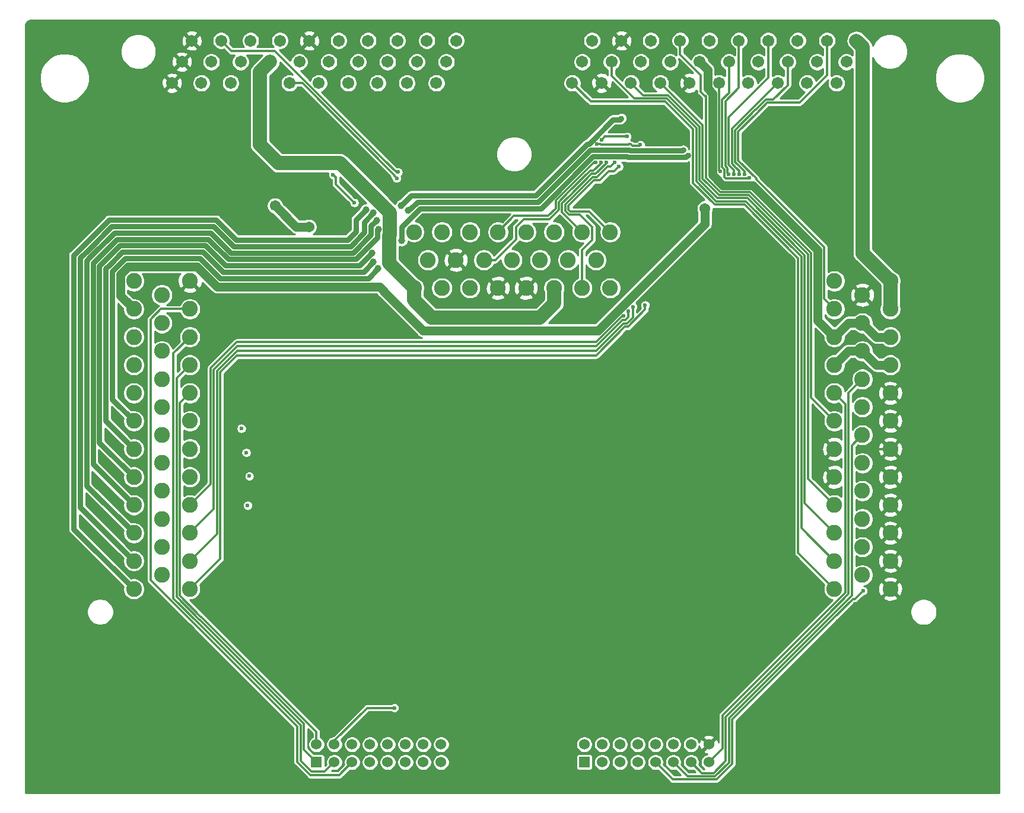
<source format=gtl>
G04 #@! TF.GenerationSoftware,KiCad,Pcbnew,(5.1.8)-1*
G04 #@! TF.CreationDate,2021-01-08T09:55:17-06:00*
G04 #@! TF.ProjectId,5.0mustangProteusPnP,352e306d-7573-4746-916e-6750726f7465,R0.1*
G04 #@! TF.SameCoordinates,Original*
G04 #@! TF.FileFunction,Copper,L1,Top*
G04 #@! TF.FilePolarity,Positive*
%FSLAX46Y46*%
G04 Gerber Fmt 4.6, Leading zero omitted, Abs format (unit mm)*
G04 Created by KiCad (PCBNEW (5.1.8)-1) date 2021-01-08 09:55:17*
%MOMM*%
%LPD*%
G01*
G04 APERTURE LIST*
G04 #@! TA.AperFunction,ComponentPad*
%ADD10C,2.260600*%
G04 #@! TD*
G04 #@! TA.AperFunction,ComponentPad*
%ADD11C,1.714500*%
G04 #@! TD*
G04 #@! TA.AperFunction,ComponentPad*
%ADD12R,1.524000X1.524000*%
G04 #@! TD*
G04 #@! TA.AperFunction,ComponentPad*
%ADD13C,1.524000*%
G04 #@! TD*
G04 #@! TA.AperFunction,ViaPad*
%ADD14C,0.600000*%
G04 #@! TD*
G04 #@! TA.AperFunction,ViaPad*
%ADD15C,0.789940*%
G04 #@! TD*
G04 #@! TA.AperFunction,ViaPad*
%ADD16C,1.541780*%
G04 #@! TD*
G04 #@! TA.AperFunction,ViaPad*
%ADD17C,1.000000*%
G04 #@! TD*
G04 #@! TA.AperFunction,Conductor*
%ADD18C,0.304800*%
G04 #@! TD*
G04 #@! TA.AperFunction,Conductor*
%ADD19C,1.270000*%
G04 #@! TD*
G04 #@! TA.AperFunction,Conductor*
%ADD20C,2.032000*%
G04 #@! TD*
G04 #@! TA.AperFunction,Conductor*
%ADD21C,0.762000*%
G04 #@! TD*
G04 #@! TA.AperFunction,Conductor*
%ADD22C,0.254000*%
G04 #@! TD*
G04 #@! TA.AperFunction,Conductor*
%ADD23C,0.100000*%
G04 #@! TD*
G04 APERTURE END LIST*
D10*
X179716999Y-93500000D03*
X175717000Y-93500000D03*
X171717000Y-93500000D03*
X167717000Y-93500000D03*
X163717001Y-93500000D03*
X159717001Y-93500000D03*
X155717002Y-93500000D03*
X151717002Y-93500000D03*
X177717003Y-97500000D03*
X173717004Y-97500000D03*
X169717004Y-97500000D03*
X165717002Y-97500000D03*
X161717010Y-97500000D03*
X157717005Y-97500000D03*
X153717006Y-97500000D03*
X179716999Y-101499999D03*
X175717000Y-101499999D03*
X171717000Y-101499999D03*
X167717000Y-101499999D03*
X163717001Y-101499999D03*
X159717001Y-101499999D03*
X155717002Y-101499999D03*
X151717002Y-101499999D03*
X219717000Y-144500001D03*
X219717000Y-140500001D03*
X219717000Y-136500002D03*
X219717000Y-132500002D03*
X219717000Y-128500002D03*
X219717000Y-124500003D03*
X219717000Y-120500003D03*
X219717000Y-116500004D03*
X219717000Y-112500004D03*
X219717000Y-108500004D03*
X219717000Y-104500005D03*
X219717000Y-100500005D03*
X215717000Y-142499962D03*
X215717000Y-138499970D03*
X215717000Y-134499978D03*
X215717000Y-130474586D03*
X215717000Y-126499994D03*
X215717000Y-122500002D03*
X215717000Y-118500010D03*
X215717000Y-114525418D03*
X215717000Y-110500026D03*
X215717000Y-106500034D03*
X215717000Y-102500042D03*
X211717001Y-144500001D03*
X211717001Y-140500001D03*
X211717001Y-136500002D03*
X211717001Y-132500002D03*
X211717001Y-128500002D03*
X211717001Y-124500003D03*
X211717001Y-120500003D03*
X211717001Y-116500004D03*
X211717001Y-112500004D03*
X211717001Y-108500004D03*
X211717001Y-104500005D03*
X211717001Y-100500005D03*
X111753000Y-100499999D03*
X111753000Y-104499999D03*
X111753000Y-108499998D03*
X111753000Y-112499998D03*
X111753000Y-116499998D03*
X111753000Y-120499997D03*
X111753000Y-124499997D03*
X111753000Y-128499996D03*
X111753000Y-132499996D03*
X111753000Y-136499996D03*
X111753000Y-140499995D03*
X111753000Y-144499995D03*
X115753000Y-102500038D03*
X115753000Y-106500030D03*
X115753000Y-110500022D03*
X115753000Y-114525414D03*
X115753000Y-118500006D03*
X115753000Y-122499998D03*
X115753000Y-126499990D03*
X115753000Y-130474582D03*
X115753000Y-134499974D03*
X115753000Y-138499966D03*
X115753000Y-142499958D03*
X119752999Y-100499999D03*
X119752999Y-104499999D03*
X119752999Y-108499998D03*
X119752999Y-112499998D03*
X119752999Y-116499998D03*
X119752999Y-120499997D03*
X119752999Y-124499997D03*
X119752999Y-128499996D03*
X119752999Y-132499996D03*
X119752999Y-136499996D03*
X119752999Y-140499995D03*
X119752999Y-144499995D03*
D11*
X117195600Y-72212200D03*
X121386400Y-72212200D03*
X125577200Y-72212200D03*
X129768000Y-72212200D03*
X133958800Y-72212200D03*
X138149600Y-72212200D03*
X142340400Y-72212200D03*
X146531200Y-72212200D03*
X150722000Y-72212200D03*
X154912800Y-72212200D03*
X118611600Y-69187200D03*
X122802400Y-69187200D03*
X126993200Y-69187200D03*
X131184000Y-69187200D03*
X135374800Y-69187200D03*
X139565600Y-69187200D03*
X143756400Y-69187200D03*
X147947200Y-69187200D03*
X152138000Y-69187200D03*
X156328800Y-69187200D03*
X120027600Y-66162200D03*
X124218400Y-66162200D03*
X128409200Y-66162200D03*
X132600000Y-66162200D03*
X136790800Y-66162200D03*
X140981600Y-66162200D03*
X145172400Y-66162200D03*
X149363200Y-66162200D03*
X153554000Y-66162200D03*
X157744800Y-66162200D03*
X174316800Y-72212200D03*
X178507600Y-72212200D03*
X182698400Y-72212200D03*
X186889200Y-72212200D03*
X191080000Y-72212200D03*
X195270800Y-72212200D03*
X199461600Y-72212200D03*
X203652400Y-72212200D03*
X207843200Y-72212200D03*
X212034000Y-72212200D03*
X175732800Y-69187200D03*
X179923600Y-69187200D03*
X184114400Y-69187200D03*
X188305200Y-69187200D03*
X192496000Y-69187200D03*
X196686800Y-69187200D03*
X200877600Y-69187200D03*
X205068400Y-69187200D03*
X209259200Y-69187200D03*
X213450000Y-69187200D03*
X177148800Y-66162200D03*
X181339600Y-66162200D03*
X185530400Y-66162200D03*
X189721200Y-66162200D03*
X193912000Y-66162200D03*
X198102800Y-66162200D03*
X202293600Y-66162200D03*
X206484400Y-66162200D03*
X210675200Y-66162200D03*
X214866000Y-66162200D03*
D12*
X137823410Y-169250360D03*
D13*
X137823410Y-166710360D03*
X140363410Y-169250360D03*
X140363410Y-166710360D03*
X142903410Y-169250360D03*
X142903410Y-166710360D03*
X145443410Y-169250360D03*
X145443410Y-166710360D03*
X147983410Y-169250360D03*
X147983410Y-166710360D03*
X150523410Y-169250360D03*
X150523410Y-166710360D03*
X153063410Y-169250360D03*
X153063410Y-166710360D03*
X155603410Y-169250360D03*
X155603410Y-166710360D03*
D12*
X176030000Y-169250360D03*
D13*
X176030000Y-166710360D03*
X178570000Y-169250360D03*
X178570000Y-166710360D03*
X181110000Y-169250360D03*
X181110000Y-166710360D03*
X183650000Y-169250360D03*
X183650000Y-166710360D03*
X186190000Y-169250360D03*
X186190000Y-166710360D03*
X188730000Y-169250360D03*
X188730000Y-166710360D03*
X191270000Y-169250360D03*
X191270000Y-166710360D03*
X193810000Y-169250360D03*
X193810000Y-166710360D03*
D14*
X127988060Y-132560060D03*
X128231900Y-128376680D03*
X127795020Y-125021340D03*
X127114300Y-121566940D03*
X131287520Y-137388600D03*
X126298960Y-145143220D03*
X137035540Y-138981180D03*
X136342120Y-144934940D03*
X133085840Y-150891240D03*
X138003280Y-158993840D03*
X138739880Y-131030980D03*
X137474960Y-123967240D03*
X137807700Y-115905280D03*
X126339600Y-115323620D03*
X148861780Y-107762040D03*
X147238720Y-115361720D03*
X151328120Y-114167920D03*
X157459680Y-115021360D03*
X157632400Y-120302020D03*
X148772880Y-120472200D03*
X152689560Y-123878340D03*
X147919440Y-128991360D03*
X156608780Y-128818640D03*
X146898360Y-136146540D03*
X151838660Y-134442200D03*
X156438600Y-138018520D03*
X156778960Y-144492980D03*
X150134320Y-140403580D03*
X146558000Y-146367500D03*
X150304500Y-149943820D03*
X155417520Y-150286720D03*
X147919440Y-157099000D03*
X154053540Y-157782260D03*
X159504380Y-154373580D03*
X160017460Y-143812260D03*
X161378900Y-129331720D03*
X161038540Y-119621300D03*
X170578780Y-116723160D03*
X170068240Y-126606300D03*
X169557700Y-135973820D03*
X169044620Y-146027140D03*
X169384980Y-153522680D03*
X173134020Y-158292800D03*
X180119020Y-159313880D03*
X187444380Y-162212020D03*
X191363600Y-161869120D03*
X197324980Y-156248100D03*
X204993240Y-148922740D03*
X214190580Y-149773640D03*
X210103720Y-153182320D03*
X182333900Y-153182320D03*
X192554860Y-150797260D03*
X178244500Y-145003520D03*
X192214500Y-143301720D03*
X198348600Y-135293100D03*
X180119020Y-132397500D03*
X178927760Y-120472200D03*
X179608480Y-111102140D03*
X186082940Y-106502200D03*
X188295280Y-100711000D03*
X195450460Y-95940880D03*
X198859140Y-93896180D03*
X199880220Y-101051360D03*
X200223120Y-114678460D03*
X200393300Y-128137920D03*
X191533780Y-110081060D03*
X188468000Y-121836180D03*
X189489080Y-135463280D03*
X202778360Y-142107920D03*
X203799440Y-161698940D03*
X215724740Y-156248100D03*
X221688660Y-150114000D03*
X225094800Y-141257020D03*
X225605340Y-126946660D03*
X225945700Y-115191540D03*
X224924620Y-100881180D03*
X207035400Y-168513760D03*
X217429080Y-168683940D03*
X226628960Y-168854120D03*
X230035100Y-159143700D03*
X231399080Y-144492980D03*
X231228900Y-133248400D03*
X231569260Y-123197620D03*
X231058720Y-108546900D03*
X229351840Y-93322140D03*
X223202500Y-87088980D03*
X220129100Y-78696820D03*
X230101140Y-77782420D03*
X212250020Y-94480380D03*
X204022960Y-83924140D03*
X211833460Y-76527660D03*
X209923380Y-84424520D03*
X222222060Y-72623680D03*
X230781860Y-65476120D03*
X221808040Y-64145160D03*
X213829900Y-64145160D03*
X208427320Y-64312800D03*
X201447400Y-64396620D03*
X194881500Y-64396620D03*
X187982860Y-64396620D03*
X181335680Y-64063880D03*
X171528740Y-64645540D03*
X171528740Y-69547740D03*
X168788080Y-73619360D03*
X162803840Y-73703180D03*
X163883340Y-69880480D03*
X161973260Y-65311020D03*
X166578280Y-77541120D03*
X157863540Y-80053180D03*
X152958800Y-80662780D03*
X158026100Y-85648800D03*
X164266880Y-86215220D03*
X171239180Y-83540600D03*
X175455580Y-77216000D03*
X181254400Y-76121260D03*
X184048400Y-86946740D03*
X188536580Y-86347300D03*
X189534800Y-89837260D03*
X184945020Y-94823280D03*
X185643520Y-90436700D03*
X136339580Y-103901240D03*
X142857220Y-103852980D03*
X142079980Y-106723180D03*
X137312400Y-107111800D03*
X121323100Y-122247660D03*
X121422160Y-118356380D03*
X108422440Y-131127500D03*
X108859320Y-127383540D03*
X107690920Y-134289800D03*
X106817160Y-137403840D03*
X114973100Y-150060660D03*
X119999760Y-156044900D03*
X125384560Y-160832800D03*
X129573020Y-164901880D03*
X130291840Y-171483020D03*
X134719060Y-172679360D03*
X143334740Y-172798740D03*
X148361400Y-172798740D03*
X154823160Y-172798740D03*
X160210500Y-172798740D03*
X160568640Y-167772080D03*
X163799520Y-162029140D03*
X167629840Y-162148520D03*
X164995860Y-167055800D03*
X168706800Y-171721780D03*
X171577000Y-166336980D03*
X174449740Y-170644820D03*
X180073300Y-171363640D03*
X184741820Y-171841160D03*
X198981060Y-171960540D03*
X201256900Y-164421820D03*
X126941580Y-170883580D03*
X107795060Y-170525440D03*
X116768880Y-171363640D03*
X99776280Y-171363640D03*
X100015040Y-163464240D03*
X117487700Y-164541200D03*
X109230160Y-162387280D03*
X107914440Y-153172160D03*
X101211380Y-153890980D03*
X98699320Y-145155920D03*
X102168960Y-141206220D03*
X99895660Y-129956560D03*
X100015040Y-119545100D03*
X99776280Y-108656120D03*
X100253800Y-99082860D03*
X99598480Y-92128340D03*
X106019600Y-88859360D03*
X110863380Y-88102440D03*
X118102380Y-87985600D03*
X124757180Y-84190840D03*
X124231400Y-78760320D03*
X121196100Y-76367640D03*
X117751860Y-80337660D03*
X120380760Y-84015580D03*
X100533200Y-85473540D03*
X100705920Y-78176120D03*
X108645960Y-78061820D03*
X109197140Y-72473820D03*
X99385120Y-65892680D03*
X105727500Y-64815720D03*
X115539520Y-65173860D03*
X143085820Y-67068700D03*
X147383500Y-67190620D03*
X151559260Y-67190620D03*
X141787880Y-93322140D03*
D15*
X215071092Y-124490480D03*
D14*
X180364446Y-83551040D03*
X178402442Y-83551040D03*
X182133217Y-79842383D03*
X178500821Y-80335039D03*
X149257589Y-85821520D03*
X148935440Y-161488120D03*
X177650039Y-83551040D03*
X184048400Y-81048860D03*
X177836920Y-80925627D03*
X149484080Y-84935060D03*
X179154845Y-83551040D03*
X180964560Y-84150200D03*
X215808560Y-144764760D03*
X199565177Y-85724720D03*
X198882779Y-85267510D03*
X198130376Y-85267510D03*
X197377973Y-85267510D03*
X196627991Y-85207226D03*
X195418390Y-84850682D03*
X184731660Y-103954580D03*
X182955488Y-104169768D03*
X182356048Y-104769208D03*
X181670248Y-105455008D03*
X140195300Y-85316060D03*
X143218614Y-89319814D03*
D16*
X131903622Y-89732002D03*
X136742608Y-92772668D03*
D17*
X144893793Y-90303536D03*
X145948828Y-90767142D03*
X146406024Y-91824971D03*
X146649060Y-93150686D03*
X145740750Y-96530790D03*
X149920960Y-89728040D03*
D15*
X181340760Y-77243940D03*
D17*
X145943155Y-97789835D03*
X150872637Y-90420637D03*
D15*
X190157191Y-81789270D03*
D17*
X146592070Y-98742169D03*
X149987000Y-94714060D03*
D15*
X190862570Y-82497920D03*
D16*
X193240660Y-90121740D03*
D18*
X219707477Y-124490480D02*
X219717000Y-124500003D01*
X215071092Y-124490480D02*
X219707477Y-124490480D01*
X136014460Y-167441410D02*
X137823410Y-169250360D01*
X121154601Y-148905533D02*
X136014460Y-163765392D01*
X121124121Y-148905533D02*
X121154601Y-148905533D01*
X136014460Y-163765392D02*
X136014460Y-167441410D01*
X117860689Y-145642101D02*
X121124121Y-148905533D01*
X117860688Y-114392309D02*
X117860689Y-145642101D01*
X119752999Y-112499998D02*
X117860688Y-114392309D01*
X118317898Y-117935099D02*
X118317898Y-145452718D01*
X119752999Y-116499998D02*
X118317898Y-117935099D01*
X121313503Y-148448323D02*
X121343983Y-148448323D01*
X118317898Y-145452718D02*
X121313503Y-148448323D01*
X137823410Y-164927750D02*
X137823410Y-166710360D01*
X121343983Y-148448323D02*
X137823410Y-164927750D01*
D19*
X217716970Y-108500004D02*
X215717000Y-106500034D01*
X219717000Y-108500004D02*
X217716970Y-108500004D01*
X213716971Y-106500034D02*
X211717001Y-108500004D01*
X215717000Y-106500034D02*
X213716971Y-106500034D01*
X209339170Y-106122173D02*
X211717001Y-108500004D01*
X209339170Y-96079918D02*
X209339170Y-106122173D01*
X195816220Y-86812120D02*
X200071372Y-86812120D01*
X200071372Y-86812120D02*
X209339170Y-96079918D01*
X194330990Y-85326890D02*
X195816220Y-86812120D01*
X194330990Y-73706474D02*
X194330990Y-85326890D01*
X193626149Y-73001633D02*
X194330990Y-73706474D01*
X193626149Y-70317349D02*
X193626149Y-73001633D01*
X192496000Y-69187200D02*
X193626149Y-70317349D01*
D20*
X151717002Y-101499999D02*
X151717002Y-103228402D01*
X151717002Y-103228402D02*
X154251660Y-105763060D01*
X154251660Y-105763060D02*
X169669460Y-105763060D01*
X171717000Y-103715520D02*
X171717000Y-101499999D01*
X169669460Y-105763060D02*
X171717000Y-103715520D01*
X129768000Y-70603200D02*
X131184000Y-69187200D01*
X129768000Y-72212200D02*
X129768000Y-70603200D01*
X129768000Y-81038100D02*
X129768000Y-72212200D01*
X132346710Y-83616810D02*
X129768000Y-81038100D01*
X141157970Y-83616810D02*
X132346710Y-83616810D01*
X148317461Y-90776301D02*
X141157970Y-83616810D01*
X148317461Y-93951519D02*
X148317461Y-90776301D01*
X148178520Y-94090460D02*
X148317461Y-93951519D01*
X148178520Y-97961517D02*
X148178520Y-94090460D01*
X151717002Y-101499999D02*
X148178520Y-97961517D01*
D18*
X175717000Y-101499999D02*
X175717000Y-96057920D01*
X177152101Y-92811151D02*
X175338990Y-90998040D01*
X177152101Y-94622819D02*
X177152101Y-92811151D01*
X175717000Y-96057920D02*
X177152101Y-94622819D01*
X175338990Y-90998040D02*
X173861632Y-90998040D01*
X173861632Y-90998040D02*
X173334690Y-90471098D01*
X173334691Y-89561497D02*
X174095258Y-88800930D01*
X173334690Y-90471098D02*
X173334691Y-89561497D01*
X174095258Y-88800930D02*
X174095261Y-88800927D01*
X177249518Y-85646670D02*
X177848510Y-85646670D01*
X174095261Y-88800927D02*
X177249518Y-85646670D01*
X177848510Y-85646670D02*
X178326110Y-85169070D01*
X179339339Y-84155841D02*
X178326110Y-85169070D01*
X179759645Y-84155841D02*
X179339339Y-84155841D01*
X180364446Y-83551040D02*
X179759645Y-84155841D01*
X195767960Y-167292400D02*
X193810000Y-169250360D01*
X195767960Y-162577780D02*
X195767960Y-167292400D01*
X213304502Y-118087505D02*
X213304502Y-145036450D01*
X211717001Y-116500004D02*
X213304502Y-118087505D01*
X210158620Y-148187120D02*
X195767960Y-162577780D01*
X210158620Y-148182332D02*
X210158620Y-148187120D01*
X213304502Y-145036450D02*
X210158620Y-148182332D01*
X215717000Y-114525418D02*
X213761712Y-116480706D01*
X213761712Y-116480706D02*
X213761712Y-117898122D01*
X213761712Y-117898122D02*
X213761712Y-117898123D01*
X213761712Y-117898123D02*
X213761712Y-133484620D01*
X213761712Y-133484620D02*
X213761711Y-145225833D01*
X213761711Y-145225833D02*
X210693862Y-148293682D01*
X210693862Y-148293682D02*
X210615829Y-148371715D01*
X196225170Y-169097950D02*
X194515740Y-170807380D01*
X196225170Y-162767162D02*
X196225170Y-169097950D01*
X192827020Y-170807380D02*
X191270000Y-169250360D01*
X210615829Y-148376503D02*
X196225170Y-162767162D01*
X194515740Y-170807380D02*
X192827020Y-170807380D01*
X210615830Y-148371714D02*
X210615829Y-148376503D01*
X210693862Y-148293682D02*
X210615830Y-148371714D01*
X190744230Y-171264590D02*
X188730000Y-169250360D01*
X194705122Y-171264590D02*
X190744230Y-171264590D01*
X196682379Y-169287333D02*
X194705122Y-171264590D01*
X211073038Y-148565886D02*
X196682380Y-162956544D01*
X211073038Y-148561098D02*
X211073038Y-148565886D01*
X196682380Y-162956544D02*
X196682379Y-169287333D01*
X214218920Y-145415216D02*
X211073038Y-148561098D01*
X214218922Y-123998080D02*
X214218920Y-145415216D01*
X215717000Y-122500002D02*
X214218922Y-123998080D01*
X166281899Y-92811151D02*
X167424450Y-91668600D01*
X166281899Y-94533596D02*
X166281899Y-92811151D01*
X163315495Y-97500000D02*
X166281899Y-94533596D01*
X161717010Y-97500000D02*
X163315495Y-97500000D01*
X171071540Y-91668600D02*
X172420270Y-90319870D01*
X167424450Y-91668600D02*
X171071540Y-91668600D01*
X172420270Y-89182734D02*
X173716494Y-87886510D01*
X172420270Y-90319870D02*
X172420270Y-89182734D01*
X173716494Y-87886510D02*
X173716495Y-87886509D01*
X173716495Y-87886509D02*
X176870752Y-84732252D01*
X178402442Y-83693743D02*
X178402442Y-83551040D01*
X177363933Y-84732252D02*
X178402442Y-83693743D01*
X176870752Y-84732252D02*
X177363933Y-84732252D01*
X178920163Y-79842383D02*
X182133217Y-79842383D01*
X178920163Y-79915697D02*
X178920163Y-79842383D01*
X178500821Y-80335039D02*
X178920163Y-79915697D01*
X133958800Y-72212200D02*
X135812368Y-72212200D01*
X135812368Y-72212200D02*
X148971554Y-85371386D01*
X148971554Y-85535485D02*
X149257589Y-85821520D01*
X148971554Y-85371386D02*
X148971554Y-85535485D01*
X148935440Y-161488120D02*
X145064480Y-161488120D01*
X140363410Y-166189190D02*
X140363410Y-166710360D01*
X145064480Y-161488120D02*
X140363410Y-166189190D01*
X163717001Y-93500000D02*
X166005611Y-91211390D01*
X166005611Y-91211390D02*
X170882158Y-91211390D01*
X170882158Y-91211390D02*
X171963060Y-90130488D01*
X171963061Y-88993351D02*
X173527112Y-87429300D01*
X171963060Y-90130488D02*
X171963061Y-88993351D01*
X173527112Y-87429300D02*
X176511896Y-84444516D01*
X177405372Y-83551040D02*
X177650039Y-83551040D01*
X176511896Y-84444516D02*
X177405372Y-83551040D01*
X182368244Y-80969830D02*
X182369276Y-80968798D01*
X178414680Y-80969830D02*
X182368244Y-80969830D01*
X182382204Y-80955870D02*
X182368244Y-80969830D01*
X182651980Y-80955870D02*
X182382204Y-80955870D01*
X182875031Y-81178921D02*
X182651980Y-80955870D01*
X183918339Y-81178921D02*
X182875031Y-81178921D01*
X184048400Y-81048860D02*
X183918339Y-81178921D01*
X178370477Y-80925627D02*
X178414680Y-80969830D01*
X177836920Y-80925627D02*
X178370477Y-80925627D01*
X125704020Y-67647820D02*
X131894580Y-67647820D01*
X124218400Y-66162200D02*
X125704020Y-67647820D01*
X131894580Y-67647820D02*
X137621011Y-73374251D01*
X137621011Y-73374251D02*
X147444460Y-83197700D01*
X149181820Y-84935060D02*
X149484080Y-84935060D01*
X147444460Y-83197700D02*
X149181820Y-84935060D01*
X175717000Y-93500000D02*
X172877480Y-90660480D01*
X172877482Y-89372114D02*
X173905876Y-88343720D01*
X172877481Y-90660479D02*
X172877482Y-89372114D01*
X172877480Y-90660480D02*
X172877481Y-90660479D01*
X173905876Y-88343720D02*
X173905878Y-88343718D01*
X177060134Y-85189462D02*
X177553316Y-85189461D01*
X173905878Y-88343718D02*
X177060134Y-85189462D01*
X179154845Y-83693743D02*
X179154845Y-83551040D01*
X177659127Y-85189461D02*
X179154845Y-83693743D01*
X177553316Y-85189461D02*
X177659127Y-85189461D01*
X174051014Y-90540830D02*
X176757829Y-90540830D01*
X173791900Y-89750880D02*
X173791900Y-90281716D01*
X177438900Y-86103880D02*
X173791900Y-89750880D01*
X176757829Y-90540830D02*
X179716999Y-93500000D01*
X178143705Y-86103878D02*
X177438900Y-86103880D01*
X178249516Y-86103878D02*
X178143705Y-86103878D01*
X173791900Y-90281716D02*
X174051014Y-90540830D01*
X179565654Y-84787740D02*
X178249516Y-86103878D01*
X180327020Y-84787740D02*
X179565654Y-84787740D01*
X180964560Y-84150200D02*
X180327020Y-84787740D01*
X136930446Y-171076630D02*
X141077140Y-171076630D01*
X135100040Y-164144156D02*
X135100041Y-169246225D01*
X120775836Y-149819952D02*
X135100040Y-164144156D01*
X114165499Y-105963581D02*
X114165499Y-143240095D01*
X141077140Y-171076630D02*
X142903410Y-169250360D01*
X135100041Y-169246225D02*
X136930446Y-171076630D01*
X115629081Y-104499999D02*
X114165499Y-105963581D01*
X120745356Y-149819952D02*
X120775836Y-149819952D01*
X114165499Y-143240095D02*
X120745356Y-149819952D01*
X119752999Y-104499999D02*
X115629081Y-104499999D01*
X137119828Y-170619420D02*
X138994350Y-170619420D01*
X135557250Y-169056842D02*
X137119828Y-170619420D01*
X135557250Y-163954774D02*
X135557250Y-169056842D01*
X120965219Y-149362743D02*
X135557250Y-163954774D01*
X117403480Y-145831484D02*
X120934739Y-149362743D01*
X117403479Y-118710559D02*
X117403480Y-145831484D01*
X138994350Y-170619420D02*
X140363410Y-169250360D01*
X117403480Y-110849517D02*
X117403479Y-118710559D01*
X120934739Y-149362743D02*
X120965219Y-149362743D01*
X119752999Y-108499998D02*
X117403480Y-110849517D01*
X188661440Y-171721800D02*
X186190000Y-169250360D01*
X194894504Y-171721800D02*
X188661440Y-171721800D01*
X197139588Y-169476716D02*
X194894504Y-171721800D01*
X197139589Y-163145927D02*
X197139588Y-169476716D01*
X211530247Y-148755269D02*
X197139589Y-163145927D01*
X211530248Y-148750480D02*
X211530247Y-148755269D01*
X214371944Y-145908784D02*
X211530248Y-148750480D01*
X214664536Y-145908784D02*
X214371944Y-145908784D01*
X215808560Y-144764760D02*
X214664536Y-145908784D01*
X210278980Y-103061984D02*
X211717001Y-104500005D01*
X200573640Y-85985296D02*
X210278979Y-95690635D01*
X200573640Y-85877866D02*
X200573640Y-85985296D01*
X198014060Y-83318286D02*
X200573640Y-85877866D01*
X210278979Y-95690635D02*
X210278980Y-103061984D01*
X200660594Y-76497190D02*
X198014060Y-79143724D01*
X200684282Y-76497190D02*
X200660594Y-76497190D01*
X198014060Y-79143724D02*
X198014060Y-83318286D01*
X202157482Y-75023990D02*
X200684282Y-76497190D01*
X206751246Y-75023990D02*
X202157482Y-75023990D01*
X210675200Y-71100036D02*
X206751246Y-75023990D01*
X210675200Y-66162200D02*
X210675200Y-71100036D01*
D19*
X217716978Y-112500004D02*
X215717000Y-110500026D01*
X219717000Y-112500004D02*
X217716978Y-112500004D01*
X213716979Y-110500026D02*
X211717001Y-112500004D01*
X215717000Y-110500026D02*
X213716979Y-110500026D01*
D18*
X208399360Y-96469200D02*
X208399360Y-117182362D01*
X195426938Y-87751930D02*
X199682090Y-87751930D01*
X193391181Y-85716173D02*
X195426938Y-87751930D01*
X208399360Y-117182362D02*
X211717001Y-120500003D01*
X193391180Y-74095756D02*
X193391181Y-85716173D01*
X193268600Y-74046080D02*
X193341504Y-74046080D01*
X192686339Y-73463819D02*
X193268600Y-74046080D01*
X193341504Y-74046080D02*
X193391180Y-74095756D01*
X192686339Y-71097375D02*
X192686339Y-73463819D01*
X199682090Y-87751930D02*
X208399360Y-96469200D01*
X189721200Y-68132236D02*
X192686339Y-71097375D01*
X189721200Y-66162200D02*
X189721200Y-68132236D01*
X207942150Y-96658582D02*
X207942150Y-128725151D01*
X195237555Y-88209139D02*
X199492708Y-88209140D01*
X193635848Y-86607432D02*
X195237555Y-88209139D01*
X192933972Y-85905554D02*
X193635848Y-86607432D01*
X207942150Y-128725151D02*
X211717001Y-132500002D01*
X192933972Y-84254992D02*
X192933972Y-85905554D01*
X199492708Y-88209140D02*
X207942150Y-96658582D01*
X192933970Y-78256970D02*
X192933970Y-84254990D01*
X192933970Y-84254990D02*
X192933972Y-84254992D01*
X186889200Y-72212200D02*
X192933970Y-78256970D01*
X207484940Y-132267941D02*
X211717001Y-136500002D01*
X199303325Y-88666349D02*
X207484940Y-96847964D01*
X207484940Y-96847964D02*
X207484940Y-132267941D01*
X195048172Y-88666348D02*
X199303325Y-88666349D01*
X192476762Y-86094936D02*
X195048172Y-88666348D01*
X192476760Y-84576918D02*
X192476762Y-84576920D01*
X192476762Y-84576920D02*
X192476762Y-86094936D01*
X192476760Y-78446352D02*
X192476760Y-84576918D01*
X187972524Y-73942116D02*
X192476760Y-78446352D01*
X184428316Y-73942116D02*
X187972524Y-73942116D01*
X182698400Y-72212200D02*
X184428316Y-73942116D01*
X179923600Y-71157236D02*
X179923600Y-69187200D01*
X183165690Y-74399326D02*
X179923600Y-71157236D01*
X192019550Y-86284318D02*
X192019550Y-78635734D01*
X192019550Y-78635734D02*
X187783142Y-74399326D01*
X199113942Y-89123558D02*
X194858789Y-89123557D01*
X207027730Y-97037346D02*
X199113942Y-89123558D01*
X194858789Y-89123557D02*
X192019550Y-86284318D01*
X207027730Y-135810730D02*
X207027730Y-97037346D01*
X187783142Y-74399326D02*
X183165690Y-74399326D01*
X211717001Y-140500001D02*
X207027730Y-135810730D01*
X206570520Y-139353520D02*
X211717001Y-144500001D01*
X206570520Y-97226728D02*
X206570520Y-139353520D01*
X198924559Y-89580767D02*
X206570520Y-97226728D01*
X191562340Y-86473700D02*
X194669406Y-89580766D01*
X191562340Y-78825116D02*
X191562340Y-86473700D01*
X187593760Y-74856536D02*
X191562340Y-78825116D01*
X176961136Y-74856536D02*
X187593760Y-74856536D01*
X194669406Y-89580766D02*
X198924559Y-89580767D01*
X174316800Y-72212200D02*
X176961136Y-74856536D01*
X196686800Y-69187200D02*
X196686800Y-73643550D01*
X196686800Y-73643550D02*
X195728010Y-74602340D01*
X195728010Y-74602340D02*
X195728010Y-83507580D01*
X195728010Y-84265196D02*
X196023191Y-84560377D01*
X195728010Y-83507580D02*
X195728010Y-84265196D01*
X196023191Y-84560377D02*
X196023191Y-85689999D01*
X196023191Y-85689999D02*
X196205502Y-85872310D01*
X199417587Y-85872310D02*
X199565177Y-85724720D01*
X196205502Y-85872310D02*
X199417587Y-85872310D01*
X205068400Y-72516036D02*
X203017656Y-74566780D01*
X205068400Y-69187200D02*
X205068400Y-72516036D01*
X203017656Y-74566780D02*
X201968100Y-74566780D01*
X200494900Y-76039980D02*
X200471212Y-76039980D01*
X201968100Y-74566780D02*
X200494900Y-76039980D01*
X200471212Y-76039980D02*
X197556850Y-78954342D01*
X197556850Y-78954342D02*
X197556850Y-83347560D01*
X197556850Y-83507668D02*
X197865286Y-83816104D01*
X197556850Y-83347560D02*
X197556850Y-83507668D01*
X198882779Y-84833597D02*
X198882779Y-85267510D01*
X197865286Y-83816104D02*
X198882779Y-84833597D01*
X203652400Y-72212200D02*
X197099640Y-78764960D01*
X197099640Y-78764960D02*
X197099640Y-83362800D01*
X197099640Y-83697050D02*
X197675903Y-84273313D01*
X197099640Y-83362800D02*
X197099640Y-83697050D01*
X198130376Y-84727786D02*
X198130376Y-85267510D01*
X197675903Y-84273313D02*
X198130376Y-84727786D01*
X202293600Y-66162200D02*
X202293600Y-71470140D01*
X202293600Y-71470140D02*
X202293600Y-71472680D01*
X202293600Y-71472680D02*
X196642430Y-77123850D01*
X196642430Y-77123850D02*
X196642430Y-83449160D01*
X196642430Y-83449160D02*
X196642430Y-83886432D01*
X197377973Y-84621975D02*
X197377973Y-85267510D01*
X196642430Y-83886432D02*
X197377973Y-84621975D01*
X198102800Y-66162200D02*
X198102800Y-72874142D01*
X198102800Y-72874142D02*
X196185220Y-74791722D01*
X196185220Y-74791722D02*
X196185220Y-83459320D01*
X196185220Y-83459320D02*
X196185220Y-84075814D01*
X196480401Y-85059636D02*
X196627991Y-85207226D01*
X196480401Y-84370995D02*
X196480401Y-85059636D01*
X196185220Y-84075814D02*
X196480401Y-84370995D01*
X195270800Y-72212200D02*
X195270800Y-83520960D01*
X195270800Y-84703092D02*
X195418390Y-84850682D01*
X195270800Y-83520960D02*
X195270800Y-84703092D01*
D20*
X214866000Y-66162200D02*
X215767920Y-67064120D01*
X215767920Y-96550925D02*
X219717000Y-100500005D01*
X215767920Y-67064120D02*
X215767920Y-96550925D01*
X219717000Y-100500005D02*
X219717000Y-104500005D01*
D18*
X124083760Y-140169234D02*
X119752999Y-144499995D01*
X124083760Y-113535780D02*
X124083760Y-140169234D01*
X126474220Y-111145320D02*
X124083760Y-113535780D01*
X177710988Y-111145320D02*
X126474220Y-111145320D01*
X181841008Y-107015300D02*
X177710988Y-111145320D01*
X182298246Y-107015300D02*
X181841008Y-107015300D01*
X184731660Y-104581886D02*
X182298246Y-107015300D01*
X184731660Y-103954580D02*
X184731660Y-104581886D01*
X123626550Y-136626444D02*
X119752999Y-140499995D01*
X177724468Y-110485248D02*
X126487700Y-110485248D01*
X181651626Y-106558090D02*
X177724468Y-110485248D01*
X123626551Y-113346397D02*
X123626550Y-136626444D01*
X182108864Y-106558090D02*
X181651626Y-106558090D01*
X126487700Y-110485248D02*
X123626551Y-113346397D01*
X182960849Y-105706105D02*
X182108864Y-106558090D01*
X182960849Y-104478903D02*
X182960849Y-105706105D01*
X182955488Y-104473542D02*
X182960849Y-104478903D01*
X182955488Y-104169768D02*
X182955488Y-104473542D01*
X123169340Y-133083655D02*
X119752999Y-136499996D01*
X123169340Y-113875006D02*
X123169340Y-133083655D01*
X177731868Y-109831256D02*
X126495100Y-109831256D01*
X123169342Y-113157014D02*
X123169340Y-113875006D01*
X181462244Y-106100880D02*
X177731868Y-109831256D01*
X181919482Y-106100880D02*
X181462244Y-106100880D01*
X182356048Y-105664314D02*
X181919482Y-106100880D01*
X126495100Y-109831256D02*
X123169342Y-113157014D01*
X182356048Y-104769208D02*
X182356048Y-105664314D01*
X122712130Y-129540865D02*
X119752999Y-132499996D01*
X122712133Y-112967631D02*
X122712130Y-113685624D01*
X122712130Y-113685624D02*
X122712130Y-129540865D01*
X126475887Y-109203877D02*
X122712133Y-112967631D01*
X177712655Y-109203877D02*
X126475887Y-109203877D01*
X181461524Y-105455008D02*
X177712655Y-109203877D01*
X181670248Y-105455008D02*
X181461524Y-105455008D01*
X143218614Y-89319814D02*
X140568680Y-86669880D01*
X140568680Y-85689440D02*
X140195300Y-85316060D01*
X140568680Y-86669880D02*
X140568680Y-85689440D01*
D19*
X134944288Y-92772668D02*
X131903622Y-89732002D01*
X136742608Y-92772668D02*
X134944288Y-92772668D01*
D21*
X111753000Y-144499995D02*
X103180429Y-135927424D01*
X103180429Y-135927424D02*
X103180429Y-130513767D01*
X103180429Y-96822966D02*
X108228366Y-91775028D01*
X108228366Y-91775028D02*
X109888321Y-91775028D01*
X103180429Y-130513767D02*
X103180429Y-96822966D01*
X123503182Y-91775030D02*
X124807980Y-93079829D01*
X122745660Y-91775028D02*
X123503182Y-91775030D01*
X109888321Y-91775028D02*
X122745660Y-91775028D01*
X124807980Y-93079829D02*
X126364395Y-94636244D01*
X126364395Y-94636244D02*
X140561060Y-94636244D01*
X140561060Y-94636244D02*
X142294336Y-94636244D01*
X142294336Y-94636244D02*
X143474130Y-93456450D01*
X143474130Y-91723199D02*
X144893793Y-90303536D01*
X143474130Y-93456450D02*
X143474130Y-91723199D01*
X111753000Y-140499995D02*
X104094839Y-132841834D01*
X104094839Y-132841834D02*
X104094839Y-130135006D01*
X104094839Y-97201727D02*
X105325206Y-95971360D01*
X104094839Y-130135006D02*
X104094839Y-97201727D01*
X105325206Y-95971360D02*
X108607127Y-92689438D01*
X108607127Y-92689438D02*
X109509560Y-92689438D01*
X123124420Y-92689438D02*
X123660069Y-93225088D01*
X109509560Y-92689438D02*
X123124420Y-92689438D01*
X123660069Y-93225088D02*
X125985635Y-95550654D01*
X125985635Y-95550654D02*
X142673096Y-95550654D01*
X142673096Y-95550654D02*
X144642685Y-93581065D01*
X144642685Y-92073285D02*
X145948828Y-90767142D01*
X144642685Y-93581065D02*
X144642685Y-92073285D01*
X111753000Y-136499996D02*
X105009249Y-129756245D01*
X105009249Y-129756245D02*
X105009249Y-127049416D01*
X105009249Y-97580488D02*
X105544898Y-97044839D01*
X105009249Y-127049416D02*
X105009249Y-97580488D01*
X105544898Y-97044839D02*
X108985888Y-93603848D01*
X108985888Y-93603848D02*
X110375700Y-93603848D01*
X110375700Y-93603848D02*
X122745659Y-93603848D01*
X122745659Y-93603848D02*
X125606875Y-96465064D01*
X125606875Y-96465064D02*
X133319520Y-96465064D01*
X133319520Y-96465064D02*
X137200640Y-96465064D01*
X137200640Y-96465064D02*
X143051856Y-96465064D01*
X143051856Y-96465064D02*
X145615660Y-93901260D01*
X145615660Y-92615335D02*
X146406024Y-91824971D01*
X145615660Y-93901260D02*
X145615660Y-92615335D01*
X111753000Y-132499996D02*
X105923659Y-126670655D01*
X105923659Y-126670655D02*
X105923659Y-121256998D01*
X105923659Y-97959249D02*
X109364649Y-94518258D01*
X105923659Y-121256998D02*
X105923659Y-97959249D01*
X109364649Y-94518258D02*
X110914180Y-94518258D01*
X122366900Y-94518258D02*
X122902549Y-95053908D01*
X110914180Y-94518258D02*
X122366900Y-94518258D01*
X122902549Y-95053908D02*
X125228115Y-97379474D01*
X125228115Y-97379474D02*
X138122660Y-97379474D01*
X143430617Y-97379474D02*
X143966266Y-96843824D01*
X138122660Y-97379474D02*
X143430617Y-97379474D01*
X143966266Y-96843824D02*
X146075555Y-94734535D01*
X146530070Y-93269676D02*
X146649060Y-93150686D01*
X146530070Y-94280021D02*
X146530070Y-93269676D01*
X146075555Y-94734535D02*
X146530070Y-94280021D01*
X111753000Y-128499996D02*
X106838069Y-123585065D01*
X106838069Y-123585065D02*
X106838069Y-120878237D01*
X106838069Y-120878237D02*
X106838069Y-98338010D01*
X106838069Y-98338010D02*
X108386839Y-96789240D01*
X108386839Y-96789240D02*
X109743410Y-95432668D01*
X109743410Y-95432668D02*
X111180880Y-95432668D01*
X111180880Y-95432668D02*
X121988139Y-95432668D01*
X121988139Y-95432668D02*
X124849355Y-98293884D01*
X124849355Y-98293884D02*
X138473180Y-98293884D01*
X143977656Y-98293884D02*
X145740750Y-96530790D01*
X138473180Y-98293884D02*
X143977656Y-98293884D01*
X169102191Y-88298000D02*
X151351000Y-88298000D01*
X151351000Y-88298000D02*
X149920960Y-89728040D01*
X176695120Y-80888820D02*
X176511370Y-80888820D01*
X176511370Y-80888820D02*
X169102191Y-88298000D01*
X180138903Y-77445037D02*
X176695120Y-80888820D01*
X181139663Y-77445037D02*
X181340760Y-77243940D01*
X180138903Y-77445037D02*
X181139663Y-77445037D01*
X107752479Y-98716770D02*
X108288129Y-98181121D01*
X107752479Y-120499476D02*
X107752479Y-98716770D01*
X111753000Y-124499997D02*
X107752479Y-120499476D01*
X108288129Y-98181121D02*
X110122171Y-96347078D01*
X110122171Y-96347078D02*
X111676180Y-96347078D01*
X121609380Y-96347078D02*
X122145029Y-96882728D01*
X111676180Y-96347078D02*
X121609380Y-96347078D01*
X122145029Y-96882728D02*
X124470595Y-99208294D01*
X124470595Y-99208294D02*
X138800840Y-99208294D01*
X144524696Y-99208294D02*
X145943155Y-97789835D01*
X138800840Y-99208294D02*
X144524696Y-99208294D01*
X151029294Y-90263980D02*
X150872637Y-90420637D01*
X151197574Y-90263980D02*
X151029294Y-90263980D01*
X152249143Y-89212410D02*
X151197574Y-90263980D01*
X176890131Y-81803230D02*
X169480952Y-89212410D01*
X182501540Y-81803230D02*
X176890131Y-81803230D01*
X182515500Y-81789270D02*
X182501540Y-81803230D01*
X169480952Y-89212410D02*
X152249143Y-89212410D01*
X190064200Y-81882261D02*
X190157191Y-81789270D01*
X182608491Y-81882261D02*
X190064200Y-81882261D01*
X182515500Y-81789270D02*
X182608491Y-81882261D01*
X108666889Y-99095531D02*
X110500932Y-97261488D01*
X108666889Y-117413886D02*
X108666889Y-99095531D01*
X111753000Y-120499997D02*
X108666889Y-117413886D01*
X110500932Y-97261488D02*
X113052860Y-97261488D01*
X121230619Y-97261488D02*
X124091835Y-100122704D01*
X113052860Y-97261488D02*
X121230619Y-97261488D01*
X124091835Y-100122704D02*
X139085320Y-100122704D01*
X145211535Y-100122704D02*
X146592070Y-98742169D01*
X139085320Y-100122704D02*
X145211535Y-100122704D01*
X149987000Y-92767724D02*
X149987000Y-94714060D01*
X169859712Y-90126820D02*
X152627904Y-90126820D01*
X177268892Y-82717640D02*
X169859712Y-90126820D01*
X152627904Y-90126820D02*
X149987000Y-92767724D01*
X190862570Y-82497920D02*
X190642850Y-82717640D01*
X190563819Y-82796671D02*
X190642850Y-82717640D01*
X182229730Y-82796671D02*
X190563819Y-82796671D01*
X182150699Y-82717640D02*
X182229730Y-82796671D01*
X177268892Y-82717640D02*
X182150699Y-82717640D01*
D19*
X193240660Y-92346780D02*
X193240660Y-90121740D01*
X178020970Y-107566470D02*
X193240660Y-92346780D01*
X153017230Y-107566470D02*
X178020970Y-107566470D01*
X147457160Y-102006400D02*
X153017230Y-107566470D01*
X146815534Y-101291114D02*
X147457160Y-101932740D01*
X123607864Y-101291114D02*
X146815534Y-101291114D01*
X147457160Y-101932740D02*
X147457160Y-102006400D01*
X110984903Y-98429898D02*
X120746648Y-98429898D01*
X109835299Y-99579502D02*
X110984903Y-98429898D01*
X120746648Y-98429898D02*
X123607864Y-101291114D01*
X109835299Y-102582298D02*
X109835299Y-99579502D01*
X111753000Y-104499999D02*
X109835299Y-102582298D01*
D22*
X234487628Y-63263146D02*
X234653688Y-63313282D01*
X234806842Y-63394714D01*
X234941267Y-63504349D01*
X235051832Y-63637999D01*
X235134335Y-63790585D01*
X235185627Y-63956283D01*
X235205600Y-64146316D01*
X235205601Y-173620600D01*
X96264400Y-173620600D01*
X96264400Y-147583594D01*
X105042662Y-147583594D01*
X105042662Y-147960646D01*
X105116221Y-148330454D01*
X105260513Y-148678804D01*
X105469992Y-148992312D01*
X105736608Y-149258928D01*
X106050116Y-149468407D01*
X106398466Y-149612699D01*
X106768274Y-149686258D01*
X107145326Y-149686258D01*
X107515134Y-149612699D01*
X107863484Y-149468407D01*
X108176992Y-149258928D01*
X108443608Y-148992312D01*
X108653087Y-148678804D01*
X108797379Y-148330454D01*
X108870938Y-147960646D01*
X108870938Y-147583594D01*
X108797379Y-147213786D01*
X108653087Y-146865436D01*
X108443608Y-146551928D01*
X108176992Y-146285312D01*
X107863484Y-146075833D01*
X107515134Y-145931541D01*
X107145326Y-145857982D01*
X106768274Y-145857982D01*
X106398466Y-145931541D01*
X106050116Y-146075833D01*
X105736608Y-146285312D01*
X105469992Y-146551928D01*
X105260513Y-146865436D01*
X105116221Y-147213786D01*
X105042662Y-147583594D01*
X96264400Y-147583594D01*
X96264400Y-96822966D01*
X102363697Y-96822966D01*
X102367630Y-96862896D01*
X102367629Y-130553689D01*
X102367630Y-130553699D01*
X102367629Y-135887504D01*
X102363697Y-135927424D01*
X102367629Y-135967344D01*
X102367629Y-135967346D01*
X102379390Y-136086760D01*
X102425867Y-136239973D01*
X102501341Y-136381175D01*
X102602912Y-136504941D01*
X102633928Y-136530396D01*
X110233834Y-144130301D01*
X110190900Y-144346142D01*
X110190900Y-144653848D01*
X110250931Y-144955643D01*
X110368685Y-145239927D01*
X110539638Y-145495775D01*
X110757220Y-145713357D01*
X111013068Y-145884310D01*
X111297352Y-146002064D01*
X111599147Y-146062095D01*
X111906853Y-146062095D01*
X112208648Y-146002064D01*
X112492932Y-145884310D01*
X112748780Y-145713357D01*
X112966362Y-145495775D01*
X113137315Y-145239927D01*
X113255069Y-144955643D01*
X113315100Y-144653848D01*
X113315100Y-144346142D01*
X113255069Y-144044347D01*
X113137315Y-143760063D01*
X112966362Y-143504215D01*
X112748780Y-143286633D01*
X112492932Y-143115680D01*
X112208648Y-142997926D01*
X111906853Y-142937895D01*
X111599147Y-142937895D01*
X111383306Y-142980829D01*
X103993229Y-135590752D01*
X103993229Y-133889696D01*
X110233834Y-140130301D01*
X110190900Y-140346142D01*
X110190900Y-140653848D01*
X110250931Y-140955643D01*
X110368685Y-141239927D01*
X110539638Y-141495775D01*
X110757220Y-141713357D01*
X111013068Y-141884310D01*
X111297352Y-142002064D01*
X111599147Y-142062095D01*
X111906853Y-142062095D01*
X112208648Y-142002064D01*
X112492932Y-141884310D01*
X112748780Y-141713357D01*
X112966362Y-141495775D01*
X113137315Y-141239927D01*
X113255069Y-140955643D01*
X113315100Y-140653848D01*
X113315100Y-140346142D01*
X113255069Y-140044347D01*
X113137315Y-139760063D01*
X112966362Y-139504215D01*
X112748780Y-139286633D01*
X112492932Y-139115680D01*
X112208648Y-138997926D01*
X111906853Y-138937895D01*
X111599147Y-138937895D01*
X111383306Y-138980829D01*
X104907639Y-132505162D01*
X104907639Y-130804107D01*
X110233834Y-136130302D01*
X110190900Y-136346143D01*
X110190900Y-136653849D01*
X110250931Y-136955644D01*
X110368685Y-137239928D01*
X110539638Y-137495776D01*
X110757220Y-137713358D01*
X111013068Y-137884311D01*
X111297352Y-138002065D01*
X111599147Y-138062096D01*
X111906853Y-138062096D01*
X112208648Y-138002065D01*
X112492932Y-137884311D01*
X112748780Y-137713358D01*
X112966362Y-137495776D01*
X113137315Y-137239928D01*
X113255069Y-136955644D01*
X113315100Y-136653849D01*
X113315100Y-136346143D01*
X113255069Y-136044348D01*
X113137315Y-135760064D01*
X112966362Y-135504216D01*
X112748780Y-135286634D01*
X112492932Y-135115681D01*
X112208648Y-134997927D01*
X111906853Y-134937896D01*
X111599147Y-134937896D01*
X111383306Y-134980830D01*
X105822049Y-129419573D01*
X105822049Y-127718517D01*
X110233834Y-132130302D01*
X110190900Y-132346143D01*
X110190900Y-132653849D01*
X110250931Y-132955644D01*
X110368685Y-133239928D01*
X110539638Y-133495776D01*
X110757220Y-133713358D01*
X111013068Y-133884311D01*
X111297352Y-134002065D01*
X111599147Y-134062096D01*
X111906853Y-134062096D01*
X112208648Y-134002065D01*
X112492932Y-133884311D01*
X112748780Y-133713358D01*
X112966362Y-133495776D01*
X113137315Y-133239928D01*
X113255069Y-132955644D01*
X113315100Y-132653849D01*
X113315100Y-132346143D01*
X113255069Y-132044348D01*
X113137315Y-131760064D01*
X112966362Y-131504216D01*
X112748780Y-131286634D01*
X112492932Y-131115681D01*
X112208648Y-130997927D01*
X111906853Y-130937896D01*
X111599147Y-130937896D01*
X111383306Y-130980830D01*
X106736459Y-126333983D01*
X106736459Y-124632927D01*
X110233834Y-128130302D01*
X110190900Y-128346143D01*
X110190900Y-128653849D01*
X110250931Y-128955644D01*
X110368685Y-129239928D01*
X110539638Y-129495776D01*
X110757220Y-129713358D01*
X111013068Y-129884311D01*
X111297352Y-130002065D01*
X111599147Y-130062096D01*
X111906853Y-130062096D01*
X112208648Y-130002065D01*
X112492932Y-129884311D01*
X112748780Y-129713358D01*
X112966362Y-129495776D01*
X113137315Y-129239928D01*
X113255069Y-128955644D01*
X113315100Y-128653849D01*
X113315100Y-128346143D01*
X113255069Y-128044348D01*
X113137315Y-127760064D01*
X112966362Y-127504216D01*
X112748780Y-127286634D01*
X112492932Y-127115681D01*
X112208648Y-126997927D01*
X111906853Y-126937896D01*
X111599147Y-126937896D01*
X111383306Y-126980830D01*
X107650869Y-123248393D01*
X107650869Y-121547338D01*
X110233834Y-124130303D01*
X110190900Y-124346144D01*
X110190900Y-124653850D01*
X110250931Y-124955645D01*
X110368685Y-125239929D01*
X110539638Y-125495777D01*
X110757220Y-125713359D01*
X111013068Y-125884312D01*
X111297352Y-126002066D01*
X111599147Y-126062097D01*
X111906853Y-126062097D01*
X112208648Y-126002066D01*
X112492932Y-125884312D01*
X112748780Y-125713359D01*
X112966362Y-125495777D01*
X113137315Y-125239929D01*
X113255069Y-124955645D01*
X113315100Y-124653850D01*
X113315100Y-124346144D01*
X113255069Y-124044349D01*
X113137315Y-123760065D01*
X112966362Y-123504217D01*
X112748780Y-123286635D01*
X112492932Y-123115682D01*
X112208648Y-122997928D01*
X111906853Y-122937897D01*
X111599147Y-122937897D01*
X111383306Y-122980831D01*
X108565279Y-120162804D01*
X108565279Y-118461748D01*
X110233834Y-120130303D01*
X110190900Y-120346144D01*
X110190900Y-120653850D01*
X110250931Y-120955645D01*
X110368685Y-121239929D01*
X110539638Y-121495777D01*
X110757220Y-121713359D01*
X111013068Y-121884312D01*
X111297352Y-122002066D01*
X111599147Y-122062097D01*
X111906853Y-122062097D01*
X112208648Y-122002066D01*
X112492932Y-121884312D01*
X112748780Y-121713359D01*
X112966362Y-121495777D01*
X113137315Y-121239929D01*
X113255069Y-120955645D01*
X113315100Y-120653850D01*
X113315100Y-120346144D01*
X113255069Y-120044349D01*
X113137315Y-119760065D01*
X112966362Y-119504217D01*
X112748780Y-119286635D01*
X112492932Y-119115682D01*
X112208648Y-118997928D01*
X111906853Y-118937897D01*
X111599147Y-118937897D01*
X111383306Y-118980831D01*
X109479689Y-117077214D01*
X109479689Y-116346145D01*
X110190900Y-116346145D01*
X110190900Y-116653851D01*
X110250931Y-116955646D01*
X110368685Y-117239930D01*
X110539638Y-117495778D01*
X110757220Y-117713360D01*
X111013068Y-117884313D01*
X111297352Y-118002067D01*
X111599147Y-118062098D01*
X111906853Y-118062098D01*
X112208648Y-118002067D01*
X112492932Y-117884313D01*
X112748780Y-117713360D01*
X112966362Y-117495778D01*
X113137315Y-117239930D01*
X113255069Y-116955646D01*
X113315100Y-116653851D01*
X113315100Y-116346145D01*
X113255069Y-116044350D01*
X113137315Y-115760066D01*
X112966362Y-115504218D01*
X112748780Y-115286636D01*
X112492932Y-115115683D01*
X112208648Y-114997929D01*
X111906853Y-114937898D01*
X111599147Y-114937898D01*
X111297352Y-114997929D01*
X111013068Y-115115683D01*
X110757220Y-115286636D01*
X110539638Y-115504218D01*
X110368685Y-115760066D01*
X110250931Y-116044350D01*
X110190900Y-116346145D01*
X109479689Y-116346145D01*
X109479689Y-112346145D01*
X110190900Y-112346145D01*
X110190900Y-112653851D01*
X110250931Y-112955646D01*
X110368685Y-113239930D01*
X110539638Y-113495778D01*
X110757220Y-113713360D01*
X111013068Y-113884313D01*
X111297352Y-114002067D01*
X111599147Y-114062098D01*
X111906853Y-114062098D01*
X112208648Y-114002067D01*
X112492932Y-113884313D01*
X112748780Y-113713360D01*
X112966362Y-113495778D01*
X113137315Y-113239930D01*
X113255069Y-112955646D01*
X113315100Y-112653851D01*
X113315100Y-112346145D01*
X113255069Y-112044350D01*
X113137315Y-111760066D01*
X112966362Y-111504218D01*
X112748780Y-111286636D01*
X112492932Y-111115683D01*
X112208648Y-110997929D01*
X111906853Y-110937898D01*
X111599147Y-110937898D01*
X111297352Y-110997929D01*
X111013068Y-111115683D01*
X110757220Y-111286636D01*
X110539638Y-111504218D01*
X110368685Y-111760066D01*
X110250931Y-112044350D01*
X110190900Y-112346145D01*
X109479689Y-112346145D01*
X109479689Y-108346145D01*
X110190900Y-108346145D01*
X110190900Y-108653851D01*
X110250931Y-108955646D01*
X110368685Y-109239930D01*
X110539638Y-109495778D01*
X110757220Y-109713360D01*
X111013068Y-109884313D01*
X111297352Y-110002067D01*
X111599147Y-110062098D01*
X111906853Y-110062098D01*
X112208648Y-110002067D01*
X112492932Y-109884313D01*
X112748780Y-109713360D01*
X112966362Y-109495778D01*
X113137315Y-109239930D01*
X113255069Y-108955646D01*
X113315100Y-108653851D01*
X113315100Y-108346145D01*
X113255069Y-108044350D01*
X113137315Y-107760066D01*
X112966362Y-107504218D01*
X112748780Y-107286636D01*
X112492932Y-107115683D01*
X112208648Y-106997929D01*
X111906853Y-106937898D01*
X111599147Y-106937898D01*
X111297352Y-106997929D01*
X111013068Y-107115683D01*
X110757220Y-107286636D01*
X110539638Y-107504218D01*
X110368685Y-107760066D01*
X110250931Y-108044350D01*
X110190900Y-108346145D01*
X109479689Y-108346145D01*
X109479689Y-103735370D01*
X110190900Y-104446582D01*
X110190900Y-104653852D01*
X110250931Y-104955647D01*
X110368685Y-105239931D01*
X110539638Y-105495779D01*
X110757220Y-105713361D01*
X111013068Y-105884314D01*
X111297352Y-106002068D01*
X111599147Y-106062099D01*
X111906853Y-106062099D01*
X112208648Y-106002068D01*
X112492932Y-105884314D01*
X112748780Y-105713361D01*
X112966362Y-105495779D01*
X113137315Y-105239931D01*
X113255069Y-104955647D01*
X113315100Y-104653852D01*
X113315100Y-104346146D01*
X113255069Y-104044351D01*
X113137315Y-103760067D01*
X112966362Y-103504219D01*
X112748780Y-103286637D01*
X112492932Y-103115684D01*
X112208648Y-102997930D01*
X111906853Y-102937899D01*
X111699583Y-102937899D01*
X110902099Y-102140416D01*
X110902099Y-101810167D01*
X111013068Y-101884314D01*
X111297352Y-102002068D01*
X111599147Y-102062099D01*
X111906853Y-102062099D01*
X112208648Y-102002068D01*
X112492932Y-101884314D01*
X112748780Y-101713361D01*
X112966362Y-101495779D01*
X113137315Y-101239931D01*
X113255069Y-100955647D01*
X113315100Y-100653852D01*
X113315100Y-100346146D01*
X113255069Y-100044351D01*
X113137315Y-99760067D01*
X112966362Y-99504219D01*
X112958841Y-99496698D01*
X118411586Y-99496698D01*
X118246965Y-99562781D01*
X118093061Y-99874602D01*
X118002947Y-100210456D01*
X117980086Y-100557438D01*
X118025358Y-100902212D01*
X118137022Y-101231529D01*
X118246965Y-101437217D01*
X118524690Y-101548703D01*
X119573394Y-100499999D01*
X119559252Y-100485857D01*
X119738857Y-100306252D01*
X119752999Y-100320394D01*
X119767142Y-100306252D01*
X119946747Y-100485857D01*
X119932604Y-100499999D01*
X120981308Y-101548703D01*
X121259033Y-101437217D01*
X121412937Y-101125396D01*
X121503051Y-100789542D01*
X121508896Y-100700828D01*
X122816468Y-102008401D01*
X122849873Y-102049105D01*
X123012314Y-102182417D01*
X123197642Y-102281477D01*
X123398735Y-102342478D01*
X123555462Y-102357914D01*
X123555472Y-102357914D01*
X123607863Y-102363074D01*
X123660254Y-102357914D01*
X146373652Y-102357914D01*
X146506340Y-102490602D01*
X146565857Y-102601950D01*
X146699169Y-102764391D01*
X146739877Y-102797799D01*
X152225834Y-108283757D01*
X152259239Y-108324461D01*
X152421680Y-108457773D01*
X152607008Y-108556833D01*
X152808101Y-108617834D01*
X152826814Y-108619677D01*
X126504571Y-108619677D01*
X126475887Y-108616852D01*
X126447203Y-108619677D01*
X126447195Y-108619677D01*
X126361364Y-108628131D01*
X126251242Y-108661536D01*
X126149753Y-108715783D01*
X126103074Y-108754092D01*
X126083083Y-108770497D01*
X126083081Y-108770499D01*
X126060797Y-108788787D01*
X126042509Y-108811071D01*
X122319327Y-112534254D01*
X122297045Y-112552540D01*
X122278756Y-112574825D01*
X122278753Y-112574828D01*
X122263188Y-112593794D01*
X122224041Y-112641495D01*
X122169793Y-112742984D01*
X122169792Y-112742987D01*
X122136387Y-112853108D01*
X122125108Y-112967631D01*
X122127934Y-112996322D01*
X122127930Y-113656930D01*
X122127930Y-113656933D01*
X122127931Y-129298881D01*
X120364379Y-131062433D01*
X120208647Y-130997927D01*
X119906852Y-130937896D01*
X119599146Y-130937896D01*
X119297351Y-130997927D01*
X119013067Y-131115681D01*
X118902098Y-131189828D01*
X118902098Y-129810164D01*
X119013067Y-129884311D01*
X119297351Y-130002065D01*
X119599146Y-130062096D01*
X119906852Y-130062096D01*
X120208647Y-130002065D01*
X120492931Y-129884311D01*
X120748779Y-129713358D01*
X120966361Y-129495776D01*
X121137314Y-129239928D01*
X121255068Y-128955644D01*
X121315099Y-128653849D01*
X121315099Y-128346143D01*
X121255068Y-128044348D01*
X121137314Y-127760064D01*
X120966361Y-127504216D01*
X120748779Y-127286634D01*
X120492931Y-127115681D01*
X120208647Y-126997927D01*
X119906852Y-126937896D01*
X119599146Y-126937896D01*
X119297351Y-126997927D01*
X119013067Y-127115681D01*
X118902098Y-127189828D01*
X118902098Y-125810165D01*
X119013067Y-125884312D01*
X119297351Y-126002066D01*
X119599146Y-126062097D01*
X119906852Y-126062097D01*
X120208647Y-126002066D01*
X120492931Y-125884312D01*
X120748779Y-125713359D01*
X120966361Y-125495777D01*
X121137314Y-125239929D01*
X121255068Y-124955645D01*
X121315099Y-124653850D01*
X121315099Y-124346144D01*
X121255068Y-124044349D01*
X121137314Y-123760065D01*
X120966361Y-123504217D01*
X120748779Y-123286635D01*
X120492931Y-123115682D01*
X120208647Y-122997928D01*
X119906852Y-122937897D01*
X119599146Y-122937897D01*
X119297351Y-122997928D01*
X119013067Y-123115682D01*
X118902098Y-123189829D01*
X118902098Y-121810165D01*
X119013067Y-121884312D01*
X119297351Y-122002066D01*
X119599146Y-122062097D01*
X119906852Y-122062097D01*
X120208647Y-122002066D01*
X120492931Y-121884312D01*
X120748779Y-121713359D01*
X120966361Y-121495777D01*
X121137314Y-121239929D01*
X121255068Y-120955645D01*
X121315099Y-120653850D01*
X121315099Y-120346144D01*
X121255068Y-120044349D01*
X121137314Y-119760065D01*
X120966361Y-119504217D01*
X120748779Y-119286635D01*
X120492931Y-119115682D01*
X120208647Y-118997928D01*
X119906852Y-118937897D01*
X119599146Y-118937897D01*
X119297351Y-118997928D01*
X119013067Y-119115682D01*
X118902098Y-119189829D01*
X118902098Y-118177082D01*
X119141619Y-117937561D01*
X119297351Y-118002067D01*
X119599146Y-118062098D01*
X119906852Y-118062098D01*
X120208647Y-118002067D01*
X120492931Y-117884313D01*
X120748779Y-117713360D01*
X120966361Y-117495778D01*
X121137314Y-117239930D01*
X121255068Y-116955646D01*
X121315099Y-116653851D01*
X121315099Y-116346145D01*
X121255068Y-116044350D01*
X121137314Y-115760066D01*
X120966361Y-115504218D01*
X120748779Y-115286636D01*
X120492931Y-115115683D01*
X120208647Y-114997929D01*
X119906852Y-114937898D01*
X119599146Y-114937898D01*
X119297351Y-114997929D01*
X119013067Y-115115683D01*
X118757219Y-115286636D01*
X118539637Y-115504218D01*
X118444887Y-115646021D01*
X118444887Y-114634293D01*
X119141619Y-113937561D01*
X119297351Y-114002067D01*
X119599146Y-114062098D01*
X119906852Y-114062098D01*
X120208647Y-114002067D01*
X120492931Y-113884313D01*
X120748779Y-113713360D01*
X120966361Y-113495778D01*
X121137314Y-113239930D01*
X121255068Y-112955646D01*
X121315099Y-112653851D01*
X121315099Y-112346145D01*
X121255068Y-112044350D01*
X121137314Y-111760066D01*
X120966361Y-111504218D01*
X120748779Y-111286636D01*
X120492931Y-111115683D01*
X120208647Y-110997929D01*
X119906852Y-110937898D01*
X119599146Y-110937898D01*
X119297351Y-110997929D01*
X119013067Y-111115683D01*
X118757219Y-111286636D01*
X118539637Y-111504218D01*
X118368684Y-111760066D01*
X118250930Y-112044350D01*
X118190899Y-112346145D01*
X118190899Y-112653851D01*
X118250930Y-112955646D01*
X118315436Y-113111378D01*
X117987679Y-113439134D01*
X117987680Y-111091500D01*
X119141620Y-109937561D01*
X119297351Y-110002067D01*
X119599146Y-110062098D01*
X119906852Y-110062098D01*
X120208647Y-110002067D01*
X120492931Y-109884313D01*
X120748779Y-109713360D01*
X120966361Y-109495778D01*
X121137314Y-109239930D01*
X121255068Y-108955646D01*
X121315099Y-108653851D01*
X121315099Y-108346145D01*
X121255068Y-108044350D01*
X121137314Y-107760066D01*
X120966361Y-107504218D01*
X120748779Y-107286636D01*
X120492931Y-107115683D01*
X120208647Y-106997929D01*
X119906852Y-106937898D01*
X119599146Y-106937898D01*
X119297351Y-106997929D01*
X119013067Y-107115683D01*
X118757219Y-107286636D01*
X118539637Y-107504218D01*
X118368684Y-107760066D01*
X118250930Y-108044350D01*
X118190899Y-108346145D01*
X118190899Y-108653851D01*
X118250930Y-108955646D01*
X118315436Y-109111377D01*
X117276201Y-110150613D01*
X117255069Y-110044374D01*
X117137315Y-109760090D01*
X116966362Y-109504242D01*
X116748780Y-109286660D01*
X116492932Y-109115707D01*
X116208648Y-108997953D01*
X115906853Y-108937922D01*
X115599147Y-108937922D01*
X115297352Y-108997953D01*
X115013068Y-109115707D01*
X114757220Y-109286660D01*
X114749699Y-109294181D01*
X114749699Y-107705871D01*
X114757220Y-107713392D01*
X115013068Y-107884345D01*
X115297352Y-108002099D01*
X115599147Y-108062130D01*
X115906853Y-108062130D01*
X116208648Y-108002099D01*
X116492932Y-107884345D01*
X116748780Y-107713392D01*
X116966362Y-107495810D01*
X117137315Y-107239962D01*
X117255069Y-106955678D01*
X117315100Y-106653883D01*
X117315100Y-106346177D01*
X117255069Y-106044382D01*
X117137315Y-105760098D01*
X116966362Y-105504250D01*
X116748780Y-105286668D01*
X116492932Y-105115715D01*
X116416845Y-105084199D01*
X118304178Y-105084199D01*
X118368684Y-105239931D01*
X118539637Y-105495779D01*
X118757219Y-105713361D01*
X119013067Y-105884314D01*
X119297351Y-106002068D01*
X119599146Y-106062099D01*
X119906852Y-106062099D01*
X120208647Y-106002068D01*
X120492931Y-105884314D01*
X120748779Y-105713361D01*
X120966361Y-105495779D01*
X121137314Y-105239931D01*
X121255068Y-104955647D01*
X121315099Y-104653852D01*
X121315099Y-104346146D01*
X121255068Y-104044351D01*
X121137314Y-103760067D01*
X120966361Y-103504219D01*
X120748779Y-103286637D01*
X120492931Y-103115684D01*
X120208647Y-102997930D01*
X119906852Y-102937899D01*
X119599146Y-102937899D01*
X119297351Y-102997930D01*
X119013067Y-103115684D01*
X118757219Y-103286637D01*
X118539637Y-103504219D01*
X118368684Y-103760067D01*
X118304178Y-103915799D01*
X116417014Y-103915799D01*
X116492932Y-103884353D01*
X116748780Y-103713400D01*
X116966362Y-103495818D01*
X117137315Y-103239970D01*
X117255069Y-102955686D01*
X117315100Y-102653891D01*
X117315100Y-102346185D01*
X117255069Y-102044390D01*
X117137315Y-101760106D01*
X117116069Y-101728308D01*
X118704295Y-101728308D01*
X118815781Y-102006033D01*
X119127602Y-102159937D01*
X119463456Y-102250051D01*
X119810438Y-102272912D01*
X120155212Y-102227640D01*
X120484529Y-102115976D01*
X120690217Y-102006033D01*
X120801703Y-101728308D01*
X119752999Y-100679604D01*
X118704295Y-101728308D01*
X117116069Y-101728308D01*
X116966362Y-101504258D01*
X116748780Y-101286676D01*
X116492932Y-101115723D01*
X116208648Y-100997969D01*
X115906853Y-100937938D01*
X115599147Y-100937938D01*
X115297352Y-100997969D01*
X115013068Y-101115723D01*
X114757220Y-101286676D01*
X114539638Y-101504258D01*
X114368685Y-101760106D01*
X114250931Y-102044390D01*
X114190900Y-102346185D01*
X114190900Y-102653891D01*
X114250931Y-102955686D01*
X114368685Y-103239970D01*
X114539638Y-103495818D01*
X114757220Y-103713400D01*
X115013068Y-103884353D01*
X115297352Y-104002107D01*
X115314789Y-104005575D01*
X115302947Y-104011905D01*
X115236277Y-104066619D01*
X115236275Y-104066621D01*
X115213991Y-104084909D01*
X115195703Y-104107193D01*
X113772698Y-105530199D01*
X113750409Y-105548491D01*
X113677405Y-105637448D01*
X113625371Y-105734797D01*
X113623158Y-105738937D01*
X113611055Y-105778837D01*
X113589753Y-105849059D01*
X113581299Y-105934890D01*
X113581299Y-105934897D01*
X113578474Y-105963581D01*
X113581299Y-105992265D01*
X113581300Y-143211401D01*
X113578474Y-143240095D01*
X113589753Y-143354618D01*
X113623158Y-143464739D01*
X113623159Y-143464740D01*
X113677406Y-143566229D01*
X113708844Y-143604537D01*
X113732119Y-143632898D01*
X113732122Y-143632901D01*
X113750410Y-143655185D01*
X113772694Y-143673473D01*
X120311978Y-150212758D01*
X120330266Y-150235042D01*
X120352550Y-150253330D01*
X120352552Y-150253332D01*
X120372543Y-150269737D01*
X120419222Y-150308046D01*
X120459019Y-150329318D01*
X134515840Y-164386140D01*
X134515842Y-169217531D01*
X134513016Y-169246225D01*
X134524295Y-169360748D01*
X134557700Y-169470869D01*
X134560826Y-169476717D01*
X134611948Y-169572359D01*
X134633466Y-169598579D01*
X134666661Y-169639028D01*
X134666664Y-169639031D01*
X134684952Y-169661315D01*
X134707235Y-169679603D01*
X136497068Y-171469436D01*
X136515356Y-171491720D01*
X136537640Y-171510008D01*
X136537642Y-171510010D01*
X136604312Y-171564724D01*
X136705801Y-171618971D01*
X136815923Y-171652376D01*
X136930446Y-171663656D01*
X136959138Y-171660830D01*
X141048456Y-171660830D01*
X141077140Y-171663655D01*
X141105824Y-171660830D01*
X141105832Y-171660830D01*
X141191663Y-171652376D01*
X141301785Y-171618971D01*
X141403274Y-171564724D01*
X141492230Y-171491720D01*
X141510522Y-171469431D01*
X142577277Y-170402676D01*
X142785831Y-170444160D01*
X143020989Y-170444160D01*
X143251629Y-170398283D01*
X143468886Y-170308292D01*
X143664413Y-170177645D01*
X143830695Y-170011363D01*
X143961342Y-169815836D01*
X144051333Y-169598579D01*
X144097210Y-169367939D01*
X144097210Y-169132781D01*
X144249610Y-169132781D01*
X144249610Y-169367939D01*
X144295487Y-169598579D01*
X144385478Y-169815836D01*
X144516125Y-170011363D01*
X144682407Y-170177645D01*
X144877934Y-170308292D01*
X145095191Y-170398283D01*
X145325831Y-170444160D01*
X145560989Y-170444160D01*
X145791629Y-170398283D01*
X146008886Y-170308292D01*
X146204413Y-170177645D01*
X146370695Y-170011363D01*
X146501342Y-169815836D01*
X146591333Y-169598579D01*
X146637210Y-169367939D01*
X146637210Y-169132781D01*
X146789610Y-169132781D01*
X146789610Y-169367939D01*
X146835487Y-169598579D01*
X146925478Y-169815836D01*
X147056125Y-170011363D01*
X147222407Y-170177645D01*
X147417934Y-170308292D01*
X147635191Y-170398283D01*
X147865831Y-170444160D01*
X148100989Y-170444160D01*
X148331629Y-170398283D01*
X148548886Y-170308292D01*
X148744413Y-170177645D01*
X148910695Y-170011363D01*
X149041342Y-169815836D01*
X149131333Y-169598579D01*
X149177210Y-169367939D01*
X149177210Y-169132781D01*
X149329610Y-169132781D01*
X149329610Y-169367939D01*
X149375487Y-169598579D01*
X149465478Y-169815836D01*
X149596125Y-170011363D01*
X149762407Y-170177645D01*
X149957934Y-170308292D01*
X150175191Y-170398283D01*
X150405831Y-170444160D01*
X150640989Y-170444160D01*
X150871629Y-170398283D01*
X151088886Y-170308292D01*
X151284413Y-170177645D01*
X151450695Y-170011363D01*
X151581342Y-169815836D01*
X151671333Y-169598579D01*
X151717210Y-169367939D01*
X151717210Y-169132781D01*
X151869610Y-169132781D01*
X151869610Y-169367939D01*
X151915487Y-169598579D01*
X152005478Y-169815836D01*
X152136125Y-170011363D01*
X152302407Y-170177645D01*
X152497934Y-170308292D01*
X152715191Y-170398283D01*
X152945831Y-170444160D01*
X153180989Y-170444160D01*
X153411629Y-170398283D01*
X153628886Y-170308292D01*
X153824413Y-170177645D01*
X153990695Y-170011363D01*
X154121342Y-169815836D01*
X154211333Y-169598579D01*
X154257210Y-169367939D01*
X154257210Y-169132781D01*
X154409610Y-169132781D01*
X154409610Y-169367939D01*
X154455487Y-169598579D01*
X154545478Y-169815836D01*
X154676125Y-170011363D01*
X154842407Y-170177645D01*
X155037934Y-170308292D01*
X155255191Y-170398283D01*
X155485831Y-170444160D01*
X155720989Y-170444160D01*
X155951629Y-170398283D01*
X156168886Y-170308292D01*
X156364413Y-170177645D01*
X156530695Y-170011363D01*
X156661342Y-169815836D01*
X156751333Y-169598579D01*
X156797210Y-169367939D01*
X156797210Y-169132781D01*
X156751333Y-168902141D01*
X156661342Y-168684884D01*
X156530695Y-168489357D01*
X156529698Y-168488360D01*
X174834111Y-168488360D01*
X174834111Y-170012360D01*
X174842448Y-170097008D01*
X174867139Y-170178402D01*
X174907234Y-170253416D01*
X174961194Y-170319166D01*
X175026944Y-170373126D01*
X175101958Y-170413221D01*
X175183352Y-170437912D01*
X175268000Y-170446249D01*
X176792000Y-170446249D01*
X176876648Y-170437912D01*
X176958042Y-170413221D01*
X177033056Y-170373126D01*
X177098806Y-170319166D01*
X177152766Y-170253416D01*
X177192861Y-170178402D01*
X177217552Y-170097008D01*
X177225889Y-170012360D01*
X177225889Y-169132781D01*
X177376200Y-169132781D01*
X177376200Y-169367939D01*
X177422077Y-169598579D01*
X177512068Y-169815836D01*
X177642715Y-170011363D01*
X177808997Y-170177645D01*
X178004524Y-170308292D01*
X178221781Y-170398283D01*
X178452421Y-170444160D01*
X178687579Y-170444160D01*
X178918219Y-170398283D01*
X179135476Y-170308292D01*
X179331003Y-170177645D01*
X179497285Y-170011363D01*
X179627932Y-169815836D01*
X179717923Y-169598579D01*
X179763800Y-169367939D01*
X179763800Y-169132781D01*
X179916200Y-169132781D01*
X179916200Y-169367939D01*
X179962077Y-169598579D01*
X180052068Y-169815836D01*
X180182715Y-170011363D01*
X180348997Y-170177645D01*
X180544524Y-170308292D01*
X180761781Y-170398283D01*
X180992421Y-170444160D01*
X181227579Y-170444160D01*
X181458219Y-170398283D01*
X181675476Y-170308292D01*
X181871003Y-170177645D01*
X182037285Y-170011363D01*
X182167932Y-169815836D01*
X182257923Y-169598579D01*
X182303800Y-169367939D01*
X182303800Y-169132781D01*
X182456200Y-169132781D01*
X182456200Y-169367939D01*
X182502077Y-169598579D01*
X182592068Y-169815836D01*
X182722715Y-170011363D01*
X182888997Y-170177645D01*
X183084524Y-170308292D01*
X183301781Y-170398283D01*
X183532421Y-170444160D01*
X183767579Y-170444160D01*
X183998219Y-170398283D01*
X184215476Y-170308292D01*
X184411003Y-170177645D01*
X184577285Y-170011363D01*
X184707932Y-169815836D01*
X184797923Y-169598579D01*
X184843800Y-169367939D01*
X184843800Y-169132781D01*
X184797923Y-168902141D01*
X184707932Y-168684884D01*
X184577285Y-168489357D01*
X184411003Y-168323075D01*
X184215476Y-168192428D01*
X183998219Y-168102437D01*
X183767579Y-168056560D01*
X183532421Y-168056560D01*
X183301781Y-168102437D01*
X183084524Y-168192428D01*
X182888997Y-168323075D01*
X182722715Y-168489357D01*
X182592068Y-168684884D01*
X182502077Y-168902141D01*
X182456200Y-169132781D01*
X182303800Y-169132781D01*
X182257923Y-168902141D01*
X182167932Y-168684884D01*
X182037285Y-168489357D01*
X181871003Y-168323075D01*
X181675476Y-168192428D01*
X181458219Y-168102437D01*
X181227579Y-168056560D01*
X180992421Y-168056560D01*
X180761781Y-168102437D01*
X180544524Y-168192428D01*
X180348997Y-168323075D01*
X180182715Y-168489357D01*
X180052068Y-168684884D01*
X179962077Y-168902141D01*
X179916200Y-169132781D01*
X179763800Y-169132781D01*
X179717923Y-168902141D01*
X179627932Y-168684884D01*
X179497285Y-168489357D01*
X179331003Y-168323075D01*
X179135476Y-168192428D01*
X178918219Y-168102437D01*
X178687579Y-168056560D01*
X178452421Y-168056560D01*
X178221781Y-168102437D01*
X178004524Y-168192428D01*
X177808997Y-168323075D01*
X177642715Y-168489357D01*
X177512068Y-168684884D01*
X177422077Y-168902141D01*
X177376200Y-169132781D01*
X177225889Y-169132781D01*
X177225889Y-168488360D01*
X177217552Y-168403712D01*
X177192861Y-168322318D01*
X177152766Y-168247304D01*
X177098806Y-168181554D01*
X177033056Y-168127594D01*
X176958042Y-168087499D01*
X176876648Y-168062808D01*
X176792000Y-168054471D01*
X175268000Y-168054471D01*
X175183352Y-168062808D01*
X175101958Y-168087499D01*
X175026944Y-168127594D01*
X174961194Y-168181554D01*
X174907234Y-168247304D01*
X174867139Y-168322318D01*
X174842448Y-168403712D01*
X174834111Y-168488360D01*
X156529698Y-168488360D01*
X156364413Y-168323075D01*
X156168886Y-168192428D01*
X155951629Y-168102437D01*
X155720989Y-168056560D01*
X155485831Y-168056560D01*
X155255191Y-168102437D01*
X155037934Y-168192428D01*
X154842407Y-168323075D01*
X154676125Y-168489357D01*
X154545478Y-168684884D01*
X154455487Y-168902141D01*
X154409610Y-169132781D01*
X154257210Y-169132781D01*
X154211333Y-168902141D01*
X154121342Y-168684884D01*
X153990695Y-168489357D01*
X153824413Y-168323075D01*
X153628886Y-168192428D01*
X153411629Y-168102437D01*
X153180989Y-168056560D01*
X152945831Y-168056560D01*
X152715191Y-168102437D01*
X152497934Y-168192428D01*
X152302407Y-168323075D01*
X152136125Y-168489357D01*
X152005478Y-168684884D01*
X151915487Y-168902141D01*
X151869610Y-169132781D01*
X151717210Y-169132781D01*
X151671333Y-168902141D01*
X151581342Y-168684884D01*
X151450695Y-168489357D01*
X151284413Y-168323075D01*
X151088886Y-168192428D01*
X150871629Y-168102437D01*
X150640989Y-168056560D01*
X150405831Y-168056560D01*
X150175191Y-168102437D01*
X149957934Y-168192428D01*
X149762407Y-168323075D01*
X149596125Y-168489357D01*
X149465478Y-168684884D01*
X149375487Y-168902141D01*
X149329610Y-169132781D01*
X149177210Y-169132781D01*
X149131333Y-168902141D01*
X149041342Y-168684884D01*
X148910695Y-168489357D01*
X148744413Y-168323075D01*
X148548886Y-168192428D01*
X148331629Y-168102437D01*
X148100989Y-168056560D01*
X147865831Y-168056560D01*
X147635191Y-168102437D01*
X147417934Y-168192428D01*
X147222407Y-168323075D01*
X147056125Y-168489357D01*
X146925478Y-168684884D01*
X146835487Y-168902141D01*
X146789610Y-169132781D01*
X146637210Y-169132781D01*
X146591333Y-168902141D01*
X146501342Y-168684884D01*
X146370695Y-168489357D01*
X146204413Y-168323075D01*
X146008886Y-168192428D01*
X145791629Y-168102437D01*
X145560989Y-168056560D01*
X145325831Y-168056560D01*
X145095191Y-168102437D01*
X144877934Y-168192428D01*
X144682407Y-168323075D01*
X144516125Y-168489357D01*
X144385478Y-168684884D01*
X144295487Y-168902141D01*
X144249610Y-169132781D01*
X144097210Y-169132781D01*
X144051333Y-168902141D01*
X143961342Y-168684884D01*
X143830695Y-168489357D01*
X143664413Y-168323075D01*
X143468886Y-168192428D01*
X143251629Y-168102437D01*
X143020989Y-168056560D01*
X142785831Y-168056560D01*
X142555191Y-168102437D01*
X142337934Y-168192428D01*
X142142407Y-168323075D01*
X141976125Y-168489357D01*
X141845478Y-168684884D01*
X141755487Y-168902141D01*
X141709610Y-169132781D01*
X141709610Y-169367939D01*
X141751094Y-169576493D01*
X140835157Y-170492430D01*
X139947523Y-170492430D01*
X140037277Y-170402676D01*
X140245831Y-170444160D01*
X140480989Y-170444160D01*
X140711629Y-170398283D01*
X140928886Y-170308292D01*
X141124413Y-170177645D01*
X141290695Y-170011363D01*
X141421342Y-169815836D01*
X141511333Y-169598579D01*
X141557210Y-169367939D01*
X141557210Y-169132781D01*
X141511333Y-168902141D01*
X141421342Y-168684884D01*
X141290695Y-168489357D01*
X141124413Y-168323075D01*
X140928886Y-168192428D01*
X140711629Y-168102437D01*
X140480989Y-168056560D01*
X140245831Y-168056560D01*
X140015191Y-168102437D01*
X139797934Y-168192428D01*
X139602407Y-168323075D01*
X139436125Y-168489357D01*
X139305478Y-168684884D01*
X139215487Y-168902141D01*
X139169610Y-169132781D01*
X139169610Y-169367939D01*
X139211094Y-169576493D01*
X139019299Y-169768288D01*
X139019299Y-168488360D01*
X139010962Y-168403712D01*
X138986271Y-168322318D01*
X138946176Y-168247304D01*
X138892216Y-168181554D01*
X138826466Y-168127594D01*
X138751452Y-168087499D01*
X138670058Y-168062808D01*
X138585410Y-168054471D01*
X137453705Y-168054471D01*
X136598660Y-167199427D01*
X136598660Y-164529183D01*
X137239210Y-165169733D01*
X137239210Y-165664939D01*
X137062407Y-165783075D01*
X136896125Y-165949357D01*
X136765478Y-166144884D01*
X136675487Y-166362141D01*
X136629610Y-166592781D01*
X136629610Y-166827939D01*
X136675487Y-167058579D01*
X136765478Y-167275836D01*
X136896125Y-167471363D01*
X137062407Y-167637645D01*
X137257934Y-167768292D01*
X137475191Y-167858283D01*
X137705831Y-167904160D01*
X137940989Y-167904160D01*
X138171629Y-167858283D01*
X138388886Y-167768292D01*
X138584413Y-167637645D01*
X138750695Y-167471363D01*
X138881342Y-167275836D01*
X138971333Y-167058579D01*
X139017210Y-166827939D01*
X139017210Y-166592781D01*
X139169610Y-166592781D01*
X139169610Y-166827939D01*
X139215487Y-167058579D01*
X139305478Y-167275836D01*
X139436125Y-167471363D01*
X139602407Y-167637645D01*
X139797934Y-167768292D01*
X140015191Y-167858283D01*
X140245831Y-167904160D01*
X140480989Y-167904160D01*
X140711629Y-167858283D01*
X140928886Y-167768292D01*
X141124413Y-167637645D01*
X141290695Y-167471363D01*
X141421342Y-167275836D01*
X141511333Y-167058579D01*
X141557210Y-166827939D01*
X141557210Y-166592781D01*
X141709610Y-166592781D01*
X141709610Y-166827939D01*
X141755487Y-167058579D01*
X141845478Y-167275836D01*
X141976125Y-167471363D01*
X142142407Y-167637645D01*
X142337934Y-167768292D01*
X142555191Y-167858283D01*
X142785831Y-167904160D01*
X143020989Y-167904160D01*
X143251629Y-167858283D01*
X143468886Y-167768292D01*
X143664413Y-167637645D01*
X143830695Y-167471363D01*
X143961342Y-167275836D01*
X144051333Y-167058579D01*
X144097210Y-166827939D01*
X144097210Y-166592781D01*
X144249610Y-166592781D01*
X144249610Y-166827939D01*
X144295487Y-167058579D01*
X144385478Y-167275836D01*
X144516125Y-167471363D01*
X144682407Y-167637645D01*
X144877934Y-167768292D01*
X145095191Y-167858283D01*
X145325831Y-167904160D01*
X145560989Y-167904160D01*
X145791629Y-167858283D01*
X146008886Y-167768292D01*
X146204413Y-167637645D01*
X146370695Y-167471363D01*
X146501342Y-167275836D01*
X146591333Y-167058579D01*
X146637210Y-166827939D01*
X146637210Y-166592781D01*
X146789610Y-166592781D01*
X146789610Y-166827939D01*
X146835487Y-167058579D01*
X146925478Y-167275836D01*
X147056125Y-167471363D01*
X147222407Y-167637645D01*
X147417934Y-167768292D01*
X147635191Y-167858283D01*
X147865831Y-167904160D01*
X148100989Y-167904160D01*
X148331629Y-167858283D01*
X148548886Y-167768292D01*
X148744413Y-167637645D01*
X148910695Y-167471363D01*
X149041342Y-167275836D01*
X149131333Y-167058579D01*
X149177210Y-166827939D01*
X149177210Y-166592781D01*
X149329610Y-166592781D01*
X149329610Y-166827939D01*
X149375487Y-167058579D01*
X149465478Y-167275836D01*
X149596125Y-167471363D01*
X149762407Y-167637645D01*
X149957934Y-167768292D01*
X150175191Y-167858283D01*
X150405831Y-167904160D01*
X150640989Y-167904160D01*
X150871629Y-167858283D01*
X151088886Y-167768292D01*
X151284413Y-167637645D01*
X151450695Y-167471363D01*
X151581342Y-167275836D01*
X151671333Y-167058579D01*
X151717210Y-166827939D01*
X151717210Y-166592781D01*
X151869610Y-166592781D01*
X151869610Y-166827939D01*
X151915487Y-167058579D01*
X152005478Y-167275836D01*
X152136125Y-167471363D01*
X152302407Y-167637645D01*
X152497934Y-167768292D01*
X152715191Y-167858283D01*
X152945831Y-167904160D01*
X153180989Y-167904160D01*
X153411629Y-167858283D01*
X153628886Y-167768292D01*
X153824413Y-167637645D01*
X153990695Y-167471363D01*
X154121342Y-167275836D01*
X154211333Y-167058579D01*
X154257210Y-166827939D01*
X154257210Y-166592781D01*
X154409610Y-166592781D01*
X154409610Y-166827939D01*
X154455487Y-167058579D01*
X154545478Y-167275836D01*
X154676125Y-167471363D01*
X154842407Y-167637645D01*
X155037934Y-167768292D01*
X155255191Y-167858283D01*
X155485831Y-167904160D01*
X155720989Y-167904160D01*
X155951629Y-167858283D01*
X156168886Y-167768292D01*
X156364413Y-167637645D01*
X156530695Y-167471363D01*
X156661342Y-167275836D01*
X156751333Y-167058579D01*
X156797210Y-166827939D01*
X156797210Y-166592781D01*
X174836200Y-166592781D01*
X174836200Y-166827939D01*
X174882077Y-167058579D01*
X174972068Y-167275836D01*
X175102715Y-167471363D01*
X175268997Y-167637645D01*
X175464524Y-167768292D01*
X175681781Y-167858283D01*
X175912421Y-167904160D01*
X176147579Y-167904160D01*
X176378219Y-167858283D01*
X176595476Y-167768292D01*
X176791003Y-167637645D01*
X176957285Y-167471363D01*
X177087932Y-167275836D01*
X177177923Y-167058579D01*
X177223800Y-166827939D01*
X177223800Y-166592781D01*
X177376200Y-166592781D01*
X177376200Y-166827939D01*
X177422077Y-167058579D01*
X177512068Y-167275836D01*
X177642715Y-167471363D01*
X177808997Y-167637645D01*
X178004524Y-167768292D01*
X178221781Y-167858283D01*
X178452421Y-167904160D01*
X178687579Y-167904160D01*
X178918219Y-167858283D01*
X179135476Y-167768292D01*
X179331003Y-167637645D01*
X179497285Y-167471363D01*
X179627932Y-167275836D01*
X179717923Y-167058579D01*
X179763800Y-166827939D01*
X179763800Y-166592781D01*
X179916200Y-166592781D01*
X179916200Y-166827939D01*
X179962077Y-167058579D01*
X180052068Y-167275836D01*
X180182715Y-167471363D01*
X180348997Y-167637645D01*
X180544524Y-167768292D01*
X180761781Y-167858283D01*
X180992421Y-167904160D01*
X181227579Y-167904160D01*
X181458219Y-167858283D01*
X181675476Y-167768292D01*
X181871003Y-167637645D01*
X182037285Y-167471363D01*
X182167932Y-167275836D01*
X182257923Y-167058579D01*
X182303800Y-166827939D01*
X182303800Y-166592781D01*
X182456200Y-166592781D01*
X182456200Y-166827939D01*
X182502077Y-167058579D01*
X182592068Y-167275836D01*
X182722715Y-167471363D01*
X182888997Y-167637645D01*
X183084524Y-167768292D01*
X183301781Y-167858283D01*
X183532421Y-167904160D01*
X183767579Y-167904160D01*
X183998219Y-167858283D01*
X184215476Y-167768292D01*
X184411003Y-167637645D01*
X184577285Y-167471363D01*
X184707932Y-167275836D01*
X184797923Y-167058579D01*
X184843800Y-166827939D01*
X184843800Y-166592781D01*
X184996200Y-166592781D01*
X184996200Y-166827939D01*
X185042077Y-167058579D01*
X185132068Y-167275836D01*
X185262715Y-167471363D01*
X185428997Y-167637645D01*
X185624524Y-167768292D01*
X185841781Y-167858283D01*
X186072421Y-167904160D01*
X186307579Y-167904160D01*
X186538219Y-167858283D01*
X186755476Y-167768292D01*
X186951003Y-167637645D01*
X187117285Y-167471363D01*
X187247932Y-167275836D01*
X187337923Y-167058579D01*
X187383800Y-166827939D01*
X187383800Y-166592781D01*
X187536200Y-166592781D01*
X187536200Y-166827939D01*
X187582077Y-167058579D01*
X187672068Y-167275836D01*
X187802715Y-167471363D01*
X187968997Y-167637645D01*
X188164524Y-167768292D01*
X188381781Y-167858283D01*
X188612421Y-167904160D01*
X188847579Y-167904160D01*
X189078219Y-167858283D01*
X189295476Y-167768292D01*
X189491003Y-167637645D01*
X189657285Y-167471363D01*
X189787932Y-167275836D01*
X189877923Y-167058579D01*
X189923800Y-166827939D01*
X189923800Y-166592781D01*
X190076200Y-166592781D01*
X190076200Y-166827939D01*
X190122077Y-167058579D01*
X190212068Y-167275836D01*
X190342715Y-167471363D01*
X190508997Y-167637645D01*
X190704524Y-167768292D01*
X190921781Y-167858283D01*
X191152421Y-167904160D01*
X191387579Y-167904160D01*
X191618219Y-167858283D01*
X191835476Y-167768292D01*
X192031003Y-167637645D01*
X192197285Y-167471363D01*
X192327932Y-167275836D01*
X192417923Y-167058579D01*
X192436003Y-166967686D01*
X192449078Y-167054493D01*
X192542364Y-167313383D01*
X192604344Y-167429340D01*
X192844435Y-167496320D01*
X193630395Y-166710360D01*
X192844435Y-165924400D01*
X192604344Y-165991380D01*
X192487244Y-166240408D01*
X192435329Y-166449649D01*
X192417923Y-166362141D01*
X192327932Y-166144884D01*
X192197285Y-165949357D01*
X192031003Y-165783075D01*
X191973713Y-165744795D01*
X193024040Y-165744795D01*
X193810000Y-166530755D01*
X194595960Y-165744795D01*
X194528980Y-165504704D01*
X194279952Y-165387604D01*
X194012865Y-165321337D01*
X193737983Y-165308450D01*
X193465867Y-165349438D01*
X193206977Y-165442724D01*
X193091020Y-165504704D01*
X193024040Y-165744795D01*
X191973713Y-165744795D01*
X191835476Y-165652428D01*
X191618219Y-165562437D01*
X191387579Y-165516560D01*
X191152421Y-165516560D01*
X190921781Y-165562437D01*
X190704524Y-165652428D01*
X190508997Y-165783075D01*
X190342715Y-165949357D01*
X190212068Y-166144884D01*
X190122077Y-166362141D01*
X190076200Y-166592781D01*
X189923800Y-166592781D01*
X189877923Y-166362141D01*
X189787932Y-166144884D01*
X189657285Y-165949357D01*
X189491003Y-165783075D01*
X189295476Y-165652428D01*
X189078219Y-165562437D01*
X188847579Y-165516560D01*
X188612421Y-165516560D01*
X188381781Y-165562437D01*
X188164524Y-165652428D01*
X187968997Y-165783075D01*
X187802715Y-165949357D01*
X187672068Y-166144884D01*
X187582077Y-166362141D01*
X187536200Y-166592781D01*
X187383800Y-166592781D01*
X187337923Y-166362141D01*
X187247932Y-166144884D01*
X187117285Y-165949357D01*
X186951003Y-165783075D01*
X186755476Y-165652428D01*
X186538219Y-165562437D01*
X186307579Y-165516560D01*
X186072421Y-165516560D01*
X185841781Y-165562437D01*
X185624524Y-165652428D01*
X185428997Y-165783075D01*
X185262715Y-165949357D01*
X185132068Y-166144884D01*
X185042077Y-166362141D01*
X184996200Y-166592781D01*
X184843800Y-166592781D01*
X184797923Y-166362141D01*
X184707932Y-166144884D01*
X184577285Y-165949357D01*
X184411003Y-165783075D01*
X184215476Y-165652428D01*
X183998219Y-165562437D01*
X183767579Y-165516560D01*
X183532421Y-165516560D01*
X183301781Y-165562437D01*
X183084524Y-165652428D01*
X182888997Y-165783075D01*
X182722715Y-165949357D01*
X182592068Y-166144884D01*
X182502077Y-166362141D01*
X182456200Y-166592781D01*
X182303800Y-166592781D01*
X182257923Y-166362141D01*
X182167932Y-166144884D01*
X182037285Y-165949357D01*
X181871003Y-165783075D01*
X181675476Y-165652428D01*
X181458219Y-165562437D01*
X181227579Y-165516560D01*
X180992421Y-165516560D01*
X180761781Y-165562437D01*
X180544524Y-165652428D01*
X180348997Y-165783075D01*
X180182715Y-165949357D01*
X180052068Y-166144884D01*
X179962077Y-166362141D01*
X179916200Y-166592781D01*
X179763800Y-166592781D01*
X179717923Y-166362141D01*
X179627932Y-166144884D01*
X179497285Y-165949357D01*
X179331003Y-165783075D01*
X179135476Y-165652428D01*
X178918219Y-165562437D01*
X178687579Y-165516560D01*
X178452421Y-165516560D01*
X178221781Y-165562437D01*
X178004524Y-165652428D01*
X177808997Y-165783075D01*
X177642715Y-165949357D01*
X177512068Y-166144884D01*
X177422077Y-166362141D01*
X177376200Y-166592781D01*
X177223800Y-166592781D01*
X177177923Y-166362141D01*
X177087932Y-166144884D01*
X176957285Y-165949357D01*
X176791003Y-165783075D01*
X176595476Y-165652428D01*
X176378219Y-165562437D01*
X176147579Y-165516560D01*
X175912421Y-165516560D01*
X175681781Y-165562437D01*
X175464524Y-165652428D01*
X175268997Y-165783075D01*
X175102715Y-165949357D01*
X174972068Y-166144884D01*
X174882077Y-166362141D01*
X174836200Y-166592781D01*
X156797210Y-166592781D01*
X156751333Y-166362141D01*
X156661342Y-166144884D01*
X156530695Y-165949357D01*
X156364413Y-165783075D01*
X156168886Y-165652428D01*
X155951629Y-165562437D01*
X155720989Y-165516560D01*
X155485831Y-165516560D01*
X155255191Y-165562437D01*
X155037934Y-165652428D01*
X154842407Y-165783075D01*
X154676125Y-165949357D01*
X154545478Y-166144884D01*
X154455487Y-166362141D01*
X154409610Y-166592781D01*
X154257210Y-166592781D01*
X154211333Y-166362141D01*
X154121342Y-166144884D01*
X153990695Y-165949357D01*
X153824413Y-165783075D01*
X153628886Y-165652428D01*
X153411629Y-165562437D01*
X153180989Y-165516560D01*
X152945831Y-165516560D01*
X152715191Y-165562437D01*
X152497934Y-165652428D01*
X152302407Y-165783075D01*
X152136125Y-165949357D01*
X152005478Y-166144884D01*
X151915487Y-166362141D01*
X151869610Y-166592781D01*
X151717210Y-166592781D01*
X151671333Y-166362141D01*
X151581342Y-166144884D01*
X151450695Y-165949357D01*
X151284413Y-165783075D01*
X151088886Y-165652428D01*
X150871629Y-165562437D01*
X150640989Y-165516560D01*
X150405831Y-165516560D01*
X150175191Y-165562437D01*
X149957934Y-165652428D01*
X149762407Y-165783075D01*
X149596125Y-165949357D01*
X149465478Y-166144884D01*
X149375487Y-166362141D01*
X149329610Y-166592781D01*
X149177210Y-166592781D01*
X149131333Y-166362141D01*
X149041342Y-166144884D01*
X148910695Y-165949357D01*
X148744413Y-165783075D01*
X148548886Y-165652428D01*
X148331629Y-165562437D01*
X148100989Y-165516560D01*
X147865831Y-165516560D01*
X147635191Y-165562437D01*
X147417934Y-165652428D01*
X147222407Y-165783075D01*
X147056125Y-165949357D01*
X146925478Y-166144884D01*
X146835487Y-166362141D01*
X146789610Y-166592781D01*
X146637210Y-166592781D01*
X146591333Y-166362141D01*
X146501342Y-166144884D01*
X146370695Y-165949357D01*
X146204413Y-165783075D01*
X146008886Y-165652428D01*
X145791629Y-165562437D01*
X145560989Y-165516560D01*
X145325831Y-165516560D01*
X145095191Y-165562437D01*
X144877934Y-165652428D01*
X144682407Y-165783075D01*
X144516125Y-165949357D01*
X144385478Y-166144884D01*
X144295487Y-166362141D01*
X144249610Y-166592781D01*
X144097210Y-166592781D01*
X144051333Y-166362141D01*
X143961342Y-166144884D01*
X143830695Y-165949357D01*
X143664413Y-165783075D01*
X143468886Y-165652428D01*
X143251629Y-165562437D01*
X143020989Y-165516560D01*
X142785831Y-165516560D01*
X142555191Y-165562437D01*
X142337934Y-165652428D01*
X142142407Y-165783075D01*
X141976125Y-165949357D01*
X141845478Y-166144884D01*
X141755487Y-166362141D01*
X141709610Y-166592781D01*
X141557210Y-166592781D01*
X141511333Y-166362141D01*
X141421342Y-166144884D01*
X141346263Y-166032520D01*
X145306464Y-162072320D01*
X148492552Y-162072320D01*
X148588803Y-162136633D01*
X148721982Y-162191797D01*
X148863364Y-162219920D01*
X149007516Y-162219920D01*
X149148898Y-162191797D01*
X149282077Y-162136633D01*
X149401935Y-162056546D01*
X149503866Y-161954615D01*
X149583953Y-161834757D01*
X149639117Y-161701578D01*
X149667240Y-161560196D01*
X149667240Y-161416044D01*
X149639117Y-161274662D01*
X149583953Y-161141483D01*
X149503866Y-161021625D01*
X149401935Y-160919694D01*
X149282077Y-160839607D01*
X149148898Y-160784443D01*
X149007516Y-160756320D01*
X148863364Y-160756320D01*
X148721982Y-160784443D01*
X148588803Y-160839607D01*
X148492552Y-160903920D01*
X145093164Y-160903920D01*
X145064480Y-160901095D01*
X145035796Y-160903920D01*
X145035788Y-160903920D01*
X144949957Y-160912374D01*
X144839835Y-160945779D01*
X144738346Y-161000026D01*
X144691667Y-161038335D01*
X144671676Y-161054740D01*
X144671674Y-161054742D01*
X144649390Y-161073030D01*
X144631102Y-161095314D01*
X140200925Y-165525492D01*
X140015191Y-165562437D01*
X139797934Y-165652428D01*
X139602407Y-165783075D01*
X139436125Y-165949357D01*
X139305478Y-166144884D01*
X139215487Y-166362141D01*
X139169610Y-166592781D01*
X139017210Y-166592781D01*
X138971333Y-166362141D01*
X138881342Y-166144884D01*
X138750695Y-165949357D01*
X138584413Y-165783075D01*
X138407610Y-165664939D01*
X138407610Y-164956433D01*
X138410435Y-164927749D01*
X138407610Y-164899065D01*
X138407610Y-164899058D01*
X138399156Y-164813227D01*
X138365751Y-164703105D01*
X138311504Y-164601616D01*
X138238500Y-164512660D01*
X138216212Y-164494369D01*
X121777365Y-148055522D01*
X121759073Y-148033233D01*
X121670117Y-147960229D01*
X121630320Y-147938957D01*
X119753458Y-146062095D01*
X119906852Y-146062095D01*
X120208647Y-146002064D01*
X120492931Y-145884310D01*
X120748779Y-145713357D01*
X120966361Y-145495775D01*
X121137314Y-145239927D01*
X121255068Y-144955643D01*
X121315099Y-144653848D01*
X121315099Y-144346142D01*
X121255068Y-144044347D01*
X121190562Y-143888615D01*
X124476566Y-140602612D01*
X124498850Y-140584324D01*
X124571854Y-140495368D01*
X124626101Y-140393879D01*
X124659506Y-140283757D01*
X124667960Y-140197926D01*
X124667960Y-140197918D01*
X124670785Y-140169234D01*
X124667960Y-140140550D01*
X124667960Y-132487984D01*
X127256260Y-132487984D01*
X127256260Y-132632136D01*
X127284383Y-132773518D01*
X127339547Y-132906697D01*
X127419634Y-133026555D01*
X127521565Y-133128486D01*
X127641423Y-133208573D01*
X127774602Y-133263737D01*
X127915984Y-133291860D01*
X128060136Y-133291860D01*
X128201518Y-133263737D01*
X128334697Y-133208573D01*
X128454555Y-133128486D01*
X128556486Y-133026555D01*
X128636573Y-132906697D01*
X128691737Y-132773518D01*
X128719860Y-132632136D01*
X128719860Y-132487984D01*
X128691737Y-132346602D01*
X128636573Y-132213423D01*
X128556486Y-132093565D01*
X128454555Y-131991634D01*
X128334697Y-131911547D01*
X128201518Y-131856383D01*
X128060136Y-131828260D01*
X127915984Y-131828260D01*
X127774602Y-131856383D01*
X127641423Y-131911547D01*
X127521565Y-131991634D01*
X127419634Y-132093565D01*
X127339547Y-132213423D01*
X127284383Y-132346602D01*
X127256260Y-132487984D01*
X124667960Y-132487984D01*
X124667960Y-128304604D01*
X127500100Y-128304604D01*
X127500100Y-128448756D01*
X127528223Y-128590138D01*
X127583387Y-128723317D01*
X127663474Y-128843175D01*
X127765405Y-128945106D01*
X127885263Y-129025193D01*
X128018442Y-129080357D01*
X128159824Y-129108480D01*
X128303976Y-129108480D01*
X128445358Y-129080357D01*
X128578537Y-129025193D01*
X128698395Y-128945106D01*
X128800326Y-128843175D01*
X128880413Y-128723317D01*
X128935577Y-128590138D01*
X128963700Y-128448756D01*
X128963700Y-128304604D01*
X128935577Y-128163222D01*
X128880413Y-128030043D01*
X128800326Y-127910185D01*
X128698395Y-127808254D01*
X128578537Y-127728167D01*
X128445358Y-127673003D01*
X128303976Y-127644880D01*
X128159824Y-127644880D01*
X128018442Y-127673003D01*
X127885263Y-127728167D01*
X127765405Y-127808254D01*
X127663474Y-127910185D01*
X127583387Y-128030043D01*
X127528223Y-128163222D01*
X127500100Y-128304604D01*
X124667960Y-128304604D01*
X124667960Y-124949264D01*
X127063220Y-124949264D01*
X127063220Y-125093416D01*
X127091343Y-125234798D01*
X127146507Y-125367977D01*
X127226594Y-125487835D01*
X127328525Y-125589766D01*
X127448383Y-125669853D01*
X127581562Y-125725017D01*
X127722944Y-125753140D01*
X127867096Y-125753140D01*
X128008478Y-125725017D01*
X128141657Y-125669853D01*
X128261515Y-125589766D01*
X128363446Y-125487835D01*
X128443533Y-125367977D01*
X128498697Y-125234798D01*
X128526820Y-125093416D01*
X128526820Y-124949264D01*
X128498697Y-124807882D01*
X128443533Y-124674703D01*
X128363446Y-124554845D01*
X128261515Y-124452914D01*
X128141657Y-124372827D01*
X128008478Y-124317663D01*
X127867096Y-124289540D01*
X127722944Y-124289540D01*
X127581562Y-124317663D01*
X127448383Y-124372827D01*
X127328525Y-124452914D01*
X127226594Y-124554845D01*
X127146507Y-124674703D01*
X127091343Y-124807882D01*
X127063220Y-124949264D01*
X124667960Y-124949264D01*
X124667960Y-121494864D01*
X126382500Y-121494864D01*
X126382500Y-121639016D01*
X126410623Y-121780398D01*
X126465787Y-121913577D01*
X126545874Y-122033435D01*
X126647805Y-122135366D01*
X126767663Y-122215453D01*
X126900842Y-122270617D01*
X127042224Y-122298740D01*
X127186376Y-122298740D01*
X127327758Y-122270617D01*
X127460937Y-122215453D01*
X127580795Y-122135366D01*
X127682726Y-122033435D01*
X127762813Y-121913577D01*
X127817977Y-121780398D01*
X127846100Y-121639016D01*
X127846100Y-121494864D01*
X127817977Y-121353482D01*
X127762813Y-121220303D01*
X127682726Y-121100445D01*
X127580795Y-120998514D01*
X127460937Y-120918427D01*
X127327758Y-120863263D01*
X127186376Y-120835140D01*
X127042224Y-120835140D01*
X126900842Y-120863263D01*
X126767663Y-120918427D01*
X126647805Y-120998514D01*
X126545874Y-121100445D01*
X126465787Y-121220303D01*
X126410623Y-121353482D01*
X126382500Y-121494864D01*
X124667960Y-121494864D01*
X124667960Y-113777763D01*
X126716204Y-111729520D01*
X177682304Y-111729520D01*
X177710988Y-111732345D01*
X177739672Y-111729520D01*
X177739680Y-111729520D01*
X177825511Y-111721066D01*
X177935633Y-111687661D01*
X178037122Y-111633414D01*
X178126078Y-111560410D01*
X178144370Y-111538121D01*
X182082991Y-107599500D01*
X182269562Y-107599500D01*
X182298246Y-107602325D01*
X182326930Y-107599500D01*
X182326938Y-107599500D01*
X182412769Y-107591046D01*
X182522891Y-107557641D01*
X182624380Y-107503394D01*
X182713336Y-107430390D01*
X182731628Y-107408101D01*
X185124466Y-105015264D01*
X185146750Y-104996976D01*
X185171421Y-104966915D01*
X185195204Y-104937934D01*
X185219754Y-104908020D01*
X185274001Y-104806531D01*
X185303548Y-104709128D01*
X185307406Y-104696410D01*
X185311164Y-104658257D01*
X185315860Y-104610578D01*
X185315860Y-104610571D01*
X185318685Y-104581887D01*
X185315860Y-104553203D01*
X185315860Y-104397468D01*
X185380173Y-104301217D01*
X185435337Y-104168038D01*
X185463460Y-104026656D01*
X185463460Y-103882504D01*
X185435337Y-103741122D01*
X185380173Y-103607943D01*
X185300086Y-103488085D01*
X185198155Y-103386154D01*
X185078297Y-103306067D01*
X184945118Y-103250903D01*
X184803736Y-103222780D01*
X184659584Y-103222780D01*
X184518202Y-103250903D01*
X184385023Y-103306067D01*
X184265165Y-103386154D01*
X184163234Y-103488085D01*
X184083147Y-103607943D01*
X184027983Y-103741122D01*
X183999860Y-103882504D01*
X183999860Y-104026656D01*
X184027983Y-104168038D01*
X184083147Y-104301217D01*
X184124402Y-104362960D01*
X183545049Y-104942313D01*
X183545049Y-104604632D01*
X183604001Y-104516405D01*
X183659165Y-104383226D01*
X183687288Y-104241844D01*
X183687288Y-104097692D01*
X183659165Y-103956310D01*
X183604001Y-103823131D01*
X183523914Y-103703273D01*
X183458382Y-103637741D01*
X193957947Y-93138176D01*
X193998651Y-93104771D01*
X194081722Y-93003549D01*
X194131963Y-92942331D01*
X194231023Y-92757002D01*
X194245489Y-92709313D01*
X194292024Y-92555909D01*
X194307460Y-92399182D01*
X194307460Y-92399180D01*
X194312621Y-92346781D01*
X194307460Y-92294382D01*
X194307460Y-90689037D01*
X194397131Y-90472552D01*
X194443350Y-90240195D01*
X194443350Y-90122353D01*
X194444761Y-90123107D01*
X194554883Y-90156512D01*
X194669406Y-90167791D01*
X194698100Y-90164965D01*
X198682576Y-90164967D01*
X205986320Y-97468712D01*
X205986321Y-139324826D01*
X205983495Y-139353520D01*
X205994774Y-139468043D01*
X206028179Y-139578164D01*
X206036370Y-139593488D01*
X206082427Y-139679654D01*
X206110066Y-139713332D01*
X206137140Y-139746323D01*
X206137143Y-139746326D01*
X206155431Y-139768610D01*
X206177715Y-139786898D01*
X210279438Y-143888621D01*
X210214932Y-144044353D01*
X210154901Y-144346148D01*
X210154901Y-144653854D01*
X210214932Y-144955649D01*
X210332686Y-145239933D01*
X210503639Y-145495781D01*
X210721221Y-145713363D01*
X210977069Y-145884316D01*
X211261353Y-146002070D01*
X211470997Y-146043771D01*
X209765819Y-147748950D01*
X209743530Y-147767242D01*
X209703333Y-147816223D01*
X195375159Y-162144398D01*
X195352870Y-162162690D01*
X195279866Y-162251647D01*
X195226188Y-162352072D01*
X195225619Y-162353136D01*
X195192214Y-162463257D01*
X195191150Y-162474063D01*
X195183760Y-162549089D01*
X195183760Y-162549096D01*
X195180935Y-162577780D01*
X195183760Y-162606464D01*
X195183761Y-166451463D01*
X195170922Y-166366227D01*
X195077636Y-166107337D01*
X195015656Y-165991380D01*
X194775565Y-165924400D01*
X193989605Y-166710360D01*
X194003748Y-166724503D01*
X193824143Y-166904108D01*
X193810000Y-166889965D01*
X193024040Y-167675925D01*
X193091020Y-167916016D01*
X193340048Y-168033116D01*
X193549289Y-168085031D01*
X193461781Y-168102437D01*
X193244524Y-168192428D01*
X193048997Y-168323075D01*
X192882715Y-168489357D01*
X192752068Y-168684884D01*
X192662077Y-168902141D01*
X192616200Y-169132781D01*
X192616200Y-169367939D01*
X192662077Y-169598579D01*
X192752068Y-169815836D01*
X192882715Y-170011363D01*
X193048997Y-170177645D01*
X193117145Y-170223180D01*
X193069004Y-170223180D01*
X192422316Y-169576493D01*
X192463800Y-169367939D01*
X192463800Y-169132781D01*
X192417923Y-168902141D01*
X192327932Y-168684884D01*
X192197285Y-168489357D01*
X192031003Y-168323075D01*
X191835476Y-168192428D01*
X191618219Y-168102437D01*
X191387579Y-168056560D01*
X191152421Y-168056560D01*
X190921781Y-168102437D01*
X190704524Y-168192428D01*
X190508997Y-168323075D01*
X190342715Y-168489357D01*
X190212068Y-168684884D01*
X190122077Y-168902141D01*
X190076200Y-169132781D01*
X190076200Y-169367939D01*
X190122077Y-169598579D01*
X190212068Y-169815836D01*
X190342715Y-170011363D01*
X190508997Y-170177645D01*
X190704524Y-170308292D01*
X190921781Y-170398283D01*
X191152421Y-170444160D01*
X191387579Y-170444160D01*
X191596133Y-170402676D01*
X191873846Y-170680390D01*
X190986213Y-170680390D01*
X189882316Y-169576493D01*
X189923800Y-169367939D01*
X189923800Y-169132781D01*
X189877923Y-168902141D01*
X189787932Y-168684884D01*
X189657285Y-168489357D01*
X189491003Y-168323075D01*
X189295476Y-168192428D01*
X189078219Y-168102437D01*
X188847579Y-168056560D01*
X188612421Y-168056560D01*
X188381781Y-168102437D01*
X188164524Y-168192428D01*
X187968997Y-168323075D01*
X187802715Y-168489357D01*
X187672068Y-168684884D01*
X187582077Y-168902141D01*
X187536200Y-169132781D01*
X187536200Y-169367939D01*
X187582077Y-169598579D01*
X187672068Y-169815836D01*
X187802715Y-170011363D01*
X187968997Y-170177645D01*
X188164524Y-170308292D01*
X188381781Y-170398283D01*
X188612421Y-170444160D01*
X188847579Y-170444160D01*
X189056133Y-170402676D01*
X189791057Y-171137600D01*
X188903424Y-171137600D01*
X187342316Y-169576493D01*
X187383800Y-169367939D01*
X187383800Y-169132781D01*
X187337923Y-168902141D01*
X187247932Y-168684884D01*
X187117285Y-168489357D01*
X186951003Y-168323075D01*
X186755476Y-168192428D01*
X186538219Y-168102437D01*
X186307579Y-168056560D01*
X186072421Y-168056560D01*
X185841781Y-168102437D01*
X185624524Y-168192428D01*
X185428997Y-168323075D01*
X185262715Y-168489357D01*
X185132068Y-168684884D01*
X185042077Y-168902141D01*
X184996200Y-169132781D01*
X184996200Y-169367939D01*
X185042077Y-169598579D01*
X185132068Y-169815836D01*
X185262715Y-170011363D01*
X185428997Y-170177645D01*
X185624524Y-170308292D01*
X185841781Y-170398283D01*
X186072421Y-170444160D01*
X186307579Y-170444160D01*
X186516133Y-170402676D01*
X188228062Y-172114606D01*
X188246350Y-172136890D01*
X188268634Y-172155178D01*
X188268636Y-172155180D01*
X188288627Y-172171585D01*
X188335306Y-172209894D01*
X188436795Y-172264141D01*
X188546917Y-172297546D01*
X188632748Y-172306000D01*
X188632756Y-172306000D01*
X188661440Y-172308825D01*
X188690124Y-172306000D01*
X194865820Y-172306000D01*
X194894504Y-172308825D01*
X194923188Y-172306000D01*
X194923196Y-172306000D01*
X195009027Y-172297546D01*
X195119149Y-172264141D01*
X195220638Y-172209894D01*
X195309594Y-172136890D01*
X195327886Y-172114601D01*
X197532393Y-169910094D01*
X197554677Y-169891806D01*
X197578253Y-169863079D01*
X197627681Y-169802851D01*
X197681928Y-169701362D01*
X197715333Y-169591240D01*
X197726613Y-169476717D01*
X197723787Y-169448026D01*
X197723789Y-163387910D01*
X211923014Y-149188686D01*
X211945250Y-149170445D01*
X211963577Y-149148123D01*
X211963627Y-149148073D01*
X211985434Y-149121501D01*
X211985543Y-149121368D01*
X213500537Y-147606374D01*
X222555762Y-147606374D01*
X222555762Y-147983426D01*
X222629321Y-148353234D01*
X222773613Y-148701584D01*
X222983092Y-149015092D01*
X223249708Y-149281708D01*
X223563216Y-149491187D01*
X223911566Y-149635479D01*
X224281374Y-149709038D01*
X224658426Y-149709038D01*
X225028234Y-149635479D01*
X225376584Y-149491187D01*
X225690092Y-149281708D01*
X225956708Y-149015092D01*
X226166187Y-148701584D01*
X226310479Y-148353234D01*
X226384038Y-147983426D01*
X226384038Y-147606374D01*
X226310479Y-147236566D01*
X226166187Y-146888216D01*
X225956708Y-146574708D01*
X225690092Y-146308092D01*
X225376584Y-146098613D01*
X225028234Y-145954321D01*
X224658426Y-145880762D01*
X224281374Y-145880762D01*
X223911566Y-145954321D01*
X223563216Y-146098613D01*
X223249708Y-146308092D01*
X222983092Y-146574708D01*
X222773613Y-146888216D01*
X222629321Y-147236566D01*
X222555762Y-147606374D01*
X213500537Y-147606374D01*
X214613928Y-146492984D01*
X214635852Y-146492984D01*
X214664536Y-146495809D01*
X214693220Y-146492984D01*
X214693228Y-146492984D01*
X214779059Y-146484530D01*
X214889181Y-146451125D01*
X214990670Y-146396878D01*
X215079626Y-146323874D01*
X215097918Y-146301585D01*
X215671193Y-145728310D01*
X218668296Y-145728310D01*
X218779782Y-146006035D01*
X219091603Y-146159939D01*
X219427457Y-146250053D01*
X219774439Y-146272914D01*
X220119213Y-146227642D01*
X220448530Y-146115978D01*
X220654218Y-146006035D01*
X220765704Y-145728310D01*
X219717000Y-144679606D01*
X218668296Y-145728310D01*
X215671193Y-145728310D01*
X215908482Y-145491021D01*
X216022018Y-145468437D01*
X216155197Y-145413273D01*
X216275055Y-145333186D01*
X216376986Y-145231255D01*
X216457073Y-145111397D01*
X216512237Y-144978218D01*
X216540360Y-144836836D01*
X216540360Y-144692684D01*
X216513458Y-144557440D01*
X217944087Y-144557440D01*
X217989359Y-144902214D01*
X218101023Y-145231531D01*
X218210966Y-145437219D01*
X218488691Y-145548705D01*
X219537395Y-144500001D01*
X219896605Y-144500001D01*
X220945309Y-145548705D01*
X221223034Y-145437219D01*
X221376938Y-145125398D01*
X221467052Y-144789544D01*
X221489913Y-144442562D01*
X221444641Y-144097788D01*
X221332977Y-143768471D01*
X221223034Y-143562783D01*
X220945309Y-143451297D01*
X219896605Y-144500001D01*
X219537395Y-144500001D01*
X218488691Y-143451297D01*
X218210966Y-143562783D01*
X218057062Y-143874604D01*
X217966948Y-144210458D01*
X217944087Y-144557440D01*
X216513458Y-144557440D01*
X216512237Y-144551302D01*
X216457073Y-144418123D01*
X216376986Y-144298265D01*
X216275055Y-144196334D01*
X216155197Y-144116247D01*
X216022018Y-144061083D01*
X215948897Y-144046538D01*
X216172648Y-144002031D01*
X216456932Y-143884277D01*
X216712780Y-143713324D01*
X216930362Y-143495742D01*
X217080068Y-143271692D01*
X218668296Y-143271692D01*
X219717000Y-144320396D01*
X220765704Y-143271692D01*
X220654218Y-142993967D01*
X220342397Y-142840063D01*
X220006543Y-142749949D01*
X219659561Y-142727088D01*
X219314787Y-142772360D01*
X218985470Y-142884024D01*
X218779782Y-142993967D01*
X218668296Y-143271692D01*
X217080068Y-143271692D01*
X217101315Y-143239894D01*
X217219069Y-142955610D01*
X217279100Y-142653815D01*
X217279100Y-142346109D01*
X217219069Y-142044314D01*
X217101315Y-141760030D01*
X217080121Y-141728310D01*
X218668296Y-141728310D01*
X218779782Y-142006035D01*
X219091603Y-142159939D01*
X219427457Y-142250053D01*
X219774439Y-142272914D01*
X220119213Y-142227642D01*
X220448530Y-142115978D01*
X220654218Y-142006035D01*
X220765704Y-141728310D01*
X219717000Y-140679606D01*
X218668296Y-141728310D01*
X217080121Y-141728310D01*
X216930362Y-141504182D01*
X216712780Y-141286600D01*
X216456932Y-141115647D01*
X216172648Y-140997893D01*
X215870853Y-140937862D01*
X215563147Y-140937862D01*
X215261352Y-140997893D01*
X214977068Y-141115647D01*
X214803120Y-141231876D01*
X214803120Y-140557440D01*
X217944087Y-140557440D01*
X217989359Y-140902214D01*
X218101023Y-141231531D01*
X218210966Y-141437219D01*
X218488691Y-141548705D01*
X219537395Y-140500001D01*
X219896605Y-140500001D01*
X220945309Y-141548705D01*
X221223034Y-141437219D01*
X221376938Y-141125398D01*
X221467052Y-140789544D01*
X221489913Y-140442562D01*
X221444641Y-140097788D01*
X221332977Y-139768471D01*
X221223034Y-139562783D01*
X220945309Y-139451297D01*
X219896605Y-140500001D01*
X219537395Y-140500001D01*
X218488691Y-139451297D01*
X218210966Y-139562783D01*
X218057062Y-139874604D01*
X217966948Y-140210458D01*
X217944087Y-140557440D01*
X214803120Y-140557440D01*
X214803120Y-139768056D01*
X214977068Y-139884285D01*
X215261352Y-140002039D01*
X215563147Y-140062070D01*
X215870853Y-140062070D01*
X216172648Y-140002039D01*
X216456932Y-139884285D01*
X216712780Y-139713332D01*
X216930362Y-139495750D01*
X217080073Y-139271692D01*
X218668296Y-139271692D01*
X219717000Y-140320396D01*
X220765704Y-139271692D01*
X220654218Y-138993967D01*
X220342397Y-138840063D01*
X220006543Y-138749949D01*
X219659561Y-138727088D01*
X219314787Y-138772360D01*
X218985470Y-138884024D01*
X218779782Y-138993967D01*
X218668296Y-139271692D01*
X217080073Y-139271692D01*
X217101315Y-139239902D01*
X217219069Y-138955618D01*
X217279100Y-138653823D01*
X217279100Y-138346117D01*
X217219069Y-138044322D01*
X217101315Y-137760038D01*
X217080116Y-137728311D01*
X218668296Y-137728311D01*
X218779782Y-138006036D01*
X219091603Y-138159940D01*
X219427457Y-138250054D01*
X219774439Y-138272915D01*
X220119213Y-138227643D01*
X220448530Y-138115979D01*
X220654218Y-138006036D01*
X220765704Y-137728311D01*
X219717000Y-136679607D01*
X218668296Y-137728311D01*
X217080116Y-137728311D01*
X216930362Y-137504190D01*
X216712780Y-137286608D01*
X216456932Y-137115655D01*
X216172648Y-136997901D01*
X215870853Y-136937870D01*
X215563147Y-136937870D01*
X215261352Y-136997901D01*
X214977068Y-137115655D01*
X214803120Y-137231884D01*
X214803120Y-136557441D01*
X217944087Y-136557441D01*
X217989359Y-136902215D01*
X218101023Y-137231532D01*
X218210966Y-137437220D01*
X218488691Y-137548706D01*
X219537395Y-136500002D01*
X219896605Y-136500002D01*
X220945309Y-137548706D01*
X221223034Y-137437220D01*
X221376938Y-137125399D01*
X221467052Y-136789545D01*
X221489913Y-136442563D01*
X221444641Y-136097789D01*
X221332977Y-135768472D01*
X221223034Y-135562784D01*
X220945309Y-135451298D01*
X219896605Y-136500002D01*
X219537395Y-136500002D01*
X218488691Y-135451298D01*
X218210966Y-135562784D01*
X218057062Y-135874605D01*
X217966948Y-136210459D01*
X217944087Y-136557441D01*
X214803120Y-136557441D01*
X214803120Y-135768064D01*
X214977068Y-135884293D01*
X215261352Y-136002047D01*
X215563147Y-136062078D01*
X215870853Y-136062078D01*
X216172648Y-136002047D01*
X216456932Y-135884293D01*
X216712780Y-135713340D01*
X216930362Y-135495758D01*
X217080078Y-135271693D01*
X218668296Y-135271693D01*
X219717000Y-136320397D01*
X220765704Y-135271693D01*
X220654218Y-134993968D01*
X220342397Y-134840064D01*
X220006543Y-134749950D01*
X219659561Y-134727089D01*
X219314787Y-134772361D01*
X218985470Y-134884025D01*
X218779782Y-134993968D01*
X218668296Y-135271693D01*
X217080078Y-135271693D01*
X217101315Y-135239910D01*
X217219069Y-134955626D01*
X217279100Y-134653831D01*
X217279100Y-134346125D01*
X217219069Y-134044330D01*
X217101315Y-133760046D01*
X217080111Y-133728311D01*
X218668296Y-133728311D01*
X218779782Y-134006036D01*
X219091603Y-134159940D01*
X219427457Y-134250054D01*
X219774439Y-134272915D01*
X220119213Y-134227643D01*
X220448530Y-134115979D01*
X220654218Y-134006036D01*
X220765704Y-133728311D01*
X219717000Y-132679607D01*
X218668296Y-133728311D01*
X217080111Y-133728311D01*
X216930362Y-133504198D01*
X216712780Y-133286616D01*
X216456932Y-133115663D01*
X216172648Y-132997909D01*
X215870853Y-132937878D01*
X215563147Y-132937878D01*
X215261352Y-132997909D01*
X214977068Y-133115663D01*
X214803121Y-133231891D01*
X214803121Y-132557441D01*
X217944087Y-132557441D01*
X217989359Y-132902215D01*
X218101023Y-133231532D01*
X218210966Y-133437220D01*
X218488691Y-133548706D01*
X219537395Y-132500002D01*
X219896605Y-132500002D01*
X220945309Y-133548706D01*
X221223034Y-133437220D01*
X221376938Y-133125399D01*
X221467052Y-132789545D01*
X221489913Y-132442563D01*
X221444641Y-132097789D01*
X221332977Y-131768472D01*
X221223034Y-131562784D01*
X220945309Y-131451298D01*
X219896605Y-132500002D01*
X219537395Y-132500002D01*
X218488691Y-131451298D01*
X218210966Y-131562784D01*
X218057062Y-131874605D01*
X217966948Y-132210459D01*
X217944087Y-132557441D01*
X214803121Y-132557441D01*
X214803121Y-131742673D01*
X214977068Y-131858901D01*
X215261352Y-131976655D01*
X215563147Y-132036686D01*
X215870853Y-132036686D01*
X216172648Y-131976655D01*
X216456932Y-131858901D01*
X216712780Y-131687948D01*
X216930362Y-131470366D01*
X217063111Y-131271693D01*
X218668296Y-131271693D01*
X219717000Y-132320397D01*
X220765704Y-131271693D01*
X220654218Y-130993968D01*
X220342397Y-130840064D01*
X220006543Y-130749950D01*
X219659561Y-130727089D01*
X219314787Y-130772361D01*
X218985470Y-130884025D01*
X218779782Y-130993968D01*
X218668296Y-131271693D01*
X217063111Y-131271693D01*
X217101315Y-131214518D01*
X217219069Y-130930234D01*
X217279100Y-130628439D01*
X217279100Y-130320733D01*
X217219069Y-130018938D01*
X217101315Y-129734654D01*
X217097077Y-129728311D01*
X218668296Y-129728311D01*
X218779782Y-130006036D01*
X219091603Y-130159940D01*
X219427457Y-130250054D01*
X219774439Y-130272915D01*
X220119213Y-130227643D01*
X220448530Y-130115979D01*
X220654218Y-130006036D01*
X220765704Y-129728311D01*
X219717000Y-128679607D01*
X218668296Y-129728311D01*
X217097077Y-129728311D01*
X216930362Y-129478806D01*
X216712780Y-129261224D01*
X216456932Y-129090271D01*
X216172648Y-128972517D01*
X215870853Y-128912486D01*
X215563147Y-128912486D01*
X215261352Y-128972517D01*
X214977068Y-129090271D01*
X214803121Y-129206499D01*
X214803121Y-128557441D01*
X217944087Y-128557441D01*
X217989359Y-128902215D01*
X218101023Y-129231532D01*
X218210966Y-129437220D01*
X218488691Y-129548706D01*
X219537395Y-128500002D01*
X219896605Y-128500002D01*
X220945309Y-129548706D01*
X221223034Y-129437220D01*
X221376938Y-129125399D01*
X221467052Y-128789545D01*
X221489913Y-128442563D01*
X221444641Y-128097789D01*
X221332977Y-127768472D01*
X221223034Y-127562784D01*
X220945309Y-127451298D01*
X219896605Y-128500002D01*
X219537395Y-128500002D01*
X218488691Y-127451298D01*
X218210966Y-127562784D01*
X218057062Y-127874605D01*
X217966948Y-128210459D01*
X217944087Y-128557441D01*
X214803121Y-128557441D01*
X214803121Y-127768081D01*
X214977068Y-127884309D01*
X215261352Y-128002063D01*
X215563147Y-128062094D01*
X215870853Y-128062094D01*
X216172648Y-128002063D01*
X216456932Y-127884309D01*
X216712780Y-127713356D01*
X216930362Y-127495774D01*
X217080088Y-127271693D01*
X218668296Y-127271693D01*
X219717000Y-128320397D01*
X220765704Y-127271693D01*
X220654218Y-126993968D01*
X220342397Y-126840064D01*
X220006543Y-126749950D01*
X219659561Y-126727089D01*
X219314787Y-126772361D01*
X218985470Y-126884025D01*
X218779782Y-126993968D01*
X218668296Y-127271693D01*
X217080088Y-127271693D01*
X217101315Y-127239926D01*
X217219069Y-126955642D01*
X217279100Y-126653847D01*
X217279100Y-126346141D01*
X217219069Y-126044346D01*
X217101315Y-125760062D01*
X217080101Y-125728312D01*
X218668296Y-125728312D01*
X218779782Y-126006037D01*
X219091603Y-126159941D01*
X219427457Y-126250055D01*
X219774439Y-126272916D01*
X220119213Y-126227644D01*
X220448530Y-126115980D01*
X220654218Y-126006037D01*
X220765704Y-125728312D01*
X219717000Y-124679608D01*
X218668296Y-125728312D01*
X217080101Y-125728312D01*
X216930362Y-125504214D01*
X216712780Y-125286632D01*
X216456932Y-125115679D01*
X216172648Y-124997925D01*
X215870853Y-124937894D01*
X215563147Y-124937894D01*
X215261352Y-124997925D01*
X214977068Y-125115679D01*
X214803122Y-125231907D01*
X214803122Y-124557442D01*
X217944087Y-124557442D01*
X217989359Y-124902216D01*
X218101023Y-125231533D01*
X218210966Y-125437221D01*
X218488691Y-125548707D01*
X219537395Y-124500003D01*
X219896605Y-124500003D01*
X220945309Y-125548707D01*
X221223034Y-125437221D01*
X221376938Y-125125400D01*
X221467052Y-124789546D01*
X221489913Y-124442564D01*
X221444641Y-124097790D01*
X221332977Y-123768473D01*
X221223034Y-123562785D01*
X220945309Y-123451299D01*
X219896605Y-124500003D01*
X219537395Y-124500003D01*
X218488691Y-123451299D01*
X218210966Y-123562785D01*
X218057062Y-123874606D01*
X217966948Y-124210460D01*
X217944087Y-124557442D01*
X214803122Y-124557442D01*
X214803122Y-124240063D01*
X215105620Y-123937565D01*
X215261352Y-124002071D01*
X215563147Y-124062102D01*
X215870853Y-124062102D01*
X216172648Y-124002071D01*
X216456932Y-123884317D01*
X216712780Y-123713364D01*
X216930362Y-123495782D01*
X217080093Y-123271694D01*
X218668296Y-123271694D01*
X219717000Y-124320398D01*
X220765704Y-123271694D01*
X220654218Y-122993969D01*
X220342397Y-122840065D01*
X220006543Y-122749951D01*
X219659561Y-122727090D01*
X219314787Y-122772362D01*
X218985470Y-122884026D01*
X218779782Y-122993969D01*
X218668296Y-123271694D01*
X217080093Y-123271694D01*
X217101315Y-123239934D01*
X217219069Y-122955650D01*
X217279100Y-122653855D01*
X217279100Y-122346149D01*
X217219069Y-122044354D01*
X217101315Y-121760070D01*
X217080095Y-121728312D01*
X218668296Y-121728312D01*
X218779782Y-122006037D01*
X219091603Y-122159941D01*
X219427457Y-122250055D01*
X219774439Y-122272916D01*
X220119213Y-122227644D01*
X220448530Y-122115980D01*
X220654218Y-122006037D01*
X220765704Y-121728312D01*
X219717000Y-120679608D01*
X218668296Y-121728312D01*
X217080095Y-121728312D01*
X216930362Y-121504222D01*
X216712780Y-121286640D01*
X216456932Y-121115687D01*
X216172648Y-120997933D01*
X215870853Y-120937902D01*
X215563147Y-120937902D01*
X215261352Y-120997933D01*
X214977068Y-121115687D01*
X214721220Y-121286640D01*
X214503638Y-121504222D01*
X214345912Y-121740274D01*
X214345912Y-120557442D01*
X217944087Y-120557442D01*
X217989359Y-120902216D01*
X218101023Y-121231533D01*
X218210966Y-121437221D01*
X218488691Y-121548707D01*
X219537395Y-120500003D01*
X219896605Y-120500003D01*
X220945309Y-121548707D01*
X221223034Y-121437221D01*
X221376938Y-121125400D01*
X221467052Y-120789546D01*
X221489913Y-120442564D01*
X221444641Y-120097790D01*
X221332977Y-119768473D01*
X221223034Y-119562785D01*
X220945309Y-119451299D01*
X219896605Y-120500003D01*
X219537395Y-120500003D01*
X218488691Y-119451299D01*
X218210966Y-119562785D01*
X218057062Y-119874606D01*
X217966948Y-120210460D01*
X217944087Y-120557442D01*
X214345912Y-120557442D01*
X214345912Y-119259738D01*
X214503638Y-119495790D01*
X214721220Y-119713372D01*
X214977068Y-119884325D01*
X215261352Y-120002079D01*
X215563147Y-120062110D01*
X215870853Y-120062110D01*
X216172648Y-120002079D01*
X216456932Y-119884325D01*
X216712780Y-119713372D01*
X216930362Y-119495790D01*
X217080098Y-119271694D01*
X218668296Y-119271694D01*
X219717000Y-120320398D01*
X220765704Y-119271694D01*
X220654218Y-118993969D01*
X220342397Y-118840065D01*
X220006543Y-118749951D01*
X219659561Y-118727090D01*
X219314787Y-118772362D01*
X218985470Y-118884026D01*
X218779782Y-118993969D01*
X218668296Y-119271694D01*
X217080098Y-119271694D01*
X217101315Y-119239942D01*
X217219069Y-118955658D01*
X217279100Y-118653863D01*
X217279100Y-118346157D01*
X217219069Y-118044362D01*
X217101315Y-117760078D01*
X217080091Y-117728313D01*
X218668296Y-117728313D01*
X218779782Y-118006038D01*
X219091603Y-118159942D01*
X219427457Y-118250056D01*
X219774439Y-118272917D01*
X220119213Y-118227645D01*
X220448530Y-118115981D01*
X220654218Y-118006038D01*
X220765704Y-117728313D01*
X219717000Y-116679609D01*
X218668296Y-117728313D01*
X217080091Y-117728313D01*
X216930362Y-117504230D01*
X216712780Y-117286648D01*
X216456932Y-117115695D01*
X216172648Y-116997941D01*
X215870853Y-116937910D01*
X215563147Y-116937910D01*
X215261352Y-116997941D01*
X214977068Y-117115695D01*
X214721220Y-117286648D01*
X214503638Y-117504230D01*
X214345912Y-117740282D01*
X214345912Y-116722689D01*
X214511158Y-116557443D01*
X217944087Y-116557443D01*
X217989359Y-116902217D01*
X218101023Y-117231534D01*
X218210966Y-117437222D01*
X218488691Y-117548708D01*
X219537395Y-116500004D01*
X219896605Y-116500004D01*
X220945309Y-117548708D01*
X221223034Y-117437222D01*
X221376938Y-117125401D01*
X221467052Y-116789547D01*
X221489913Y-116442565D01*
X221444641Y-116097791D01*
X221332977Y-115768474D01*
X221223034Y-115562786D01*
X220945309Y-115451300D01*
X219896605Y-116500004D01*
X219537395Y-116500004D01*
X218488691Y-115451300D01*
X218210966Y-115562786D01*
X218057062Y-115874607D01*
X217966948Y-116210461D01*
X217944087Y-116557443D01*
X214511158Y-116557443D01*
X215105620Y-115962981D01*
X215261352Y-116027487D01*
X215563147Y-116087518D01*
X215870853Y-116087518D01*
X216172648Y-116027487D01*
X216456932Y-115909733D01*
X216712780Y-115738780D01*
X216930362Y-115521198D01*
X217097075Y-115271695D01*
X218668296Y-115271695D01*
X219717000Y-116320399D01*
X220765704Y-115271695D01*
X220654218Y-114993970D01*
X220342397Y-114840066D01*
X220006543Y-114749952D01*
X219659561Y-114727091D01*
X219314787Y-114772363D01*
X218985470Y-114884027D01*
X218779782Y-114993970D01*
X218668296Y-115271695D01*
X217097075Y-115271695D01*
X217101315Y-115265350D01*
X217219069Y-114981066D01*
X217279100Y-114679271D01*
X217279100Y-114371565D01*
X217219069Y-114069770D01*
X217101315Y-113785486D01*
X216930362Y-113529638D01*
X216712780Y-113312056D01*
X216456932Y-113141103D01*
X216172648Y-113023349D01*
X215870853Y-112963318D01*
X215563147Y-112963318D01*
X215261352Y-113023349D01*
X214977068Y-113141103D01*
X214721220Y-113312056D01*
X214503638Y-113529638D01*
X214332685Y-113785486D01*
X214214931Y-114069770D01*
X214154900Y-114371565D01*
X214154900Y-114679271D01*
X214214931Y-114981066D01*
X214279437Y-115136798D01*
X213368911Y-116047324D01*
X213346622Y-116065616D01*
X213273618Y-116154573D01*
X213249842Y-116199055D01*
X213219070Y-116044356D01*
X213101316Y-115760072D01*
X212930363Y-115504224D01*
X212712781Y-115286642D01*
X212456933Y-115115689D01*
X212172649Y-114997935D01*
X211870854Y-114937904D01*
X211563148Y-114937904D01*
X211261353Y-114997935D01*
X210977069Y-115115689D01*
X210721221Y-115286642D01*
X210503639Y-115504224D01*
X210332686Y-115760072D01*
X210214932Y-116044356D01*
X210154901Y-116346151D01*
X210154901Y-116653857D01*
X210214932Y-116955652D01*
X210332686Y-117239936D01*
X210503639Y-117495784D01*
X210721221Y-117713366D01*
X210977069Y-117884319D01*
X211261353Y-118002073D01*
X211563148Y-118062104D01*
X211870854Y-118062104D01*
X212172649Y-118002073D01*
X212328381Y-117937567D01*
X212720302Y-118329488D01*
X212720302Y-119294162D01*
X212712781Y-119286641D01*
X212456933Y-119115688D01*
X212172649Y-118997934D01*
X211870854Y-118937903D01*
X211563148Y-118937903D01*
X211261353Y-118997934D01*
X211105622Y-119062440D01*
X208983560Y-116940379D01*
X208983560Y-112346151D01*
X210154901Y-112346151D01*
X210154901Y-112653857D01*
X210214932Y-112955652D01*
X210332686Y-113239936D01*
X210503639Y-113495784D01*
X210721221Y-113713366D01*
X210977069Y-113884319D01*
X211261353Y-114002073D01*
X211563148Y-114062104D01*
X211870854Y-114062104D01*
X212172649Y-114002073D01*
X212456933Y-113884319D01*
X212712781Y-113713366D01*
X212930363Y-113495784D01*
X213101316Y-113239936D01*
X213219070Y-112955652D01*
X213279101Y-112653857D01*
X213279101Y-112446586D01*
X214158862Y-111566826D01*
X214574658Y-111566826D01*
X214721220Y-111713388D01*
X214977068Y-111884341D01*
X215261352Y-112002095D01*
X215563147Y-112062126D01*
X215770418Y-112062126D01*
X216925582Y-113217291D01*
X216958987Y-113257995D01*
X216999690Y-113291399D01*
X217121427Y-113391307D01*
X217251775Y-113460979D01*
X217306756Y-113490367D01*
X217507849Y-113551368D01*
X217664576Y-113566804D01*
X217664578Y-113566804D01*
X217716977Y-113571965D01*
X217769376Y-113566804D01*
X218574658Y-113566804D01*
X218721220Y-113713366D01*
X218977068Y-113884319D01*
X219261352Y-114002073D01*
X219563147Y-114062104D01*
X219870853Y-114062104D01*
X220172648Y-114002073D01*
X220456932Y-113884319D01*
X220712780Y-113713366D01*
X220930362Y-113495784D01*
X221101315Y-113239936D01*
X221219069Y-112955652D01*
X221279100Y-112653857D01*
X221279100Y-112346151D01*
X221219069Y-112044356D01*
X221101315Y-111760072D01*
X220930362Y-111504224D01*
X220712780Y-111286642D01*
X220456932Y-111115689D01*
X220172648Y-110997935D01*
X219870853Y-110937904D01*
X219563147Y-110937904D01*
X219261352Y-110997935D01*
X218977068Y-111115689D01*
X218721220Y-111286642D01*
X218574658Y-111433204D01*
X218158861Y-111433204D01*
X217279100Y-110553444D01*
X217279100Y-110346173D01*
X217219069Y-110044378D01*
X217101315Y-109760094D01*
X216930362Y-109504246D01*
X216712780Y-109286664D01*
X216456932Y-109115711D01*
X216172648Y-108997957D01*
X215870853Y-108937926D01*
X215563147Y-108937926D01*
X215261352Y-108997957D01*
X214977068Y-109115711D01*
X214721220Y-109286664D01*
X214574658Y-109433226D01*
X213769377Y-109433226D01*
X213716978Y-109428065D01*
X213664579Y-109433226D01*
X213664577Y-109433226D01*
X213507850Y-109448662D01*
X213306757Y-109509663D01*
X213121428Y-109608723D01*
X213086660Y-109637257D01*
X212958988Y-109742035D01*
X212925583Y-109782739D01*
X211770419Y-110937904D01*
X211563148Y-110937904D01*
X211261353Y-110997935D01*
X210977069Y-111115689D01*
X210721221Y-111286642D01*
X210503639Y-111504224D01*
X210332686Y-111760072D01*
X210214932Y-112044356D01*
X210154901Y-112346151D01*
X208983560Y-112346151D01*
X208983560Y-107275245D01*
X210154901Y-108446587D01*
X210154901Y-108653857D01*
X210214932Y-108955652D01*
X210332686Y-109239936D01*
X210503639Y-109495784D01*
X210721221Y-109713366D01*
X210977069Y-109884319D01*
X211261353Y-110002073D01*
X211563148Y-110062104D01*
X211870854Y-110062104D01*
X212172649Y-110002073D01*
X212456933Y-109884319D01*
X212712781Y-109713366D01*
X212930363Y-109495784D01*
X213101316Y-109239936D01*
X213219070Y-108955652D01*
X213279101Y-108653857D01*
X213279101Y-108446586D01*
X214158854Y-107566834D01*
X214574658Y-107566834D01*
X214721220Y-107713396D01*
X214977068Y-107884349D01*
X215261352Y-108002103D01*
X215563147Y-108062134D01*
X215770418Y-108062134D01*
X216925574Y-109217291D01*
X216958979Y-109257995D01*
X216999682Y-109291399D01*
X217121420Y-109391307D01*
X217306748Y-109490367D01*
X217507841Y-109551368D01*
X217716970Y-109571965D01*
X217769372Y-109566804D01*
X218574658Y-109566804D01*
X218721220Y-109713366D01*
X218977068Y-109884319D01*
X219261352Y-110002073D01*
X219563147Y-110062104D01*
X219870853Y-110062104D01*
X220172648Y-110002073D01*
X220456932Y-109884319D01*
X220712780Y-109713366D01*
X220930362Y-109495784D01*
X221101315Y-109239936D01*
X221219069Y-108955652D01*
X221279100Y-108653857D01*
X221279100Y-108346151D01*
X221219069Y-108044356D01*
X221101315Y-107760072D01*
X220930362Y-107504224D01*
X220712780Y-107286642D01*
X220456932Y-107115689D01*
X220172648Y-106997935D01*
X219870853Y-106937904D01*
X219563147Y-106937904D01*
X219261352Y-106997935D01*
X218977068Y-107115689D01*
X218721220Y-107286642D01*
X218574658Y-107433204D01*
X218158853Y-107433204D01*
X217279100Y-106553452D01*
X217279100Y-106346181D01*
X217219069Y-106044386D01*
X217101315Y-105760102D01*
X216930362Y-105504254D01*
X216712780Y-105286672D01*
X216456932Y-105115719D01*
X216172648Y-104997965D01*
X215870853Y-104937934D01*
X215563147Y-104937934D01*
X215261352Y-104997965D01*
X214977068Y-105115719D01*
X214721220Y-105286672D01*
X214574658Y-105433234D01*
X213769373Y-105433234D01*
X213716971Y-105428073D01*
X213664569Y-105433234D01*
X213507842Y-105448670D01*
X213306749Y-105509671D01*
X213121421Y-105608731D01*
X212958980Y-105742043D01*
X212925575Y-105782747D01*
X211770419Y-106937904D01*
X211663584Y-106937904D01*
X210405970Y-105680291D01*
X210405970Y-105349614D01*
X210503639Y-105495785D01*
X210721221Y-105713367D01*
X210977069Y-105884320D01*
X211261353Y-106002074D01*
X211563148Y-106062105D01*
X211870854Y-106062105D01*
X212172649Y-106002074D01*
X212456933Y-105884320D01*
X212712781Y-105713367D01*
X212930363Y-105495785D01*
X213101316Y-105239937D01*
X213219070Y-104955653D01*
X213279101Y-104653858D01*
X213279101Y-104346152D01*
X213219070Y-104044357D01*
X213101316Y-103760073D01*
X213080120Y-103728351D01*
X214668296Y-103728351D01*
X214779782Y-104006076D01*
X215091603Y-104159980D01*
X215427457Y-104250094D01*
X215774439Y-104272955D01*
X216119213Y-104227683D01*
X216448530Y-104116019D01*
X216654218Y-104006076D01*
X216765704Y-103728351D01*
X215717000Y-102679647D01*
X214668296Y-103728351D01*
X213080120Y-103728351D01*
X212930363Y-103504225D01*
X212712781Y-103286643D01*
X212456933Y-103115690D01*
X212172649Y-102997936D01*
X211870854Y-102937905D01*
X211563148Y-102937905D01*
X211261353Y-102997936D01*
X211105621Y-103062442D01*
X210863180Y-102820001D01*
X210863180Y-102557481D01*
X213944087Y-102557481D01*
X213989359Y-102902255D01*
X214101023Y-103231572D01*
X214210966Y-103437260D01*
X214488691Y-103548746D01*
X215537395Y-102500042D01*
X215896605Y-102500042D01*
X216945309Y-103548746D01*
X217223034Y-103437260D01*
X217376938Y-103125439D01*
X217467052Y-102789585D01*
X217489913Y-102442603D01*
X217444641Y-102097829D01*
X217332977Y-101768512D01*
X217223034Y-101562824D01*
X216945309Y-101451338D01*
X215896605Y-102500042D01*
X215537395Y-102500042D01*
X214488691Y-101451338D01*
X214210966Y-101562824D01*
X214057062Y-101874645D01*
X213966948Y-102210499D01*
X213944087Y-102557481D01*
X210863180Y-102557481D01*
X210863180Y-101808221D01*
X210977069Y-101884320D01*
X211261353Y-102002074D01*
X211563148Y-102062105D01*
X211870854Y-102062105D01*
X212172649Y-102002074D01*
X212456933Y-101884320D01*
X212712781Y-101713367D01*
X212930363Y-101495785D01*
X213080070Y-101271733D01*
X214668296Y-101271733D01*
X215717000Y-102320437D01*
X216765704Y-101271733D01*
X216654218Y-100994008D01*
X216342397Y-100840104D01*
X216006543Y-100749990D01*
X215659561Y-100727129D01*
X215314787Y-100772401D01*
X214985470Y-100884065D01*
X214779782Y-100994008D01*
X214668296Y-101271733D01*
X213080070Y-101271733D01*
X213101316Y-101239937D01*
X213219070Y-100955653D01*
X213279101Y-100653858D01*
X213279101Y-100346152D01*
X213219070Y-100044357D01*
X213101316Y-99760073D01*
X212930363Y-99504225D01*
X212712781Y-99286643D01*
X212456933Y-99115690D01*
X212172649Y-98997936D01*
X211870854Y-98937905D01*
X211563148Y-98937905D01*
X211261353Y-98997936D01*
X210977069Y-99115690D01*
X210863179Y-99191789D01*
X210863178Y-95719328D01*
X210866004Y-95690634D01*
X210854725Y-95576111D01*
X210821319Y-95465989D01*
X210767072Y-95364501D01*
X210712359Y-95297831D01*
X210712351Y-95297823D01*
X210694068Y-95275545D01*
X210671790Y-95257262D01*
X201136983Y-85722456D01*
X201115981Y-85653221D01*
X201061734Y-85551732D01*
X201007020Y-85485062D01*
X201007018Y-85485060D01*
X200988730Y-85462776D01*
X200966447Y-85444489D01*
X198598260Y-83076303D01*
X198598260Y-79385707D01*
X200985210Y-76998757D01*
X201010416Y-76985284D01*
X201099372Y-76912280D01*
X201117664Y-76889991D01*
X202399465Y-75608190D01*
X206722562Y-75608190D01*
X206751246Y-75611015D01*
X206779930Y-75608190D01*
X206779938Y-75608190D01*
X206865769Y-75599736D01*
X206975891Y-75566331D01*
X207077380Y-75512084D01*
X207166336Y-75439080D01*
X207184628Y-75416791D01*
X210815182Y-71786238D01*
X210794488Y-71836198D01*
X210744950Y-72085240D01*
X210744950Y-72339160D01*
X210794488Y-72588202D01*
X210891659Y-72822794D01*
X211032730Y-73033921D01*
X211212279Y-73213470D01*
X211423406Y-73354541D01*
X211657998Y-73451712D01*
X211907040Y-73501250D01*
X212160960Y-73501250D01*
X212410002Y-73451712D01*
X212644594Y-73354541D01*
X212855721Y-73213470D01*
X213035270Y-73033921D01*
X213176341Y-72822794D01*
X213273512Y-72588202D01*
X213323050Y-72339160D01*
X213323050Y-72085240D01*
X213273512Y-71836198D01*
X213176341Y-71601606D01*
X213035270Y-71390479D01*
X212855721Y-71210930D01*
X212644594Y-71069859D01*
X212410002Y-70972688D01*
X212160960Y-70923150D01*
X211907040Y-70923150D01*
X211657998Y-70972688D01*
X211423406Y-71069859D01*
X211254053Y-71183018D01*
X211259400Y-71128728D01*
X211259400Y-71128720D01*
X211262225Y-71100036D01*
X211259400Y-71071352D01*
X211259400Y-69060240D01*
X212160950Y-69060240D01*
X212160950Y-69314160D01*
X212210488Y-69563202D01*
X212307659Y-69797794D01*
X212448730Y-70008921D01*
X212628279Y-70188470D01*
X212839406Y-70329541D01*
X213073998Y-70426712D01*
X213323040Y-70476250D01*
X213576960Y-70476250D01*
X213826002Y-70426712D01*
X214060594Y-70329541D01*
X214271721Y-70188470D01*
X214320120Y-70140071D01*
X214320121Y-96479803D01*
X214313116Y-96550925D01*
X214341070Y-96834743D01*
X214423855Y-97107654D01*
X214558295Y-97359171D01*
X214693880Y-97524383D01*
X214693887Y-97524390D01*
X214739219Y-97579627D01*
X214794456Y-97624959D01*
X218269200Y-101099703D01*
X218269201Y-103913338D01*
X218214931Y-104044357D01*
X218154900Y-104346152D01*
X218154900Y-104653858D01*
X218214931Y-104955653D01*
X218332685Y-105239937D01*
X218503638Y-105495785D01*
X218721220Y-105713367D01*
X218977068Y-105884320D01*
X219261352Y-106002074D01*
X219563147Y-106062105D01*
X219870853Y-106062105D01*
X220172648Y-106002074D01*
X220456932Y-105884320D01*
X220712780Y-105713367D01*
X220930362Y-105495785D01*
X221101315Y-105239937D01*
X221219069Y-104955653D01*
X221279100Y-104653858D01*
X221279100Y-104346152D01*
X221219069Y-104044357D01*
X221164800Y-103913340D01*
X221164800Y-101086670D01*
X221219069Y-100955653D01*
X221279100Y-100653858D01*
X221279100Y-100346152D01*
X221219069Y-100044357D01*
X221101315Y-99760073D01*
X220930362Y-99504225D01*
X220712780Y-99286643D01*
X220456932Y-99115690D01*
X220325913Y-99061420D01*
X217215720Y-95951227D01*
X217215720Y-71150648D01*
X226058812Y-71150648D01*
X226058812Y-71851352D01*
X226195512Y-72538594D01*
X226463661Y-73185960D01*
X226852951Y-73768575D01*
X227348425Y-74264049D01*
X227931040Y-74653339D01*
X228578406Y-74921488D01*
X229265648Y-75058188D01*
X229966352Y-75058188D01*
X230653594Y-74921488D01*
X231300960Y-74653339D01*
X231883575Y-74264049D01*
X232379049Y-73768575D01*
X232768339Y-73185960D01*
X233036488Y-72538594D01*
X233173188Y-71851352D01*
X233173188Y-71150648D01*
X233036488Y-70463406D01*
X232768339Y-69816040D01*
X232379049Y-69233425D01*
X231883575Y-68737951D01*
X231300960Y-68348661D01*
X230653594Y-68080512D01*
X229966352Y-67943812D01*
X229265648Y-67943812D01*
X228578406Y-68080512D01*
X227931040Y-68348661D01*
X227348425Y-68737951D01*
X226852951Y-69233425D01*
X226463661Y-69816040D01*
X226195512Y-70463406D01*
X226058812Y-71150648D01*
X217215720Y-71150648D01*
X217215720Y-68532018D01*
X217377793Y-68923299D01*
X217657604Y-69342065D01*
X218013735Y-69698196D01*
X218432501Y-69978007D01*
X218897809Y-70170743D01*
X219391777Y-70269000D01*
X219895423Y-70269000D01*
X220389391Y-70170743D01*
X220854699Y-69978007D01*
X221273465Y-69698196D01*
X221629596Y-69342065D01*
X221909407Y-68923299D01*
X222102143Y-68457991D01*
X222200400Y-67964023D01*
X222200400Y-67460377D01*
X222102143Y-66966409D01*
X221909407Y-66501101D01*
X221629596Y-66082335D01*
X221273465Y-65726204D01*
X220854699Y-65446393D01*
X220389391Y-65253657D01*
X219895423Y-65155400D01*
X219391777Y-65155400D01*
X218897809Y-65253657D01*
X218432501Y-65446393D01*
X218013735Y-65726204D01*
X217657604Y-66082335D01*
X217377793Y-66501101D01*
X217207714Y-66911710D01*
X217194771Y-66780302D01*
X217111985Y-66507390D01*
X216977546Y-66255874D01*
X216796621Y-66035418D01*
X216741379Y-65990082D01*
X215839458Y-65088160D01*
X215674246Y-64952575D01*
X215422729Y-64818135D01*
X215149818Y-64735350D01*
X214866000Y-64707396D01*
X214582182Y-64735350D01*
X214309271Y-64818135D01*
X214057754Y-64952575D01*
X213837298Y-65133498D01*
X213656375Y-65353954D01*
X213521935Y-65605471D01*
X213439150Y-65878382D01*
X213411196Y-66162200D01*
X213439150Y-66446018D01*
X213521935Y-66718929D01*
X213656375Y-66970446D01*
X213791960Y-67135658D01*
X214320120Y-67663817D01*
X214320120Y-68234329D01*
X214271721Y-68185930D01*
X214060594Y-68044859D01*
X213826002Y-67947688D01*
X213576960Y-67898150D01*
X213323040Y-67898150D01*
X213073998Y-67947688D01*
X212839406Y-68044859D01*
X212628279Y-68185930D01*
X212448730Y-68365479D01*
X212307659Y-68576606D01*
X212210488Y-68811198D01*
X212160950Y-69060240D01*
X211259400Y-69060240D01*
X211259400Y-67315474D01*
X211285794Y-67304541D01*
X211496921Y-67163470D01*
X211676470Y-66983921D01*
X211817541Y-66772794D01*
X211914712Y-66538202D01*
X211964250Y-66289160D01*
X211964250Y-66035240D01*
X211914712Y-65786198D01*
X211817541Y-65551606D01*
X211676470Y-65340479D01*
X211496921Y-65160930D01*
X211285794Y-65019859D01*
X211051202Y-64922688D01*
X210802160Y-64873150D01*
X210548240Y-64873150D01*
X210299198Y-64922688D01*
X210064606Y-65019859D01*
X209853479Y-65160930D01*
X209673930Y-65340479D01*
X209532859Y-65551606D01*
X209435688Y-65786198D01*
X209386150Y-66035240D01*
X209386150Y-66289160D01*
X209435688Y-66538202D01*
X209532859Y-66772794D01*
X209673930Y-66983921D01*
X209853479Y-67163470D01*
X210064606Y-67304541D01*
X210091000Y-67315474D01*
X210091000Y-68196009D01*
X210080921Y-68185930D01*
X209869794Y-68044859D01*
X209635202Y-67947688D01*
X209386160Y-67898150D01*
X209132240Y-67898150D01*
X208883198Y-67947688D01*
X208648606Y-68044859D01*
X208437479Y-68185930D01*
X208257930Y-68365479D01*
X208116859Y-68576606D01*
X208019688Y-68811198D01*
X207970150Y-69060240D01*
X207970150Y-69314160D01*
X208019688Y-69563202D01*
X208116859Y-69797794D01*
X208257930Y-70008921D01*
X208437479Y-70188470D01*
X208648606Y-70329541D01*
X208883198Y-70426712D01*
X209132240Y-70476250D01*
X209386160Y-70476250D01*
X209635202Y-70426712D01*
X209869794Y-70329541D01*
X210080921Y-70188470D01*
X210091001Y-70178390D01*
X210091001Y-70858051D01*
X209087713Y-71861339D01*
X209082712Y-71836198D01*
X208985541Y-71601606D01*
X208844470Y-71390479D01*
X208664921Y-71210930D01*
X208453794Y-71069859D01*
X208219202Y-70972688D01*
X207970160Y-70923150D01*
X207716240Y-70923150D01*
X207467198Y-70972688D01*
X207232606Y-71069859D01*
X207021479Y-71210930D01*
X206841930Y-71390479D01*
X206700859Y-71601606D01*
X206603688Y-71836198D01*
X206554150Y-72085240D01*
X206554150Y-72339160D01*
X206603688Y-72588202D01*
X206700859Y-72822794D01*
X206841930Y-73033921D01*
X207021479Y-73213470D01*
X207232606Y-73354541D01*
X207467198Y-73451712D01*
X207492340Y-73456713D01*
X206509263Y-74439790D01*
X203970829Y-74439790D01*
X205461206Y-72949414D01*
X205483490Y-72931126D01*
X205556494Y-72842170D01*
X205610741Y-72740681D01*
X205644146Y-72630559D01*
X205652600Y-72544728D01*
X205652600Y-72544720D01*
X205655425Y-72516036D01*
X205652600Y-72487352D01*
X205652600Y-70340474D01*
X205678994Y-70329541D01*
X205890121Y-70188470D01*
X206069670Y-70008921D01*
X206210741Y-69797794D01*
X206307912Y-69563202D01*
X206357450Y-69314160D01*
X206357450Y-69060240D01*
X206307912Y-68811198D01*
X206210741Y-68576606D01*
X206069670Y-68365479D01*
X205890121Y-68185930D01*
X205678994Y-68044859D01*
X205444402Y-67947688D01*
X205195360Y-67898150D01*
X204941440Y-67898150D01*
X204692398Y-67947688D01*
X204457806Y-68044859D01*
X204246679Y-68185930D01*
X204067130Y-68365479D01*
X203926059Y-68576606D01*
X203828888Y-68811198D01*
X203779350Y-69060240D01*
X203779350Y-69314160D01*
X203828888Y-69563202D01*
X203926059Y-69797794D01*
X204067130Y-70008921D01*
X204246679Y-70188470D01*
X204457806Y-70329541D01*
X204484200Y-70340474D01*
X204484201Y-71221010D01*
X204474121Y-71210930D01*
X204262994Y-71069859D01*
X204028402Y-70972688D01*
X203779360Y-70923150D01*
X203525440Y-70923150D01*
X203276398Y-70972688D01*
X203041806Y-71069859D01*
X202877800Y-71179445D01*
X202877800Y-67315474D01*
X202904194Y-67304541D01*
X203115321Y-67163470D01*
X203294870Y-66983921D01*
X203435941Y-66772794D01*
X203533112Y-66538202D01*
X203582650Y-66289160D01*
X203582650Y-66035240D01*
X205195350Y-66035240D01*
X205195350Y-66289160D01*
X205244888Y-66538202D01*
X205342059Y-66772794D01*
X205483130Y-66983921D01*
X205662679Y-67163470D01*
X205873806Y-67304541D01*
X206108398Y-67401712D01*
X206357440Y-67451250D01*
X206611360Y-67451250D01*
X206860402Y-67401712D01*
X207094994Y-67304541D01*
X207306121Y-67163470D01*
X207485670Y-66983921D01*
X207626741Y-66772794D01*
X207723912Y-66538202D01*
X207773450Y-66289160D01*
X207773450Y-66035240D01*
X207723912Y-65786198D01*
X207626741Y-65551606D01*
X207485670Y-65340479D01*
X207306121Y-65160930D01*
X207094994Y-65019859D01*
X206860402Y-64922688D01*
X206611360Y-64873150D01*
X206357440Y-64873150D01*
X206108398Y-64922688D01*
X205873806Y-65019859D01*
X205662679Y-65160930D01*
X205483130Y-65340479D01*
X205342059Y-65551606D01*
X205244888Y-65786198D01*
X205195350Y-66035240D01*
X203582650Y-66035240D01*
X203533112Y-65786198D01*
X203435941Y-65551606D01*
X203294870Y-65340479D01*
X203115321Y-65160930D01*
X202904194Y-65019859D01*
X202669602Y-64922688D01*
X202420560Y-64873150D01*
X202166640Y-64873150D01*
X201917598Y-64922688D01*
X201683006Y-65019859D01*
X201471879Y-65160930D01*
X201292330Y-65340479D01*
X201151259Y-65551606D01*
X201054088Y-65786198D01*
X201004550Y-66035240D01*
X201004550Y-66289160D01*
X201054088Y-66538202D01*
X201151259Y-66772794D01*
X201292330Y-66983921D01*
X201471879Y-67163470D01*
X201683006Y-67304541D01*
X201709400Y-67315474D01*
X201709400Y-68196009D01*
X201699321Y-68185930D01*
X201488194Y-68044859D01*
X201253602Y-67947688D01*
X201004560Y-67898150D01*
X200750640Y-67898150D01*
X200501598Y-67947688D01*
X200267006Y-68044859D01*
X200055879Y-68185930D01*
X199876330Y-68365479D01*
X199735259Y-68576606D01*
X199638088Y-68811198D01*
X199588550Y-69060240D01*
X199588550Y-69314160D01*
X199638088Y-69563202D01*
X199735259Y-69797794D01*
X199876330Y-70008921D01*
X200055879Y-70188470D01*
X200267006Y-70329541D01*
X200501598Y-70426712D01*
X200750640Y-70476250D01*
X201004560Y-70476250D01*
X201253602Y-70426712D01*
X201488194Y-70329541D01*
X201699321Y-70188470D01*
X201709401Y-70178390D01*
X201709401Y-71230696D01*
X200750650Y-72189447D01*
X200750650Y-72085240D01*
X200701112Y-71836198D01*
X200603941Y-71601606D01*
X200462870Y-71390479D01*
X200283321Y-71210930D01*
X200072194Y-71069859D01*
X199837602Y-70972688D01*
X199588560Y-70923150D01*
X199334640Y-70923150D01*
X199085598Y-70972688D01*
X198851006Y-71069859D01*
X198687000Y-71179445D01*
X198687000Y-67315474D01*
X198713394Y-67304541D01*
X198924521Y-67163470D01*
X199104070Y-66983921D01*
X199245141Y-66772794D01*
X199342312Y-66538202D01*
X199391850Y-66289160D01*
X199391850Y-66035240D01*
X199342312Y-65786198D01*
X199245141Y-65551606D01*
X199104070Y-65340479D01*
X198924521Y-65160930D01*
X198713394Y-65019859D01*
X198478802Y-64922688D01*
X198229760Y-64873150D01*
X197975840Y-64873150D01*
X197726798Y-64922688D01*
X197492206Y-65019859D01*
X197281079Y-65160930D01*
X197101530Y-65340479D01*
X196960459Y-65551606D01*
X196863288Y-65786198D01*
X196813750Y-66035240D01*
X196813750Y-66289160D01*
X196863288Y-66538202D01*
X196960459Y-66772794D01*
X197101530Y-66983921D01*
X197281079Y-67163470D01*
X197492206Y-67304541D01*
X197518600Y-67315474D01*
X197518600Y-68196009D01*
X197508521Y-68185930D01*
X197297394Y-68044859D01*
X197062802Y-67947688D01*
X196813760Y-67898150D01*
X196559840Y-67898150D01*
X196310798Y-67947688D01*
X196076206Y-68044859D01*
X195865079Y-68185930D01*
X195685530Y-68365479D01*
X195544459Y-68576606D01*
X195447288Y-68811198D01*
X195397750Y-69060240D01*
X195397750Y-69314160D01*
X195447288Y-69563202D01*
X195544459Y-69797794D01*
X195685530Y-70008921D01*
X195865079Y-70188470D01*
X196076206Y-70329541D01*
X196102600Y-70340474D01*
X196102600Y-71221009D01*
X196092521Y-71210930D01*
X195881394Y-71069859D01*
X195646802Y-70972688D01*
X195397760Y-70923150D01*
X195143840Y-70923150D01*
X194894798Y-70972688D01*
X194692949Y-71056296D01*
X194692949Y-70369747D01*
X194698110Y-70317348D01*
X194688598Y-70220772D01*
X194677513Y-70108220D01*
X194616512Y-69907127D01*
X194567825Y-69816040D01*
X194517452Y-69721798D01*
X194417544Y-69600061D01*
X194384140Y-69559358D01*
X194343436Y-69525953D01*
X193762039Y-68944556D01*
X193735512Y-68811198D01*
X193638341Y-68576606D01*
X193497270Y-68365479D01*
X193317721Y-68185930D01*
X193106594Y-68044859D01*
X192872002Y-67947688D01*
X192622960Y-67898150D01*
X192369040Y-67898150D01*
X192119998Y-67947688D01*
X191885406Y-68044859D01*
X191674279Y-68185930D01*
X191494730Y-68365479D01*
X191353659Y-68576606D01*
X191256488Y-68811198D01*
X191251487Y-68836340D01*
X190305400Y-67890253D01*
X190305400Y-67315474D01*
X190331794Y-67304541D01*
X190542921Y-67163470D01*
X190722470Y-66983921D01*
X190863541Y-66772794D01*
X190960712Y-66538202D01*
X191010250Y-66289160D01*
X191010250Y-66035240D01*
X192622950Y-66035240D01*
X192622950Y-66289160D01*
X192672488Y-66538202D01*
X192769659Y-66772794D01*
X192910730Y-66983921D01*
X193090279Y-67163470D01*
X193301406Y-67304541D01*
X193535998Y-67401712D01*
X193785040Y-67451250D01*
X194038960Y-67451250D01*
X194288002Y-67401712D01*
X194522594Y-67304541D01*
X194733721Y-67163470D01*
X194913270Y-66983921D01*
X195054341Y-66772794D01*
X195151512Y-66538202D01*
X195201050Y-66289160D01*
X195201050Y-66035240D01*
X195151512Y-65786198D01*
X195054341Y-65551606D01*
X194913270Y-65340479D01*
X194733721Y-65160930D01*
X194522594Y-65019859D01*
X194288002Y-64922688D01*
X194038960Y-64873150D01*
X193785040Y-64873150D01*
X193535998Y-64922688D01*
X193301406Y-65019859D01*
X193090279Y-65160930D01*
X192910730Y-65340479D01*
X192769659Y-65551606D01*
X192672488Y-65786198D01*
X192622950Y-66035240D01*
X191010250Y-66035240D01*
X190960712Y-65786198D01*
X190863541Y-65551606D01*
X190722470Y-65340479D01*
X190542921Y-65160930D01*
X190331794Y-65019859D01*
X190097202Y-64922688D01*
X189848160Y-64873150D01*
X189594240Y-64873150D01*
X189345198Y-64922688D01*
X189110606Y-65019859D01*
X188899479Y-65160930D01*
X188719930Y-65340479D01*
X188578859Y-65551606D01*
X188481688Y-65786198D01*
X188432150Y-66035240D01*
X188432150Y-66289160D01*
X188481688Y-66538202D01*
X188578859Y-66772794D01*
X188719930Y-66983921D01*
X188899479Y-67163470D01*
X189110606Y-67304541D01*
X189137001Y-67315474D01*
X189137001Y-68103542D01*
X189134175Y-68132236D01*
X189140833Y-68199842D01*
X189126921Y-68185930D01*
X188915794Y-68044859D01*
X188681202Y-67947688D01*
X188432160Y-67898150D01*
X188178240Y-67898150D01*
X187929198Y-67947688D01*
X187694606Y-68044859D01*
X187483479Y-68185930D01*
X187303930Y-68365479D01*
X187162859Y-68576606D01*
X187065688Y-68811198D01*
X187016150Y-69060240D01*
X187016150Y-69314160D01*
X187065688Y-69563202D01*
X187162859Y-69797794D01*
X187303930Y-70008921D01*
X187483479Y-70188470D01*
X187694606Y-70329541D01*
X187929198Y-70426712D01*
X188178240Y-70476250D01*
X188432160Y-70476250D01*
X188681202Y-70426712D01*
X188915794Y-70329541D01*
X189126921Y-70188470D01*
X189306470Y-70008921D01*
X189447541Y-69797794D01*
X189544712Y-69563202D01*
X189594250Y-69314160D01*
X189594250Y-69060240D01*
X189544712Y-68811198D01*
X189524017Y-68761236D01*
X191556375Y-70793595D01*
X191305296Y-70729753D01*
X191011756Y-70714284D01*
X190720839Y-70756380D01*
X190443723Y-70854421D01*
X190304546Y-70928814D01*
X190226034Y-71178628D01*
X191080000Y-72032595D01*
X191094142Y-72018452D01*
X191273748Y-72198058D01*
X191259605Y-72212200D01*
X191273748Y-72226342D01*
X191094142Y-72405948D01*
X191080000Y-72391805D01*
X190226034Y-73245772D01*
X190304546Y-73495586D01*
X190569822Y-73622210D01*
X190854704Y-73694647D01*
X191148244Y-73710116D01*
X191439161Y-73668020D01*
X191716277Y-73569979D01*
X191855454Y-73495586D01*
X191933966Y-73245774D01*
X192050047Y-73361855D01*
X192102140Y-73309762D01*
X192102140Y-73435125D01*
X192099314Y-73463819D01*
X192110593Y-73578342D01*
X192143998Y-73688463D01*
X192159504Y-73717472D01*
X192198246Y-73789953D01*
X192218905Y-73815126D01*
X192252959Y-73856622D01*
X192252962Y-73856625D01*
X192271250Y-73878909D01*
X192293534Y-73897197D01*
X192806980Y-74410643D01*
X192806981Y-77303797D01*
X188117779Y-72614596D01*
X188128712Y-72588202D01*
X188178250Y-72339160D01*
X188178250Y-72280444D01*
X189582084Y-72280444D01*
X189624180Y-72571361D01*
X189722221Y-72848477D01*
X189796614Y-72987654D01*
X190046428Y-73066166D01*
X190900395Y-72212200D01*
X190046428Y-71358234D01*
X189796614Y-71436746D01*
X189669990Y-71702022D01*
X189597553Y-71986904D01*
X189582084Y-72280444D01*
X188178250Y-72280444D01*
X188178250Y-72085240D01*
X188128712Y-71836198D01*
X188031541Y-71601606D01*
X187890470Y-71390479D01*
X187710921Y-71210930D01*
X187499794Y-71069859D01*
X187265202Y-70972688D01*
X187016160Y-70923150D01*
X186762240Y-70923150D01*
X186513198Y-70972688D01*
X186278606Y-71069859D01*
X186067479Y-71210930D01*
X185887930Y-71390479D01*
X185746859Y-71601606D01*
X185649688Y-71836198D01*
X185600150Y-72085240D01*
X185600150Y-72339160D01*
X185649688Y-72588202D01*
X185746859Y-72822794D01*
X185887930Y-73033921D01*
X186067479Y-73213470D01*
X186278606Y-73354541D01*
X186286754Y-73357916D01*
X184670300Y-73357916D01*
X183926979Y-72614596D01*
X183937912Y-72588202D01*
X183987450Y-72339160D01*
X183987450Y-72085240D01*
X183937912Y-71836198D01*
X183840741Y-71601606D01*
X183699670Y-71390479D01*
X183520121Y-71210930D01*
X183308994Y-71069859D01*
X183074402Y-70972688D01*
X182825360Y-70923150D01*
X182571440Y-70923150D01*
X182322398Y-70972688D01*
X182087806Y-71069859D01*
X181876679Y-71210930D01*
X181697130Y-71390479D01*
X181556059Y-71601606D01*
X181458888Y-71836198D01*
X181453887Y-71861340D01*
X180507800Y-70915253D01*
X180507800Y-70340474D01*
X180534194Y-70329541D01*
X180745321Y-70188470D01*
X180924870Y-70008921D01*
X181065941Y-69797794D01*
X181163112Y-69563202D01*
X181212650Y-69314160D01*
X181212650Y-69060240D01*
X182825350Y-69060240D01*
X182825350Y-69314160D01*
X182874888Y-69563202D01*
X182972059Y-69797794D01*
X183113130Y-70008921D01*
X183292679Y-70188470D01*
X183503806Y-70329541D01*
X183738398Y-70426712D01*
X183987440Y-70476250D01*
X184241360Y-70476250D01*
X184490402Y-70426712D01*
X184724994Y-70329541D01*
X184936121Y-70188470D01*
X185115670Y-70008921D01*
X185256741Y-69797794D01*
X185353912Y-69563202D01*
X185403450Y-69314160D01*
X185403450Y-69060240D01*
X185353912Y-68811198D01*
X185256741Y-68576606D01*
X185115670Y-68365479D01*
X184936121Y-68185930D01*
X184724994Y-68044859D01*
X184490402Y-67947688D01*
X184241360Y-67898150D01*
X183987440Y-67898150D01*
X183738398Y-67947688D01*
X183503806Y-68044859D01*
X183292679Y-68185930D01*
X183113130Y-68365479D01*
X182972059Y-68576606D01*
X182874888Y-68811198D01*
X182825350Y-69060240D01*
X181212650Y-69060240D01*
X181163112Y-68811198D01*
X181065941Y-68576606D01*
X180924870Y-68365479D01*
X180745321Y-68185930D01*
X180534194Y-68044859D01*
X180299602Y-67947688D01*
X180050560Y-67898150D01*
X179796640Y-67898150D01*
X179547598Y-67947688D01*
X179313006Y-68044859D01*
X179101879Y-68185930D01*
X178922330Y-68365479D01*
X178781259Y-68576606D01*
X178684088Y-68811198D01*
X178634550Y-69060240D01*
X178634550Y-69314160D01*
X178684088Y-69563202D01*
X178781259Y-69797794D01*
X178922330Y-70008921D01*
X179101879Y-70188470D01*
X179313006Y-70329541D01*
X179339400Y-70340474D01*
X179339400Y-71108099D01*
X179283054Y-70928814D01*
X179017778Y-70802190D01*
X178732896Y-70729753D01*
X178439356Y-70714284D01*
X178148439Y-70756380D01*
X177871323Y-70854421D01*
X177732146Y-70928814D01*
X177653634Y-71178628D01*
X178507600Y-72032595D01*
X178521742Y-72018452D01*
X178701348Y-72198058D01*
X178687205Y-72212200D01*
X179541172Y-73066166D01*
X179790986Y-72987654D01*
X179917610Y-72722378D01*
X179990047Y-72437496D01*
X180005516Y-72143956D01*
X179992215Y-72052034D01*
X182212516Y-74272336D01*
X177203120Y-74272336D01*
X176176556Y-73245772D01*
X177653634Y-73245772D01*
X177732146Y-73495586D01*
X177997422Y-73622210D01*
X178282304Y-73694647D01*
X178575844Y-73710116D01*
X178866761Y-73668020D01*
X179143877Y-73569979D01*
X179283054Y-73495586D01*
X179361566Y-73245772D01*
X178507600Y-72391805D01*
X177653634Y-73245772D01*
X176176556Y-73245772D01*
X175545379Y-72614596D01*
X175556312Y-72588202D01*
X175605850Y-72339160D01*
X175605850Y-72280444D01*
X177009684Y-72280444D01*
X177051780Y-72571361D01*
X177149821Y-72848477D01*
X177224214Y-72987654D01*
X177474028Y-73066166D01*
X178327995Y-72212200D01*
X177474028Y-71358234D01*
X177224214Y-71436746D01*
X177097590Y-71702022D01*
X177025153Y-71986904D01*
X177009684Y-72280444D01*
X175605850Y-72280444D01*
X175605850Y-72085240D01*
X175556312Y-71836198D01*
X175459141Y-71601606D01*
X175318070Y-71390479D01*
X175138521Y-71210930D01*
X174927394Y-71069859D01*
X174692802Y-70972688D01*
X174443760Y-70923150D01*
X174189840Y-70923150D01*
X173940798Y-70972688D01*
X173706206Y-71069859D01*
X173495079Y-71210930D01*
X173315530Y-71390479D01*
X173174459Y-71601606D01*
X173077288Y-71836198D01*
X173027750Y-72085240D01*
X173027750Y-72339160D01*
X173077288Y-72588202D01*
X173174459Y-72822794D01*
X173315530Y-73033921D01*
X173495079Y-73213470D01*
X173706206Y-73354541D01*
X173940798Y-73451712D01*
X174189840Y-73501250D01*
X174443760Y-73501250D01*
X174692802Y-73451712D01*
X174719196Y-73440779D01*
X176527758Y-75249342D01*
X176546046Y-75271626D01*
X176568330Y-75289914D01*
X176568332Y-75289916D01*
X176635002Y-75344630D01*
X176736491Y-75398877D01*
X176846613Y-75432282D01*
X176961136Y-75443562D01*
X176989828Y-75440736D01*
X187351777Y-75440736D01*
X190978140Y-79067100D01*
X190978140Y-81677941D01*
X190978008Y-81677915D01*
X190952188Y-81548110D01*
X190889865Y-81397648D01*
X190799385Y-81262235D01*
X190684226Y-81147076D01*
X190548813Y-81056596D01*
X190398351Y-80994273D01*
X190238621Y-80962500D01*
X190075761Y-80962500D01*
X189916031Y-80994273D01*
X189765569Y-81056596D01*
X189746315Y-81069461D01*
X184780200Y-81069461D01*
X184780200Y-80976784D01*
X184752077Y-80835402D01*
X184696913Y-80702223D01*
X184616826Y-80582365D01*
X184514895Y-80480434D01*
X184395037Y-80400347D01*
X184261858Y-80345183D01*
X184120476Y-80317060D01*
X183976324Y-80317060D01*
X183834942Y-80345183D01*
X183701763Y-80400347D01*
X183581905Y-80480434D01*
X183479974Y-80582365D01*
X183471718Y-80594721D01*
X183117014Y-80594721D01*
X183085362Y-80563069D01*
X183067070Y-80540780D01*
X182978114Y-80467776D01*
X182876625Y-80413529D01*
X182766503Y-80380124D01*
X182680672Y-80371670D01*
X182680664Y-80371670D01*
X182651980Y-80368845D01*
X182640550Y-80369971D01*
X182701643Y-80308878D01*
X182781730Y-80189020D01*
X182836894Y-80055841D01*
X182865017Y-79914459D01*
X182865017Y-79770307D01*
X182836894Y-79628925D01*
X182781730Y-79495746D01*
X182701643Y-79375888D01*
X182599712Y-79273957D01*
X182479854Y-79193870D01*
X182346675Y-79138706D01*
X182205293Y-79110583D01*
X182061141Y-79110583D01*
X181919759Y-79138706D01*
X181786580Y-79193870D01*
X181690329Y-79258183D01*
X179475230Y-79258183D01*
X180475576Y-78257837D01*
X181099743Y-78257837D01*
X181139663Y-78261769D01*
X181179583Y-78257837D01*
X181179586Y-78257837D01*
X181299000Y-78246076D01*
X181452213Y-78199599D01*
X181593415Y-78124125D01*
X181717180Y-78022554D01*
X181742635Y-77991537D01*
X181808254Y-77925918D01*
X181867795Y-77886134D01*
X181982954Y-77770975D01*
X182073434Y-77635562D01*
X182135757Y-77485100D01*
X182167530Y-77325370D01*
X182167530Y-77162510D01*
X182135757Y-77002780D01*
X182073434Y-76852318D01*
X181982954Y-76716905D01*
X181867795Y-76601746D01*
X181732382Y-76511266D01*
X181581920Y-76448943D01*
X181422190Y-76417170D01*
X181259330Y-76417170D01*
X181099600Y-76448943D01*
X180949138Y-76511266D01*
X180813725Y-76601746D01*
X180783234Y-76632237D01*
X180178826Y-76632237D01*
X180138903Y-76628305D01*
X180098980Y-76632237D01*
X179979566Y-76643998D01*
X179826353Y-76690475D01*
X179685151Y-76765949D01*
X179561386Y-76867520D01*
X179535936Y-76898531D01*
X176344359Y-80090109D01*
X176198820Y-80134258D01*
X176057618Y-80209732D01*
X175933853Y-80311303D01*
X175908403Y-80342314D01*
X168765519Y-87485200D01*
X151390920Y-87485200D01*
X151351000Y-87481268D01*
X151311079Y-87485200D01*
X151311077Y-87485200D01*
X151191663Y-87496961D01*
X151038450Y-87543438D01*
X150897248Y-87618912D01*
X150773483Y-87720483D01*
X150748033Y-87751494D01*
X149672028Y-88827500D01*
X149649164Y-88832048D01*
X149479587Y-88902289D01*
X149326972Y-89004263D01*
X149197183Y-89134052D01*
X149095209Y-89286667D01*
X149030807Y-89442149D01*
X142232008Y-82643350D01*
X142186672Y-82588108D01*
X141966216Y-82407184D01*
X141714700Y-82272745D01*
X141441788Y-82189959D01*
X141229092Y-82169010D01*
X141229082Y-82169010D01*
X141157970Y-82162006D01*
X141086858Y-82169010D01*
X132946409Y-82169010D01*
X131215800Y-80438402D01*
X131215800Y-71202898D01*
X132258039Y-70160659D01*
X132393625Y-69995447D01*
X132528064Y-69743931D01*
X132610850Y-69471019D01*
X132636022Y-69215445D01*
X134434604Y-71014027D01*
X134334802Y-70972688D01*
X134085760Y-70923150D01*
X133831840Y-70923150D01*
X133582798Y-70972688D01*
X133348206Y-71069859D01*
X133137079Y-71210930D01*
X132957530Y-71390479D01*
X132816459Y-71601606D01*
X132719288Y-71836198D01*
X132669750Y-72085240D01*
X132669750Y-72339160D01*
X132719288Y-72588202D01*
X132816459Y-72822794D01*
X132957530Y-73033921D01*
X133137079Y-73213470D01*
X133348206Y-73354541D01*
X133582798Y-73451712D01*
X133831840Y-73501250D01*
X134085760Y-73501250D01*
X134334802Y-73451712D01*
X134569394Y-73354541D01*
X134780521Y-73213470D01*
X134960070Y-73033921D01*
X135101141Y-72822794D01*
X135112074Y-72796400D01*
X135570385Y-72796400D01*
X148392729Y-85618744D01*
X148395808Y-85650008D01*
X148429213Y-85760130D01*
X148483461Y-85861619D01*
X148504024Y-85886675D01*
X148530935Y-85919467D01*
X148553912Y-86034978D01*
X148609076Y-86168157D01*
X148689163Y-86288015D01*
X148791094Y-86389946D01*
X148910952Y-86470033D01*
X149044131Y-86525197D01*
X149185513Y-86553320D01*
X149329665Y-86553320D01*
X149471047Y-86525197D01*
X149604226Y-86470033D01*
X149724084Y-86389946D01*
X149826015Y-86288015D01*
X149906102Y-86168157D01*
X149961266Y-86034978D01*
X149989389Y-85893596D01*
X149989389Y-85749444D01*
X149961266Y-85608062D01*
X149925022Y-85520560D01*
X149950575Y-85503486D01*
X150052506Y-85401555D01*
X150132593Y-85281697D01*
X150187757Y-85148518D01*
X150215880Y-85007136D01*
X150215880Y-84862984D01*
X150187757Y-84721602D01*
X150132593Y-84588423D01*
X150052506Y-84468565D01*
X149950575Y-84366634D01*
X149830717Y-84286547D01*
X149697538Y-84231383D01*
X149556156Y-84203260D01*
X149412004Y-84203260D01*
X149298735Y-84225791D01*
X147877844Y-82804901D01*
X147877840Y-82804896D01*
X147173321Y-82100377D01*
X163466000Y-82100377D01*
X163466000Y-82604023D01*
X163564257Y-83097991D01*
X163756993Y-83563299D01*
X164036804Y-83982065D01*
X164392935Y-84338196D01*
X164811701Y-84618007D01*
X165277009Y-84810743D01*
X165770977Y-84909000D01*
X166274623Y-84909000D01*
X166768591Y-84810743D01*
X167233899Y-84618007D01*
X167652665Y-84338196D01*
X168008796Y-83982065D01*
X168288607Y-83563299D01*
X168481343Y-83097991D01*
X168579600Y-82604023D01*
X168579600Y-82100377D01*
X168481343Y-81606409D01*
X168288607Y-81141101D01*
X168008796Y-80722335D01*
X167652665Y-80366204D01*
X167233899Y-80086393D01*
X166768591Y-79893657D01*
X166274623Y-79795400D01*
X165770977Y-79795400D01*
X165277009Y-79893657D01*
X164811701Y-80086393D01*
X164392935Y-80366204D01*
X164036804Y-80722335D01*
X163756993Y-81141101D01*
X163564257Y-81606409D01*
X163466000Y-82100377D01*
X147173321Y-82100377D01*
X138524812Y-73451869D01*
X138525602Y-73451712D01*
X138760194Y-73354541D01*
X138971321Y-73213470D01*
X139150870Y-73033921D01*
X139291941Y-72822794D01*
X139389112Y-72588202D01*
X139438650Y-72339160D01*
X139438650Y-72085240D01*
X141051350Y-72085240D01*
X141051350Y-72339160D01*
X141100888Y-72588202D01*
X141198059Y-72822794D01*
X141339130Y-73033921D01*
X141518679Y-73213470D01*
X141729806Y-73354541D01*
X141964398Y-73451712D01*
X142213440Y-73501250D01*
X142467360Y-73501250D01*
X142716402Y-73451712D01*
X142950994Y-73354541D01*
X143162121Y-73213470D01*
X143341670Y-73033921D01*
X143482741Y-72822794D01*
X143579912Y-72588202D01*
X143629450Y-72339160D01*
X143629450Y-72085240D01*
X145242150Y-72085240D01*
X145242150Y-72339160D01*
X145291688Y-72588202D01*
X145388859Y-72822794D01*
X145529930Y-73033921D01*
X145709479Y-73213470D01*
X145920606Y-73354541D01*
X146155198Y-73451712D01*
X146404240Y-73501250D01*
X146658160Y-73501250D01*
X146907202Y-73451712D01*
X147141794Y-73354541D01*
X147352921Y-73213470D01*
X147532470Y-73033921D01*
X147673541Y-72822794D01*
X147770712Y-72588202D01*
X147820250Y-72339160D01*
X147820250Y-72085240D01*
X149432950Y-72085240D01*
X149432950Y-72339160D01*
X149482488Y-72588202D01*
X149579659Y-72822794D01*
X149720730Y-73033921D01*
X149900279Y-73213470D01*
X150111406Y-73354541D01*
X150345998Y-73451712D01*
X150595040Y-73501250D01*
X150848960Y-73501250D01*
X151098002Y-73451712D01*
X151332594Y-73354541D01*
X151543721Y-73213470D01*
X151723270Y-73033921D01*
X151864341Y-72822794D01*
X151961512Y-72588202D01*
X152011050Y-72339160D01*
X152011050Y-72085240D01*
X153623750Y-72085240D01*
X153623750Y-72339160D01*
X153673288Y-72588202D01*
X153770459Y-72822794D01*
X153911530Y-73033921D01*
X154091079Y-73213470D01*
X154302206Y-73354541D01*
X154536798Y-73451712D01*
X154785840Y-73501250D01*
X155039760Y-73501250D01*
X155288802Y-73451712D01*
X155523394Y-73354541D01*
X155734521Y-73213470D01*
X155914070Y-73033921D01*
X156055141Y-72822794D01*
X156152312Y-72588202D01*
X156201850Y-72339160D01*
X156201850Y-72085240D01*
X156152312Y-71836198D01*
X156055141Y-71601606D01*
X155914070Y-71390479D01*
X155734521Y-71210930D01*
X155523394Y-71069859D01*
X155288802Y-70972688D01*
X155039760Y-70923150D01*
X154785840Y-70923150D01*
X154536798Y-70972688D01*
X154302206Y-71069859D01*
X154091079Y-71210930D01*
X153911530Y-71390479D01*
X153770459Y-71601606D01*
X153673288Y-71836198D01*
X153623750Y-72085240D01*
X152011050Y-72085240D01*
X151961512Y-71836198D01*
X151864341Y-71601606D01*
X151723270Y-71390479D01*
X151543721Y-71210930D01*
X151332594Y-71069859D01*
X151098002Y-70972688D01*
X150848960Y-70923150D01*
X150595040Y-70923150D01*
X150345998Y-70972688D01*
X150111406Y-71069859D01*
X149900279Y-71210930D01*
X149720730Y-71390479D01*
X149579659Y-71601606D01*
X149482488Y-71836198D01*
X149432950Y-72085240D01*
X147820250Y-72085240D01*
X147770712Y-71836198D01*
X147673541Y-71601606D01*
X147532470Y-71390479D01*
X147352921Y-71210930D01*
X147141794Y-71069859D01*
X146907202Y-70972688D01*
X146658160Y-70923150D01*
X146404240Y-70923150D01*
X146155198Y-70972688D01*
X145920606Y-71069859D01*
X145709479Y-71210930D01*
X145529930Y-71390479D01*
X145388859Y-71601606D01*
X145291688Y-71836198D01*
X145242150Y-72085240D01*
X143629450Y-72085240D01*
X143579912Y-71836198D01*
X143482741Y-71601606D01*
X143341670Y-71390479D01*
X143162121Y-71210930D01*
X142950994Y-71069859D01*
X142716402Y-70972688D01*
X142467360Y-70923150D01*
X142213440Y-70923150D01*
X141964398Y-70972688D01*
X141729806Y-71069859D01*
X141518679Y-71210930D01*
X141339130Y-71390479D01*
X141198059Y-71601606D01*
X141100888Y-71836198D01*
X141051350Y-72085240D01*
X139438650Y-72085240D01*
X139389112Y-71836198D01*
X139291941Y-71601606D01*
X139150870Y-71390479D01*
X138971321Y-71210930D01*
X138760194Y-71069859D01*
X138525602Y-70972688D01*
X138276560Y-70923150D01*
X138022640Y-70923150D01*
X137773598Y-70972688D01*
X137539006Y-71069859D01*
X137327879Y-71210930D01*
X137148330Y-71390479D01*
X137007259Y-71601606D01*
X136910088Y-71836198D01*
X136909931Y-71836988D01*
X135541323Y-70468380D01*
X135750802Y-70426712D01*
X135985394Y-70329541D01*
X136196521Y-70188470D01*
X136376070Y-70008921D01*
X136517141Y-69797794D01*
X136614312Y-69563202D01*
X136663850Y-69314160D01*
X136663850Y-69060240D01*
X138276550Y-69060240D01*
X138276550Y-69314160D01*
X138326088Y-69563202D01*
X138423259Y-69797794D01*
X138564330Y-70008921D01*
X138743879Y-70188470D01*
X138955006Y-70329541D01*
X139189598Y-70426712D01*
X139438640Y-70476250D01*
X139692560Y-70476250D01*
X139941602Y-70426712D01*
X140176194Y-70329541D01*
X140387321Y-70188470D01*
X140566870Y-70008921D01*
X140707941Y-69797794D01*
X140805112Y-69563202D01*
X140854650Y-69314160D01*
X140854650Y-69060240D01*
X142467350Y-69060240D01*
X142467350Y-69314160D01*
X142516888Y-69563202D01*
X142614059Y-69797794D01*
X142755130Y-70008921D01*
X142934679Y-70188470D01*
X143145806Y-70329541D01*
X143380398Y-70426712D01*
X143629440Y-70476250D01*
X143883360Y-70476250D01*
X144132402Y-70426712D01*
X144366994Y-70329541D01*
X144578121Y-70188470D01*
X144757670Y-70008921D01*
X144898741Y-69797794D01*
X144995912Y-69563202D01*
X145045450Y-69314160D01*
X145045450Y-69060240D01*
X146658150Y-69060240D01*
X146658150Y-69314160D01*
X146707688Y-69563202D01*
X146804859Y-69797794D01*
X146945930Y-70008921D01*
X147125479Y-70188470D01*
X147336606Y-70329541D01*
X147571198Y-70426712D01*
X147820240Y-70476250D01*
X148074160Y-70476250D01*
X148323202Y-70426712D01*
X148557794Y-70329541D01*
X148768921Y-70188470D01*
X148948470Y-70008921D01*
X149089541Y-69797794D01*
X149186712Y-69563202D01*
X149236250Y-69314160D01*
X149236250Y-69060240D01*
X150848950Y-69060240D01*
X150848950Y-69314160D01*
X150898488Y-69563202D01*
X150995659Y-69797794D01*
X151136730Y-70008921D01*
X151316279Y-70188470D01*
X151527406Y-70329541D01*
X151761998Y-70426712D01*
X152011040Y-70476250D01*
X152264960Y-70476250D01*
X152514002Y-70426712D01*
X152748594Y-70329541D01*
X152959721Y-70188470D01*
X153139270Y-70008921D01*
X153280341Y-69797794D01*
X153377512Y-69563202D01*
X153427050Y-69314160D01*
X153427050Y-69060240D01*
X155039750Y-69060240D01*
X155039750Y-69314160D01*
X155089288Y-69563202D01*
X155186459Y-69797794D01*
X155327530Y-70008921D01*
X155507079Y-70188470D01*
X155718206Y-70329541D01*
X155952798Y-70426712D01*
X156201840Y-70476250D01*
X156455760Y-70476250D01*
X156704802Y-70426712D01*
X156939394Y-70329541D01*
X157150521Y-70188470D01*
X157330070Y-70008921D01*
X157471141Y-69797794D01*
X157568312Y-69563202D01*
X157617850Y-69314160D01*
X157617850Y-69060240D01*
X174443750Y-69060240D01*
X174443750Y-69314160D01*
X174493288Y-69563202D01*
X174590459Y-69797794D01*
X174731530Y-70008921D01*
X174911079Y-70188470D01*
X175122206Y-70329541D01*
X175356798Y-70426712D01*
X175605840Y-70476250D01*
X175859760Y-70476250D01*
X176108802Y-70426712D01*
X176343394Y-70329541D01*
X176554521Y-70188470D01*
X176734070Y-70008921D01*
X176875141Y-69797794D01*
X176972312Y-69563202D01*
X177021850Y-69314160D01*
X177021850Y-69060240D01*
X176972312Y-68811198D01*
X176875141Y-68576606D01*
X176734070Y-68365479D01*
X176554521Y-68185930D01*
X176343394Y-68044859D01*
X176108802Y-67947688D01*
X175859760Y-67898150D01*
X175605840Y-67898150D01*
X175356798Y-67947688D01*
X175122206Y-68044859D01*
X174911079Y-68185930D01*
X174731530Y-68365479D01*
X174590459Y-68576606D01*
X174493288Y-68811198D01*
X174443750Y-69060240D01*
X157617850Y-69060240D01*
X157568312Y-68811198D01*
X157471141Y-68576606D01*
X157330070Y-68365479D01*
X157150521Y-68185930D01*
X156939394Y-68044859D01*
X156704802Y-67947688D01*
X156455760Y-67898150D01*
X156201840Y-67898150D01*
X155952798Y-67947688D01*
X155718206Y-68044859D01*
X155507079Y-68185930D01*
X155327530Y-68365479D01*
X155186459Y-68576606D01*
X155089288Y-68811198D01*
X155039750Y-69060240D01*
X153427050Y-69060240D01*
X153377512Y-68811198D01*
X153280341Y-68576606D01*
X153139270Y-68365479D01*
X152959721Y-68185930D01*
X152748594Y-68044859D01*
X152514002Y-67947688D01*
X152264960Y-67898150D01*
X152011040Y-67898150D01*
X151761998Y-67947688D01*
X151527406Y-68044859D01*
X151316279Y-68185930D01*
X151136730Y-68365479D01*
X150995659Y-68576606D01*
X150898488Y-68811198D01*
X150848950Y-69060240D01*
X149236250Y-69060240D01*
X149186712Y-68811198D01*
X149089541Y-68576606D01*
X148948470Y-68365479D01*
X148768921Y-68185930D01*
X148557794Y-68044859D01*
X148323202Y-67947688D01*
X148074160Y-67898150D01*
X147820240Y-67898150D01*
X147571198Y-67947688D01*
X147336606Y-68044859D01*
X147125479Y-68185930D01*
X146945930Y-68365479D01*
X146804859Y-68576606D01*
X146707688Y-68811198D01*
X146658150Y-69060240D01*
X145045450Y-69060240D01*
X144995912Y-68811198D01*
X144898741Y-68576606D01*
X144757670Y-68365479D01*
X144578121Y-68185930D01*
X144366994Y-68044859D01*
X144132402Y-67947688D01*
X143883360Y-67898150D01*
X143629440Y-67898150D01*
X143380398Y-67947688D01*
X143145806Y-68044859D01*
X142934679Y-68185930D01*
X142755130Y-68365479D01*
X142614059Y-68576606D01*
X142516888Y-68811198D01*
X142467350Y-69060240D01*
X140854650Y-69060240D01*
X140805112Y-68811198D01*
X140707941Y-68576606D01*
X140566870Y-68365479D01*
X140387321Y-68185930D01*
X140176194Y-68044859D01*
X139941602Y-67947688D01*
X139692560Y-67898150D01*
X139438640Y-67898150D01*
X139189598Y-67947688D01*
X138955006Y-68044859D01*
X138743879Y-68185930D01*
X138564330Y-68365479D01*
X138423259Y-68576606D01*
X138326088Y-68811198D01*
X138276550Y-69060240D01*
X136663850Y-69060240D01*
X136614312Y-68811198D01*
X136517141Y-68576606D01*
X136376070Y-68365479D01*
X136196521Y-68185930D01*
X135985394Y-68044859D01*
X135750802Y-67947688D01*
X135501760Y-67898150D01*
X135247840Y-67898150D01*
X134998798Y-67947688D01*
X134764206Y-68044859D01*
X134553079Y-68185930D01*
X134373530Y-68365479D01*
X134232459Y-68576606D01*
X134135288Y-68811198D01*
X134093620Y-69020677D01*
X132524193Y-67451250D01*
X132726960Y-67451250D01*
X132976002Y-67401712D01*
X133210594Y-67304541D01*
X133373377Y-67195772D01*
X135936834Y-67195772D01*
X136015346Y-67445586D01*
X136280622Y-67572210D01*
X136565504Y-67644647D01*
X136859044Y-67660116D01*
X137149961Y-67618020D01*
X137427077Y-67519979D01*
X137566254Y-67445586D01*
X137644766Y-67195772D01*
X136790800Y-66341805D01*
X135936834Y-67195772D01*
X133373377Y-67195772D01*
X133421721Y-67163470D01*
X133601270Y-66983921D01*
X133742341Y-66772794D01*
X133839512Y-66538202D01*
X133889050Y-66289160D01*
X133889050Y-66230444D01*
X135292884Y-66230444D01*
X135334980Y-66521361D01*
X135433021Y-66798477D01*
X135507414Y-66937654D01*
X135757228Y-67016166D01*
X136611195Y-66162200D01*
X136970405Y-66162200D01*
X137824372Y-67016166D01*
X138074186Y-66937654D01*
X138200810Y-66672378D01*
X138273247Y-66387496D01*
X138288716Y-66093956D01*
X138280220Y-66035240D01*
X139692550Y-66035240D01*
X139692550Y-66289160D01*
X139742088Y-66538202D01*
X139839259Y-66772794D01*
X139980330Y-66983921D01*
X140159879Y-67163470D01*
X140371006Y-67304541D01*
X140605598Y-67401712D01*
X140854640Y-67451250D01*
X141108560Y-67451250D01*
X141357602Y-67401712D01*
X141592194Y-67304541D01*
X141803321Y-67163470D01*
X141982870Y-66983921D01*
X142123941Y-66772794D01*
X142221112Y-66538202D01*
X142270650Y-66289160D01*
X142270650Y-66035240D01*
X143883350Y-66035240D01*
X143883350Y-66289160D01*
X143932888Y-66538202D01*
X144030059Y-66772794D01*
X144171130Y-66983921D01*
X144350679Y-67163470D01*
X144561806Y-67304541D01*
X144796398Y-67401712D01*
X145045440Y-67451250D01*
X145299360Y-67451250D01*
X145548402Y-67401712D01*
X145782994Y-67304541D01*
X145994121Y-67163470D01*
X146173670Y-66983921D01*
X146314741Y-66772794D01*
X146411912Y-66538202D01*
X146461450Y-66289160D01*
X146461450Y-66035240D01*
X148074150Y-66035240D01*
X148074150Y-66289160D01*
X148123688Y-66538202D01*
X148220859Y-66772794D01*
X148361930Y-66983921D01*
X148541479Y-67163470D01*
X148752606Y-67304541D01*
X148987198Y-67401712D01*
X149236240Y-67451250D01*
X149490160Y-67451250D01*
X149739202Y-67401712D01*
X149973794Y-67304541D01*
X150184921Y-67163470D01*
X150364470Y-66983921D01*
X150505541Y-66772794D01*
X150602712Y-66538202D01*
X150652250Y-66289160D01*
X150652250Y-66035240D01*
X152264950Y-66035240D01*
X152264950Y-66289160D01*
X152314488Y-66538202D01*
X152411659Y-66772794D01*
X152552730Y-66983921D01*
X152732279Y-67163470D01*
X152943406Y-67304541D01*
X153177998Y-67401712D01*
X153427040Y-67451250D01*
X153680960Y-67451250D01*
X153930002Y-67401712D01*
X154164594Y-67304541D01*
X154375721Y-67163470D01*
X154555270Y-66983921D01*
X154696341Y-66772794D01*
X154793512Y-66538202D01*
X154843050Y-66289160D01*
X154843050Y-66035240D01*
X156455750Y-66035240D01*
X156455750Y-66289160D01*
X156505288Y-66538202D01*
X156602459Y-66772794D01*
X156743530Y-66983921D01*
X156923079Y-67163470D01*
X157134206Y-67304541D01*
X157368798Y-67401712D01*
X157617840Y-67451250D01*
X157871760Y-67451250D01*
X158120802Y-67401712D01*
X158355394Y-67304541D01*
X158566521Y-67163470D01*
X158746070Y-66983921D01*
X158887141Y-66772794D01*
X158984312Y-66538202D01*
X159033850Y-66289160D01*
X159033850Y-66035240D01*
X175859750Y-66035240D01*
X175859750Y-66289160D01*
X175909288Y-66538202D01*
X176006459Y-66772794D01*
X176147530Y-66983921D01*
X176327079Y-67163470D01*
X176538206Y-67304541D01*
X176772798Y-67401712D01*
X177021840Y-67451250D01*
X177275760Y-67451250D01*
X177524802Y-67401712D01*
X177759394Y-67304541D01*
X177922177Y-67195772D01*
X180485634Y-67195772D01*
X180564146Y-67445586D01*
X180829422Y-67572210D01*
X181114304Y-67644647D01*
X181407844Y-67660116D01*
X181698761Y-67618020D01*
X181975877Y-67519979D01*
X182115054Y-67445586D01*
X182193566Y-67195772D01*
X181339600Y-66341805D01*
X180485634Y-67195772D01*
X177922177Y-67195772D01*
X177970521Y-67163470D01*
X178150070Y-66983921D01*
X178291141Y-66772794D01*
X178388312Y-66538202D01*
X178437850Y-66289160D01*
X178437850Y-66230444D01*
X179841684Y-66230444D01*
X179883780Y-66521361D01*
X179981821Y-66798477D01*
X180056214Y-66937654D01*
X180306028Y-67016166D01*
X181159995Y-66162200D01*
X181519205Y-66162200D01*
X182373172Y-67016166D01*
X182622986Y-66937654D01*
X182749610Y-66672378D01*
X182822047Y-66387496D01*
X182837516Y-66093956D01*
X182829020Y-66035240D01*
X184241350Y-66035240D01*
X184241350Y-66289160D01*
X184290888Y-66538202D01*
X184388059Y-66772794D01*
X184529130Y-66983921D01*
X184708679Y-67163470D01*
X184919806Y-67304541D01*
X185154398Y-67401712D01*
X185403440Y-67451250D01*
X185657360Y-67451250D01*
X185906402Y-67401712D01*
X186140994Y-67304541D01*
X186352121Y-67163470D01*
X186531670Y-66983921D01*
X186672741Y-66772794D01*
X186769912Y-66538202D01*
X186819450Y-66289160D01*
X186819450Y-66035240D01*
X186769912Y-65786198D01*
X186672741Y-65551606D01*
X186531670Y-65340479D01*
X186352121Y-65160930D01*
X186140994Y-65019859D01*
X185906402Y-64922688D01*
X185657360Y-64873150D01*
X185403440Y-64873150D01*
X185154398Y-64922688D01*
X184919806Y-65019859D01*
X184708679Y-65160930D01*
X184529130Y-65340479D01*
X184388059Y-65551606D01*
X184290888Y-65786198D01*
X184241350Y-66035240D01*
X182829020Y-66035240D01*
X182795420Y-65803039D01*
X182697379Y-65525923D01*
X182622986Y-65386746D01*
X182373172Y-65308234D01*
X181519205Y-66162200D01*
X181159995Y-66162200D01*
X180306028Y-65308234D01*
X180056214Y-65386746D01*
X179929590Y-65652022D01*
X179857153Y-65936904D01*
X179841684Y-66230444D01*
X178437850Y-66230444D01*
X178437850Y-66035240D01*
X178388312Y-65786198D01*
X178291141Y-65551606D01*
X178150070Y-65340479D01*
X177970521Y-65160930D01*
X177922178Y-65128628D01*
X180485634Y-65128628D01*
X181339600Y-65982595D01*
X182193566Y-65128628D01*
X182115054Y-64878814D01*
X181849778Y-64752190D01*
X181564896Y-64679753D01*
X181271356Y-64664284D01*
X180980439Y-64706380D01*
X180703323Y-64804421D01*
X180564146Y-64878814D01*
X180485634Y-65128628D01*
X177922178Y-65128628D01*
X177759394Y-65019859D01*
X177524802Y-64922688D01*
X177275760Y-64873150D01*
X177021840Y-64873150D01*
X176772798Y-64922688D01*
X176538206Y-65019859D01*
X176327079Y-65160930D01*
X176147530Y-65340479D01*
X176006459Y-65551606D01*
X175909288Y-65786198D01*
X175859750Y-66035240D01*
X159033850Y-66035240D01*
X158984312Y-65786198D01*
X158887141Y-65551606D01*
X158746070Y-65340479D01*
X158566521Y-65160930D01*
X158355394Y-65019859D01*
X158120802Y-64922688D01*
X157871760Y-64873150D01*
X157617840Y-64873150D01*
X157368798Y-64922688D01*
X157134206Y-65019859D01*
X156923079Y-65160930D01*
X156743530Y-65340479D01*
X156602459Y-65551606D01*
X156505288Y-65786198D01*
X156455750Y-66035240D01*
X154843050Y-66035240D01*
X154793512Y-65786198D01*
X154696341Y-65551606D01*
X154555270Y-65340479D01*
X154375721Y-65160930D01*
X154164594Y-65019859D01*
X153930002Y-64922688D01*
X153680960Y-64873150D01*
X153427040Y-64873150D01*
X153177998Y-64922688D01*
X152943406Y-65019859D01*
X152732279Y-65160930D01*
X152552730Y-65340479D01*
X152411659Y-65551606D01*
X152314488Y-65786198D01*
X152264950Y-66035240D01*
X150652250Y-66035240D01*
X150602712Y-65786198D01*
X150505541Y-65551606D01*
X150364470Y-65340479D01*
X150184921Y-65160930D01*
X149973794Y-65019859D01*
X149739202Y-64922688D01*
X149490160Y-64873150D01*
X149236240Y-64873150D01*
X148987198Y-64922688D01*
X148752606Y-65019859D01*
X148541479Y-65160930D01*
X148361930Y-65340479D01*
X148220859Y-65551606D01*
X148123688Y-65786198D01*
X148074150Y-66035240D01*
X146461450Y-66035240D01*
X146411912Y-65786198D01*
X146314741Y-65551606D01*
X146173670Y-65340479D01*
X145994121Y-65160930D01*
X145782994Y-65019859D01*
X145548402Y-64922688D01*
X145299360Y-64873150D01*
X145045440Y-64873150D01*
X144796398Y-64922688D01*
X144561806Y-65019859D01*
X144350679Y-65160930D01*
X144171130Y-65340479D01*
X144030059Y-65551606D01*
X143932888Y-65786198D01*
X143883350Y-66035240D01*
X142270650Y-66035240D01*
X142221112Y-65786198D01*
X142123941Y-65551606D01*
X141982870Y-65340479D01*
X141803321Y-65160930D01*
X141592194Y-65019859D01*
X141357602Y-64922688D01*
X141108560Y-64873150D01*
X140854640Y-64873150D01*
X140605598Y-64922688D01*
X140371006Y-65019859D01*
X140159879Y-65160930D01*
X139980330Y-65340479D01*
X139839259Y-65551606D01*
X139742088Y-65786198D01*
X139692550Y-66035240D01*
X138280220Y-66035240D01*
X138246620Y-65803039D01*
X138148579Y-65525923D01*
X138074186Y-65386746D01*
X137824372Y-65308234D01*
X136970405Y-66162200D01*
X136611195Y-66162200D01*
X135757228Y-65308234D01*
X135507414Y-65386746D01*
X135380790Y-65652022D01*
X135308353Y-65936904D01*
X135292884Y-66230444D01*
X133889050Y-66230444D01*
X133889050Y-66035240D01*
X133839512Y-65786198D01*
X133742341Y-65551606D01*
X133601270Y-65340479D01*
X133421721Y-65160930D01*
X133373378Y-65128628D01*
X135936834Y-65128628D01*
X136790800Y-65982595D01*
X137644766Y-65128628D01*
X137566254Y-64878814D01*
X137300978Y-64752190D01*
X137016096Y-64679753D01*
X136722556Y-64664284D01*
X136431639Y-64706380D01*
X136154523Y-64804421D01*
X136015346Y-64878814D01*
X135936834Y-65128628D01*
X133373378Y-65128628D01*
X133210594Y-65019859D01*
X132976002Y-64922688D01*
X132726960Y-64873150D01*
X132473040Y-64873150D01*
X132223998Y-64922688D01*
X131989406Y-65019859D01*
X131778279Y-65160930D01*
X131598730Y-65340479D01*
X131457659Y-65551606D01*
X131360488Y-65786198D01*
X131310950Y-66035240D01*
X131310950Y-66289160D01*
X131360488Y-66538202D01*
X131457659Y-66772794D01*
X131598730Y-66983921D01*
X131678429Y-67063620D01*
X129330771Y-67063620D01*
X129410470Y-66983921D01*
X129551541Y-66772794D01*
X129648712Y-66538202D01*
X129698250Y-66289160D01*
X129698250Y-66035240D01*
X129648712Y-65786198D01*
X129551541Y-65551606D01*
X129410470Y-65340479D01*
X129230921Y-65160930D01*
X129019794Y-65019859D01*
X128785202Y-64922688D01*
X128536160Y-64873150D01*
X128282240Y-64873150D01*
X128033198Y-64922688D01*
X127798606Y-65019859D01*
X127587479Y-65160930D01*
X127407930Y-65340479D01*
X127266859Y-65551606D01*
X127169688Y-65786198D01*
X127120150Y-66035240D01*
X127120150Y-66289160D01*
X127169688Y-66538202D01*
X127266859Y-66772794D01*
X127407930Y-66983921D01*
X127487629Y-67063620D01*
X125946004Y-67063620D01*
X125446979Y-66564596D01*
X125457912Y-66538202D01*
X125507450Y-66289160D01*
X125507450Y-66035240D01*
X125457912Y-65786198D01*
X125360741Y-65551606D01*
X125219670Y-65340479D01*
X125040121Y-65160930D01*
X124828994Y-65019859D01*
X124594402Y-64922688D01*
X124345360Y-64873150D01*
X124091440Y-64873150D01*
X123842398Y-64922688D01*
X123607806Y-65019859D01*
X123396679Y-65160930D01*
X123217130Y-65340479D01*
X123076059Y-65551606D01*
X122978888Y-65786198D01*
X122929350Y-66035240D01*
X122929350Y-66289160D01*
X122978888Y-66538202D01*
X123076059Y-66772794D01*
X123217130Y-66983921D01*
X123396679Y-67163470D01*
X123607806Y-67304541D01*
X123842398Y-67401712D01*
X124091440Y-67451250D01*
X124345360Y-67451250D01*
X124594402Y-67401712D01*
X124620796Y-67390779D01*
X125270642Y-68040626D01*
X125288930Y-68062910D01*
X125311214Y-68081198D01*
X125311216Y-68081200D01*
X125325378Y-68092822D01*
X125377886Y-68135914D01*
X125479375Y-68190161D01*
X125589497Y-68223566D01*
X125675328Y-68232020D01*
X125675336Y-68232020D01*
X125704020Y-68234845D01*
X125732704Y-68232020D01*
X126125389Y-68232020D01*
X125991930Y-68365479D01*
X125850859Y-68576606D01*
X125753688Y-68811198D01*
X125704150Y-69060240D01*
X125704150Y-69314160D01*
X125753688Y-69563202D01*
X125850859Y-69797794D01*
X125991930Y-70008921D01*
X126171479Y-70188470D01*
X126382606Y-70329541D01*
X126617198Y-70426712D01*
X126866240Y-70476250D01*
X127120160Y-70476250D01*
X127369202Y-70426712D01*
X127603794Y-70329541D01*
X127814921Y-70188470D01*
X127994470Y-70008921D01*
X128135541Y-69797794D01*
X128232712Y-69563202D01*
X128282250Y-69314160D01*
X128282250Y-69060240D01*
X128232712Y-68811198D01*
X128135541Y-68576606D01*
X127994470Y-68365479D01*
X127861011Y-68232020D01*
X130091682Y-68232020D01*
X128794536Y-69529166D01*
X128739299Y-69574498D01*
X128693967Y-69629735D01*
X128693960Y-69629742D01*
X128558375Y-69794954D01*
X128423935Y-70046471D01*
X128405204Y-70108220D01*
X128341149Y-70319382D01*
X128320200Y-70532078D01*
X128320200Y-70532088D01*
X128313196Y-70603200D01*
X128320200Y-70674312D01*
X128320200Y-72283321D01*
X128320201Y-72283331D01*
X128320200Y-80966988D01*
X128313196Y-81038100D01*
X128320200Y-81109212D01*
X128320200Y-81109221D01*
X128341149Y-81321917D01*
X128423935Y-81594829D01*
X128535329Y-81803230D01*
X128558375Y-81846346D01*
X128693960Y-82011558D01*
X128693966Y-82011564D01*
X128739298Y-82066801D01*
X128794536Y-82112134D01*
X131272676Y-84590275D01*
X131318008Y-84645512D01*
X131373245Y-84690844D01*
X131373251Y-84690850D01*
X131507488Y-84801015D01*
X131538464Y-84826436D01*
X131781413Y-84956296D01*
X131789980Y-84960875D01*
X132062891Y-85043661D01*
X132088415Y-85046175D01*
X132275588Y-85064610D01*
X132275595Y-85064610D01*
X132346710Y-85071614D01*
X132417824Y-85064610D01*
X139507360Y-85064610D01*
X139491623Y-85102602D01*
X139463500Y-85243984D01*
X139463500Y-85388136D01*
X139491623Y-85529518D01*
X139546787Y-85662697D01*
X139626874Y-85782555D01*
X139728805Y-85884486D01*
X139848663Y-85964573D01*
X139981842Y-86019737D01*
X139984481Y-86020262D01*
X139984480Y-86641195D01*
X139981655Y-86669880D01*
X139984480Y-86698564D01*
X139984480Y-86698571D01*
X139991753Y-86772412D01*
X139992934Y-86784403D01*
X140013911Y-86853554D01*
X140026339Y-86894524D01*
X140080586Y-86996013D01*
X140153590Y-87084970D01*
X140175879Y-87103262D01*
X142492353Y-89419737D01*
X142514937Y-89533272D01*
X142570101Y-89666451D01*
X142650188Y-89786309D01*
X142752119Y-89888240D01*
X142871977Y-89968327D01*
X143005156Y-90023491D01*
X143146538Y-90051614D01*
X143290690Y-90051614D01*
X143432072Y-90023491D01*
X143565251Y-89968327D01*
X143685109Y-89888240D01*
X143787040Y-89786309D01*
X143867127Y-89666451D01*
X143922291Y-89533272D01*
X143950414Y-89391890D01*
X143950414Y-89247738D01*
X143922291Y-89106356D01*
X143867127Y-88973177D01*
X143787040Y-88853319D01*
X143685109Y-88751388D01*
X143565251Y-88671301D01*
X143432072Y-88616137D01*
X143318537Y-88593553D01*
X141152880Y-86427897D01*
X141152880Y-85718123D01*
X141155705Y-85689439D01*
X141152880Y-85660755D01*
X141152880Y-85660748D01*
X141152713Y-85659051D01*
X144865398Y-89371736D01*
X144802019Y-89371736D01*
X144621997Y-89407544D01*
X144452420Y-89477785D01*
X144299805Y-89579759D01*
X144170016Y-89709548D01*
X144068042Y-89862163D01*
X143997801Y-90031740D01*
X143993253Y-90054603D01*
X142927625Y-91120232D01*
X142896614Y-91145682D01*
X142871164Y-91176693D01*
X142795042Y-91269448D01*
X142719568Y-91410650D01*
X142696671Y-91486134D01*
X142675664Y-91555385D01*
X142673092Y-91563863D01*
X142657398Y-91723199D01*
X142661331Y-91763129D01*
X142661330Y-93119777D01*
X141957664Y-93823444D01*
X137334795Y-93823444D01*
X137509278Y-93706858D01*
X137676798Y-93539338D01*
X137808418Y-93342355D01*
X137899079Y-93123480D01*
X137945298Y-92891123D01*
X137945298Y-92654213D01*
X137899079Y-92421856D01*
X137808418Y-92202981D01*
X137676798Y-92005998D01*
X137509278Y-91838478D01*
X137312295Y-91706858D01*
X137093420Y-91616197D01*
X136861063Y-91569978D01*
X136624153Y-91569978D01*
X136391796Y-91616197D01*
X136175311Y-91705868D01*
X135386171Y-91705868D01*
X133059104Y-89378802D01*
X132969432Y-89162315D01*
X132837812Y-88965332D01*
X132670292Y-88797812D01*
X132473309Y-88666192D01*
X132254434Y-88575531D01*
X132022077Y-88529312D01*
X131785167Y-88529312D01*
X131552810Y-88575531D01*
X131333935Y-88666192D01*
X131136952Y-88797812D01*
X130969432Y-88965332D01*
X130837812Y-89162315D01*
X130747151Y-89381190D01*
X130700932Y-89613547D01*
X130700932Y-89850457D01*
X130747151Y-90082814D01*
X130837812Y-90301689D01*
X130969432Y-90498672D01*
X131136952Y-90666192D01*
X131333935Y-90797812D01*
X131550422Y-90887484D01*
X134152892Y-93489955D01*
X134186297Y-93530659D01*
X134227000Y-93564063D01*
X134348737Y-93663971D01*
X134526369Y-93758917D01*
X134534066Y-93763031D01*
X134733221Y-93823444D01*
X126701068Y-93823444D01*
X125410950Y-92533327D01*
X125410946Y-92533322D01*
X124106150Y-91228526D01*
X124080700Y-91197515D01*
X124049688Y-91172064D01*
X123956934Y-91095942D01*
X123815731Y-91020468D01*
X123745685Y-90999220D01*
X123662521Y-90973992D01*
X123608150Y-90968637D01*
X123503182Y-90958298D01*
X123463254Y-90962231D01*
X122785586Y-90962228D01*
X108268289Y-90962228D01*
X108228366Y-90958296D01*
X108123370Y-90968637D01*
X108069029Y-90973989D01*
X107915816Y-91020466D01*
X107774614Y-91095940D01*
X107650849Y-91197511D01*
X107625399Y-91228522D01*
X102633924Y-96219999D01*
X102602913Y-96245449D01*
X102577463Y-96276460D01*
X102501341Y-96369215D01*
X102425867Y-96510417D01*
X102401396Y-96591088D01*
X102380606Y-96659626D01*
X102379391Y-96663630D01*
X102363697Y-96822966D01*
X96264400Y-96822966D01*
X96264400Y-71150648D01*
X98296812Y-71150648D01*
X98296812Y-71851352D01*
X98433512Y-72538594D01*
X98701661Y-73185960D01*
X99090951Y-73768575D01*
X99586425Y-74264049D01*
X100169040Y-74653339D01*
X100816406Y-74921488D01*
X101503648Y-75058188D01*
X102204352Y-75058188D01*
X102891594Y-74921488D01*
X103538960Y-74653339D01*
X104121575Y-74264049D01*
X104617049Y-73768575D01*
X104966373Y-73245772D01*
X116341634Y-73245772D01*
X116420146Y-73495586D01*
X116685422Y-73622210D01*
X116970304Y-73694647D01*
X117263844Y-73710116D01*
X117554761Y-73668020D01*
X117831877Y-73569979D01*
X117971054Y-73495586D01*
X118049566Y-73245772D01*
X117195600Y-72391805D01*
X116341634Y-73245772D01*
X104966373Y-73245772D01*
X105006339Y-73185960D01*
X105274488Y-72538594D01*
X105325836Y-72280444D01*
X115697684Y-72280444D01*
X115739780Y-72571361D01*
X115837821Y-72848477D01*
X115912214Y-72987654D01*
X116162028Y-73066166D01*
X117015995Y-72212200D01*
X117375205Y-72212200D01*
X118229172Y-73066166D01*
X118478986Y-72987654D01*
X118605610Y-72722378D01*
X118678047Y-72437496D01*
X118693516Y-72143956D01*
X118685020Y-72085240D01*
X120097350Y-72085240D01*
X120097350Y-72339160D01*
X120146888Y-72588202D01*
X120244059Y-72822794D01*
X120385130Y-73033921D01*
X120564679Y-73213470D01*
X120775806Y-73354541D01*
X121010398Y-73451712D01*
X121259440Y-73501250D01*
X121513360Y-73501250D01*
X121762402Y-73451712D01*
X121996994Y-73354541D01*
X122208121Y-73213470D01*
X122387670Y-73033921D01*
X122528741Y-72822794D01*
X122625912Y-72588202D01*
X122675450Y-72339160D01*
X122675450Y-72085240D01*
X124288150Y-72085240D01*
X124288150Y-72339160D01*
X124337688Y-72588202D01*
X124434859Y-72822794D01*
X124575930Y-73033921D01*
X124755479Y-73213470D01*
X124966606Y-73354541D01*
X125201198Y-73451712D01*
X125450240Y-73501250D01*
X125704160Y-73501250D01*
X125953202Y-73451712D01*
X126187794Y-73354541D01*
X126398921Y-73213470D01*
X126578470Y-73033921D01*
X126719541Y-72822794D01*
X126816712Y-72588202D01*
X126866250Y-72339160D01*
X126866250Y-72085240D01*
X126816712Y-71836198D01*
X126719541Y-71601606D01*
X126578470Y-71390479D01*
X126398921Y-71210930D01*
X126187794Y-71069859D01*
X125953202Y-70972688D01*
X125704160Y-70923150D01*
X125450240Y-70923150D01*
X125201198Y-70972688D01*
X124966606Y-71069859D01*
X124755479Y-71210930D01*
X124575930Y-71390479D01*
X124434859Y-71601606D01*
X124337688Y-71836198D01*
X124288150Y-72085240D01*
X122675450Y-72085240D01*
X122625912Y-71836198D01*
X122528741Y-71601606D01*
X122387670Y-71390479D01*
X122208121Y-71210930D01*
X121996994Y-71069859D01*
X121762402Y-70972688D01*
X121513360Y-70923150D01*
X121259440Y-70923150D01*
X121010398Y-70972688D01*
X120775806Y-71069859D01*
X120564679Y-71210930D01*
X120385130Y-71390479D01*
X120244059Y-71601606D01*
X120146888Y-71836198D01*
X120097350Y-72085240D01*
X118685020Y-72085240D01*
X118651420Y-71853039D01*
X118553379Y-71575923D01*
X118478986Y-71436746D01*
X118229172Y-71358234D01*
X117375205Y-72212200D01*
X117015995Y-72212200D01*
X116162028Y-71358234D01*
X115912214Y-71436746D01*
X115785590Y-71702022D01*
X115713153Y-71986904D01*
X115697684Y-72280444D01*
X105325836Y-72280444D01*
X105411188Y-71851352D01*
X105411188Y-71178628D01*
X116341634Y-71178628D01*
X117195600Y-72032595D01*
X118049566Y-71178628D01*
X117971054Y-70928814D01*
X117705778Y-70802190D01*
X117420896Y-70729753D01*
X117127356Y-70714284D01*
X116836439Y-70756380D01*
X116559323Y-70854421D01*
X116420146Y-70928814D01*
X116341634Y-71178628D01*
X105411188Y-71178628D01*
X105411188Y-71150648D01*
X105274488Y-70463406D01*
X105006339Y-69816040D01*
X104617049Y-69233425D01*
X104121575Y-68737951D01*
X103538960Y-68348661D01*
X102891594Y-68080512D01*
X102204352Y-67943812D01*
X101503648Y-67943812D01*
X100816406Y-68080512D01*
X100169040Y-68348661D01*
X99586425Y-68737951D01*
X99090951Y-69233425D01*
X98701661Y-69816040D01*
X98433512Y-70463406D01*
X98296812Y-71150648D01*
X96264400Y-71150648D01*
X96264400Y-67460377D01*
X109843800Y-67460377D01*
X109843800Y-67964023D01*
X109942057Y-68457991D01*
X110134793Y-68923299D01*
X110414604Y-69342065D01*
X110770735Y-69698196D01*
X111189501Y-69978007D01*
X111654809Y-70170743D01*
X112148777Y-70269000D01*
X112652423Y-70269000D01*
X112894879Y-70220772D01*
X117757634Y-70220772D01*
X117836146Y-70470586D01*
X118101422Y-70597210D01*
X118386304Y-70669647D01*
X118679844Y-70685116D01*
X118970761Y-70643020D01*
X119247877Y-70544979D01*
X119387054Y-70470586D01*
X119465566Y-70220772D01*
X118611600Y-69366805D01*
X117757634Y-70220772D01*
X112894879Y-70220772D01*
X113146391Y-70170743D01*
X113611699Y-69978007D01*
X114030465Y-69698196D01*
X114386596Y-69342065D01*
X114444474Y-69255444D01*
X117113684Y-69255444D01*
X117155780Y-69546361D01*
X117253821Y-69823477D01*
X117328214Y-69962654D01*
X117578028Y-70041166D01*
X118431995Y-69187200D01*
X118791205Y-69187200D01*
X119645172Y-70041166D01*
X119894986Y-69962654D01*
X120021610Y-69697378D01*
X120094047Y-69412496D01*
X120109516Y-69118956D01*
X120101020Y-69060240D01*
X121513350Y-69060240D01*
X121513350Y-69314160D01*
X121562888Y-69563202D01*
X121660059Y-69797794D01*
X121801130Y-70008921D01*
X121980679Y-70188470D01*
X122191806Y-70329541D01*
X122426398Y-70426712D01*
X122675440Y-70476250D01*
X122929360Y-70476250D01*
X123178402Y-70426712D01*
X123412994Y-70329541D01*
X123624121Y-70188470D01*
X123803670Y-70008921D01*
X123944741Y-69797794D01*
X124041912Y-69563202D01*
X124091450Y-69314160D01*
X124091450Y-69060240D01*
X124041912Y-68811198D01*
X123944741Y-68576606D01*
X123803670Y-68365479D01*
X123624121Y-68185930D01*
X123412994Y-68044859D01*
X123178402Y-67947688D01*
X122929360Y-67898150D01*
X122675440Y-67898150D01*
X122426398Y-67947688D01*
X122191806Y-68044859D01*
X121980679Y-68185930D01*
X121801130Y-68365479D01*
X121660059Y-68576606D01*
X121562888Y-68811198D01*
X121513350Y-69060240D01*
X120101020Y-69060240D01*
X120067420Y-68828039D01*
X119969379Y-68550923D01*
X119894986Y-68411746D01*
X119645172Y-68333234D01*
X118791205Y-69187200D01*
X118431995Y-69187200D01*
X117578028Y-68333234D01*
X117328214Y-68411746D01*
X117201590Y-68677022D01*
X117129153Y-68961904D01*
X117113684Y-69255444D01*
X114444474Y-69255444D01*
X114666407Y-68923299D01*
X114859143Y-68457991D01*
X114919684Y-68153628D01*
X117757634Y-68153628D01*
X118611600Y-69007595D01*
X119465566Y-68153628D01*
X119387054Y-67903814D01*
X119121778Y-67777190D01*
X118836896Y-67704753D01*
X118543356Y-67689284D01*
X118252439Y-67731380D01*
X117975323Y-67829421D01*
X117836146Y-67903814D01*
X117757634Y-68153628D01*
X114919684Y-68153628D01*
X114957400Y-67964023D01*
X114957400Y-67460377D01*
X114904767Y-67195772D01*
X119173634Y-67195772D01*
X119252146Y-67445586D01*
X119517422Y-67572210D01*
X119802304Y-67644647D01*
X120095844Y-67660116D01*
X120386761Y-67618020D01*
X120663877Y-67519979D01*
X120803054Y-67445586D01*
X120881566Y-67195772D01*
X120027600Y-66341805D01*
X119173634Y-67195772D01*
X114904767Y-67195772D01*
X114859143Y-66966409D01*
X114666407Y-66501101D01*
X114485560Y-66230444D01*
X118529684Y-66230444D01*
X118571780Y-66521361D01*
X118669821Y-66798477D01*
X118744214Y-66937654D01*
X118994028Y-67016166D01*
X119847995Y-66162200D01*
X120207205Y-66162200D01*
X121061172Y-67016166D01*
X121310986Y-66937654D01*
X121437610Y-66672378D01*
X121510047Y-66387496D01*
X121525516Y-66093956D01*
X121483420Y-65803039D01*
X121385379Y-65525923D01*
X121310986Y-65386746D01*
X121061172Y-65308234D01*
X120207205Y-66162200D01*
X119847995Y-66162200D01*
X118994028Y-65308234D01*
X118744214Y-65386746D01*
X118617590Y-65652022D01*
X118545153Y-65936904D01*
X118529684Y-66230444D01*
X114485560Y-66230444D01*
X114386596Y-66082335D01*
X114030465Y-65726204D01*
X113611699Y-65446393D01*
X113146391Y-65253657D01*
X112652423Y-65155400D01*
X112148777Y-65155400D01*
X111654809Y-65253657D01*
X111189501Y-65446393D01*
X110770735Y-65726204D01*
X110414604Y-66082335D01*
X110134793Y-66501101D01*
X109942057Y-66966409D01*
X109843800Y-67460377D01*
X96264400Y-67460377D01*
X96264400Y-65128628D01*
X119173634Y-65128628D01*
X120027600Y-65982595D01*
X120881566Y-65128628D01*
X120803054Y-64878814D01*
X120537778Y-64752190D01*
X120252896Y-64679753D01*
X119959356Y-64664284D01*
X119668439Y-64706380D01*
X119391323Y-64804421D01*
X119252146Y-64878814D01*
X119173634Y-65128628D01*
X96264400Y-65128628D01*
X96264400Y-64153553D01*
X96283146Y-63962372D01*
X96333282Y-63796312D01*
X96414714Y-63643158D01*
X96524349Y-63508733D01*
X96657999Y-63398168D01*
X96810585Y-63315665D01*
X96976283Y-63264373D01*
X97166316Y-63244400D01*
X234296447Y-63244400D01*
X234487628Y-63263146D01*
G04 #@! TA.AperFunction,Conductor*
D23*
G36*
X234487628Y-63263146D02*
G01*
X234653688Y-63313282D01*
X234806842Y-63394714D01*
X234941267Y-63504349D01*
X235051832Y-63637999D01*
X235134335Y-63790585D01*
X235185627Y-63956283D01*
X235205600Y-64146316D01*
X235205601Y-173620600D01*
X96264400Y-173620600D01*
X96264400Y-147583594D01*
X105042662Y-147583594D01*
X105042662Y-147960646D01*
X105116221Y-148330454D01*
X105260513Y-148678804D01*
X105469992Y-148992312D01*
X105736608Y-149258928D01*
X106050116Y-149468407D01*
X106398466Y-149612699D01*
X106768274Y-149686258D01*
X107145326Y-149686258D01*
X107515134Y-149612699D01*
X107863484Y-149468407D01*
X108176992Y-149258928D01*
X108443608Y-148992312D01*
X108653087Y-148678804D01*
X108797379Y-148330454D01*
X108870938Y-147960646D01*
X108870938Y-147583594D01*
X108797379Y-147213786D01*
X108653087Y-146865436D01*
X108443608Y-146551928D01*
X108176992Y-146285312D01*
X107863484Y-146075833D01*
X107515134Y-145931541D01*
X107145326Y-145857982D01*
X106768274Y-145857982D01*
X106398466Y-145931541D01*
X106050116Y-146075833D01*
X105736608Y-146285312D01*
X105469992Y-146551928D01*
X105260513Y-146865436D01*
X105116221Y-147213786D01*
X105042662Y-147583594D01*
X96264400Y-147583594D01*
X96264400Y-96822966D01*
X102363697Y-96822966D01*
X102367630Y-96862896D01*
X102367629Y-130553689D01*
X102367630Y-130553699D01*
X102367629Y-135887504D01*
X102363697Y-135927424D01*
X102367629Y-135967344D01*
X102367629Y-135967346D01*
X102379390Y-136086760D01*
X102425867Y-136239973D01*
X102501341Y-136381175D01*
X102602912Y-136504941D01*
X102633928Y-136530396D01*
X110233834Y-144130301D01*
X110190900Y-144346142D01*
X110190900Y-144653848D01*
X110250931Y-144955643D01*
X110368685Y-145239927D01*
X110539638Y-145495775D01*
X110757220Y-145713357D01*
X111013068Y-145884310D01*
X111297352Y-146002064D01*
X111599147Y-146062095D01*
X111906853Y-146062095D01*
X112208648Y-146002064D01*
X112492932Y-145884310D01*
X112748780Y-145713357D01*
X112966362Y-145495775D01*
X113137315Y-145239927D01*
X113255069Y-144955643D01*
X113315100Y-144653848D01*
X113315100Y-144346142D01*
X113255069Y-144044347D01*
X113137315Y-143760063D01*
X112966362Y-143504215D01*
X112748780Y-143286633D01*
X112492932Y-143115680D01*
X112208648Y-142997926D01*
X111906853Y-142937895D01*
X111599147Y-142937895D01*
X111383306Y-142980829D01*
X103993229Y-135590752D01*
X103993229Y-133889696D01*
X110233834Y-140130301D01*
X110190900Y-140346142D01*
X110190900Y-140653848D01*
X110250931Y-140955643D01*
X110368685Y-141239927D01*
X110539638Y-141495775D01*
X110757220Y-141713357D01*
X111013068Y-141884310D01*
X111297352Y-142002064D01*
X111599147Y-142062095D01*
X111906853Y-142062095D01*
X112208648Y-142002064D01*
X112492932Y-141884310D01*
X112748780Y-141713357D01*
X112966362Y-141495775D01*
X113137315Y-141239927D01*
X113255069Y-140955643D01*
X113315100Y-140653848D01*
X113315100Y-140346142D01*
X113255069Y-140044347D01*
X113137315Y-139760063D01*
X112966362Y-139504215D01*
X112748780Y-139286633D01*
X112492932Y-139115680D01*
X112208648Y-138997926D01*
X111906853Y-138937895D01*
X111599147Y-138937895D01*
X111383306Y-138980829D01*
X104907639Y-132505162D01*
X104907639Y-130804107D01*
X110233834Y-136130302D01*
X110190900Y-136346143D01*
X110190900Y-136653849D01*
X110250931Y-136955644D01*
X110368685Y-137239928D01*
X110539638Y-137495776D01*
X110757220Y-137713358D01*
X111013068Y-137884311D01*
X111297352Y-138002065D01*
X111599147Y-138062096D01*
X111906853Y-138062096D01*
X112208648Y-138002065D01*
X112492932Y-137884311D01*
X112748780Y-137713358D01*
X112966362Y-137495776D01*
X113137315Y-137239928D01*
X113255069Y-136955644D01*
X113315100Y-136653849D01*
X113315100Y-136346143D01*
X113255069Y-136044348D01*
X113137315Y-135760064D01*
X112966362Y-135504216D01*
X112748780Y-135286634D01*
X112492932Y-135115681D01*
X112208648Y-134997927D01*
X111906853Y-134937896D01*
X111599147Y-134937896D01*
X111383306Y-134980830D01*
X105822049Y-129419573D01*
X105822049Y-127718517D01*
X110233834Y-132130302D01*
X110190900Y-132346143D01*
X110190900Y-132653849D01*
X110250931Y-132955644D01*
X110368685Y-133239928D01*
X110539638Y-133495776D01*
X110757220Y-133713358D01*
X111013068Y-133884311D01*
X111297352Y-134002065D01*
X111599147Y-134062096D01*
X111906853Y-134062096D01*
X112208648Y-134002065D01*
X112492932Y-133884311D01*
X112748780Y-133713358D01*
X112966362Y-133495776D01*
X113137315Y-133239928D01*
X113255069Y-132955644D01*
X113315100Y-132653849D01*
X113315100Y-132346143D01*
X113255069Y-132044348D01*
X113137315Y-131760064D01*
X112966362Y-131504216D01*
X112748780Y-131286634D01*
X112492932Y-131115681D01*
X112208648Y-130997927D01*
X111906853Y-130937896D01*
X111599147Y-130937896D01*
X111383306Y-130980830D01*
X106736459Y-126333983D01*
X106736459Y-124632927D01*
X110233834Y-128130302D01*
X110190900Y-128346143D01*
X110190900Y-128653849D01*
X110250931Y-128955644D01*
X110368685Y-129239928D01*
X110539638Y-129495776D01*
X110757220Y-129713358D01*
X111013068Y-129884311D01*
X111297352Y-130002065D01*
X111599147Y-130062096D01*
X111906853Y-130062096D01*
X112208648Y-130002065D01*
X112492932Y-129884311D01*
X112748780Y-129713358D01*
X112966362Y-129495776D01*
X113137315Y-129239928D01*
X113255069Y-128955644D01*
X113315100Y-128653849D01*
X113315100Y-128346143D01*
X113255069Y-128044348D01*
X113137315Y-127760064D01*
X112966362Y-127504216D01*
X112748780Y-127286634D01*
X112492932Y-127115681D01*
X112208648Y-126997927D01*
X111906853Y-126937896D01*
X111599147Y-126937896D01*
X111383306Y-126980830D01*
X107650869Y-123248393D01*
X107650869Y-121547338D01*
X110233834Y-124130303D01*
X110190900Y-124346144D01*
X110190900Y-124653850D01*
X110250931Y-124955645D01*
X110368685Y-125239929D01*
X110539638Y-125495777D01*
X110757220Y-125713359D01*
X111013068Y-125884312D01*
X111297352Y-126002066D01*
X111599147Y-126062097D01*
X111906853Y-126062097D01*
X112208648Y-126002066D01*
X112492932Y-125884312D01*
X112748780Y-125713359D01*
X112966362Y-125495777D01*
X113137315Y-125239929D01*
X113255069Y-124955645D01*
X113315100Y-124653850D01*
X113315100Y-124346144D01*
X113255069Y-124044349D01*
X113137315Y-123760065D01*
X112966362Y-123504217D01*
X112748780Y-123286635D01*
X112492932Y-123115682D01*
X112208648Y-122997928D01*
X111906853Y-122937897D01*
X111599147Y-122937897D01*
X111383306Y-122980831D01*
X108565279Y-120162804D01*
X108565279Y-118461748D01*
X110233834Y-120130303D01*
X110190900Y-120346144D01*
X110190900Y-120653850D01*
X110250931Y-120955645D01*
X110368685Y-121239929D01*
X110539638Y-121495777D01*
X110757220Y-121713359D01*
X111013068Y-121884312D01*
X111297352Y-122002066D01*
X111599147Y-122062097D01*
X111906853Y-122062097D01*
X112208648Y-122002066D01*
X112492932Y-121884312D01*
X112748780Y-121713359D01*
X112966362Y-121495777D01*
X113137315Y-121239929D01*
X113255069Y-120955645D01*
X113315100Y-120653850D01*
X113315100Y-120346144D01*
X113255069Y-120044349D01*
X113137315Y-119760065D01*
X112966362Y-119504217D01*
X112748780Y-119286635D01*
X112492932Y-119115682D01*
X112208648Y-118997928D01*
X111906853Y-118937897D01*
X111599147Y-118937897D01*
X111383306Y-118980831D01*
X109479689Y-117077214D01*
X109479689Y-116346145D01*
X110190900Y-116346145D01*
X110190900Y-116653851D01*
X110250931Y-116955646D01*
X110368685Y-117239930D01*
X110539638Y-117495778D01*
X110757220Y-117713360D01*
X111013068Y-117884313D01*
X111297352Y-118002067D01*
X111599147Y-118062098D01*
X111906853Y-118062098D01*
X112208648Y-118002067D01*
X112492932Y-117884313D01*
X112748780Y-117713360D01*
X112966362Y-117495778D01*
X113137315Y-117239930D01*
X113255069Y-116955646D01*
X113315100Y-116653851D01*
X113315100Y-116346145D01*
X113255069Y-116044350D01*
X113137315Y-115760066D01*
X112966362Y-115504218D01*
X112748780Y-115286636D01*
X112492932Y-115115683D01*
X112208648Y-114997929D01*
X111906853Y-114937898D01*
X111599147Y-114937898D01*
X111297352Y-114997929D01*
X111013068Y-115115683D01*
X110757220Y-115286636D01*
X110539638Y-115504218D01*
X110368685Y-115760066D01*
X110250931Y-116044350D01*
X110190900Y-116346145D01*
X109479689Y-116346145D01*
X109479689Y-112346145D01*
X110190900Y-112346145D01*
X110190900Y-112653851D01*
X110250931Y-112955646D01*
X110368685Y-113239930D01*
X110539638Y-113495778D01*
X110757220Y-113713360D01*
X111013068Y-113884313D01*
X111297352Y-114002067D01*
X111599147Y-114062098D01*
X111906853Y-114062098D01*
X112208648Y-114002067D01*
X112492932Y-113884313D01*
X112748780Y-113713360D01*
X112966362Y-113495778D01*
X113137315Y-113239930D01*
X113255069Y-112955646D01*
X113315100Y-112653851D01*
X113315100Y-112346145D01*
X113255069Y-112044350D01*
X113137315Y-111760066D01*
X112966362Y-111504218D01*
X112748780Y-111286636D01*
X112492932Y-111115683D01*
X112208648Y-110997929D01*
X111906853Y-110937898D01*
X111599147Y-110937898D01*
X111297352Y-110997929D01*
X111013068Y-111115683D01*
X110757220Y-111286636D01*
X110539638Y-111504218D01*
X110368685Y-111760066D01*
X110250931Y-112044350D01*
X110190900Y-112346145D01*
X109479689Y-112346145D01*
X109479689Y-108346145D01*
X110190900Y-108346145D01*
X110190900Y-108653851D01*
X110250931Y-108955646D01*
X110368685Y-109239930D01*
X110539638Y-109495778D01*
X110757220Y-109713360D01*
X111013068Y-109884313D01*
X111297352Y-110002067D01*
X111599147Y-110062098D01*
X111906853Y-110062098D01*
X112208648Y-110002067D01*
X112492932Y-109884313D01*
X112748780Y-109713360D01*
X112966362Y-109495778D01*
X113137315Y-109239930D01*
X113255069Y-108955646D01*
X113315100Y-108653851D01*
X113315100Y-108346145D01*
X113255069Y-108044350D01*
X113137315Y-107760066D01*
X112966362Y-107504218D01*
X112748780Y-107286636D01*
X112492932Y-107115683D01*
X112208648Y-106997929D01*
X111906853Y-106937898D01*
X111599147Y-106937898D01*
X111297352Y-106997929D01*
X111013068Y-107115683D01*
X110757220Y-107286636D01*
X110539638Y-107504218D01*
X110368685Y-107760066D01*
X110250931Y-108044350D01*
X110190900Y-108346145D01*
X109479689Y-108346145D01*
X109479689Y-103735370D01*
X110190900Y-104446582D01*
X110190900Y-104653852D01*
X110250931Y-104955647D01*
X110368685Y-105239931D01*
X110539638Y-105495779D01*
X110757220Y-105713361D01*
X111013068Y-105884314D01*
X111297352Y-106002068D01*
X111599147Y-106062099D01*
X111906853Y-106062099D01*
X112208648Y-106002068D01*
X112492932Y-105884314D01*
X112748780Y-105713361D01*
X112966362Y-105495779D01*
X113137315Y-105239931D01*
X113255069Y-104955647D01*
X113315100Y-104653852D01*
X113315100Y-104346146D01*
X113255069Y-104044351D01*
X113137315Y-103760067D01*
X112966362Y-103504219D01*
X112748780Y-103286637D01*
X112492932Y-103115684D01*
X112208648Y-102997930D01*
X111906853Y-102937899D01*
X111699583Y-102937899D01*
X110902099Y-102140416D01*
X110902099Y-101810167D01*
X111013068Y-101884314D01*
X111297352Y-102002068D01*
X111599147Y-102062099D01*
X111906853Y-102062099D01*
X112208648Y-102002068D01*
X112492932Y-101884314D01*
X112748780Y-101713361D01*
X112966362Y-101495779D01*
X113137315Y-101239931D01*
X113255069Y-100955647D01*
X113315100Y-100653852D01*
X113315100Y-100346146D01*
X113255069Y-100044351D01*
X113137315Y-99760067D01*
X112966362Y-99504219D01*
X112958841Y-99496698D01*
X118411586Y-99496698D01*
X118246965Y-99562781D01*
X118093061Y-99874602D01*
X118002947Y-100210456D01*
X117980086Y-100557438D01*
X118025358Y-100902212D01*
X118137022Y-101231529D01*
X118246965Y-101437217D01*
X118524690Y-101548703D01*
X119573394Y-100499999D01*
X119559252Y-100485857D01*
X119738857Y-100306252D01*
X119752999Y-100320394D01*
X119767142Y-100306252D01*
X119946747Y-100485857D01*
X119932604Y-100499999D01*
X120981308Y-101548703D01*
X121259033Y-101437217D01*
X121412937Y-101125396D01*
X121503051Y-100789542D01*
X121508896Y-100700828D01*
X122816468Y-102008401D01*
X122849873Y-102049105D01*
X123012314Y-102182417D01*
X123197642Y-102281477D01*
X123398735Y-102342478D01*
X123555462Y-102357914D01*
X123555472Y-102357914D01*
X123607863Y-102363074D01*
X123660254Y-102357914D01*
X146373652Y-102357914D01*
X146506340Y-102490602D01*
X146565857Y-102601950D01*
X146699169Y-102764391D01*
X146739877Y-102797799D01*
X152225834Y-108283757D01*
X152259239Y-108324461D01*
X152421680Y-108457773D01*
X152607008Y-108556833D01*
X152808101Y-108617834D01*
X152826814Y-108619677D01*
X126504571Y-108619677D01*
X126475887Y-108616852D01*
X126447203Y-108619677D01*
X126447195Y-108619677D01*
X126361364Y-108628131D01*
X126251242Y-108661536D01*
X126149753Y-108715783D01*
X126103074Y-108754092D01*
X126083083Y-108770497D01*
X126083081Y-108770499D01*
X126060797Y-108788787D01*
X126042509Y-108811071D01*
X122319327Y-112534254D01*
X122297045Y-112552540D01*
X122278756Y-112574825D01*
X122278753Y-112574828D01*
X122263188Y-112593794D01*
X122224041Y-112641495D01*
X122169793Y-112742984D01*
X122169792Y-112742987D01*
X122136387Y-112853108D01*
X122125108Y-112967631D01*
X122127934Y-112996322D01*
X122127930Y-113656930D01*
X122127930Y-113656933D01*
X122127931Y-129298881D01*
X120364379Y-131062433D01*
X120208647Y-130997927D01*
X119906852Y-130937896D01*
X119599146Y-130937896D01*
X119297351Y-130997927D01*
X119013067Y-131115681D01*
X118902098Y-131189828D01*
X118902098Y-129810164D01*
X119013067Y-129884311D01*
X119297351Y-130002065D01*
X119599146Y-130062096D01*
X119906852Y-130062096D01*
X120208647Y-130002065D01*
X120492931Y-129884311D01*
X120748779Y-129713358D01*
X120966361Y-129495776D01*
X121137314Y-129239928D01*
X121255068Y-128955644D01*
X121315099Y-128653849D01*
X121315099Y-128346143D01*
X121255068Y-128044348D01*
X121137314Y-127760064D01*
X120966361Y-127504216D01*
X120748779Y-127286634D01*
X120492931Y-127115681D01*
X120208647Y-126997927D01*
X119906852Y-126937896D01*
X119599146Y-126937896D01*
X119297351Y-126997927D01*
X119013067Y-127115681D01*
X118902098Y-127189828D01*
X118902098Y-125810165D01*
X119013067Y-125884312D01*
X119297351Y-126002066D01*
X119599146Y-126062097D01*
X119906852Y-126062097D01*
X120208647Y-126002066D01*
X120492931Y-125884312D01*
X120748779Y-125713359D01*
X120966361Y-125495777D01*
X121137314Y-125239929D01*
X121255068Y-124955645D01*
X121315099Y-124653850D01*
X121315099Y-124346144D01*
X121255068Y-124044349D01*
X121137314Y-123760065D01*
X120966361Y-123504217D01*
X120748779Y-123286635D01*
X120492931Y-123115682D01*
X120208647Y-122997928D01*
X119906852Y-122937897D01*
X119599146Y-122937897D01*
X119297351Y-122997928D01*
X119013067Y-123115682D01*
X118902098Y-123189829D01*
X118902098Y-121810165D01*
X119013067Y-121884312D01*
X119297351Y-122002066D01*
X119599146Y-122062097D01*
X119906852Y-122062097D01*
X120208647Y-122002066D01*
X120492931Y-121884312D01*
X120748779Y-121713359D01*
X120966361Y-121495777D01*
X121137314Y-121239929D01*
X121255068Y-120955645D01*
X121315099Y-120653850D01*
X121315099Y-120346144D01*
X121255068Y-120044349D01*
X121137314Y-119760065D01*
X120966361Y-119504217D01*
X120748779Y-119286635D01*
X120492931Y-119115682D01*
X120208647Y-118997928D01*
X119906852Y-118937897D01*
X119599146Y-118937897D01*
X119297351Y-118997928D01*
X119013067Y-119115682D01*
X118902098Y-119189829D01*
X118902098Y-118177082D01*
X119141619Y-117937561D01*
X119297351Y-118002067D01*
X119599146Y-118062098D01*
X119906852Y-118062098D01*
X120208647Y-118002067D01*
X120492931Y-117884313D01*
X120748779Y-117713360D01*
X120966361Y-117495778D01*
X121137314Y-117239930D01*
X121255068Y-116955646D01*
X121315099Y-116653851D01*
X121315099Y-116346145D01*
X121255068Y-116044350D01*
X121137314Y-115760066D01*
X120966361Y-115504218D01*
X120748779Y-115286636D01*
X120492931Y-115115683D01*
X120208647Y-114997929D01*
X119906852Y-114937898D01*
X119599146Y-114937898D01*
X119297351Y-114997929D01*
X119013067Y-115115683D01*
X118757219Y-115286636D01*
X118539637Y-115504218D01*
X118444887Y-115646021D01*
X118444887Y-114634293D01*
X119141619Y-113937561D01*
X119297351Y-114002067D01*
X119599146Y-114062098D01*
X119906852Y-114062098D01*
X120208647Y-114002067D01*
X120492931Y-113884313D01*
X120748779Y-113713360D01*
X120966361Y-113495778D01*
X121137314Y-113239930D01*
X121255068Y-112955646D01*
X121315099Y-112653851D01*
X121315099Y-112346145D01*
X121255068Y-112044350D01*
X121137314Y-111760066D01*
X120966361Y-111504218D01*
X120748779Y-111286636D01*
X120492931Y-111115683D01*
X120208647Y-110997929D01*
X119906852Y-110937898D01*
X119599146Y-110937898D01*
X119297351Y-110997929D01*
X119013067Y-111115683D01*
X118757219Y-111286636D01*
X118539637Y-111504218D01*
X118368684Y-111760066D01*
X118250930Y-112044350D01*
X118190899Y-112346145D01*
X118190899Y-112653851D01*
X118250930Y-112955646D01*
X118315436Y-113111378D01*
X117987679Y-113439134D01*
X117987680Y-111091500D01*
X119141620Y-109937561D01*
X119297351Y-110002067D01*
X119599146Y-110062098D01*
X119906852Y-110062098D01*
X120208647Y-110002067D01*
X120492931Y-109884313D01*
X120748779Y-109713360D01*
X120966361Y-109495778D01*
X121137314Y-109239930D01*
X121255068Y-108955646D01*
X121315099Y-108653851D01*
X121315099Y-108346145D01*
X121255068Y-108044350D01*
X121137314Y-107760066D01*
X120966361Y-107504218D01*
X120748779Y-107286636D01*
X120492931Y-107115683D01*
X120208647Y-106997929D01*
X119906852Y-106937898D01*
X119599146Y-106937898D01*
X119297351Y-106997929D01*
X119013067Y-107115683D01*
X118757219Y-107286636D01*
X118539637Y-107504218D01*
X118368684Y-107760066D01*
X118250930Y-108044350D01*
X118190899Y-108346145D01*
X118190899Y-108653851D01*
X118250930Y-108955646D01*
X118315436Y-109111377D01*
X117276201Y-110150613D01*
X117255069Y-110044374D01*
X117137315Y-109760090D01*
X116966362Y-109504242D01*
X116748780Y-109286660D01*
X116492932Y-109115707D01*
X116208648Y-108997953D01*
X115906853Y-108937922D01*
X115599147Y-108937922D01*
X115297352Y-108997953D01*
X115013068Y-109115707D01*
X114757220Y-109286660D01*
X114749699Y-109294181D01*
X114749699Y-107705871D01*
X114757220Y-107713392D01*
X115013068Y-107884345D01*
X115297352Y-108002099D01*
X115599147Y-108062130D01*
X115906853Y-108062130D01*
X116208648Y-108002099D01*
X116492932Y-107884345D01*
X116748780Y-107713392D01*
X116966362Y-107495810D01*
X117137315Y-107239962D01*
X117255069Y-106955678D01*
X117315100Y-106653883D01*
X117315100Y-106346177D01*
X117255069Y-106044382D01*
X117137315Y-105760098D01*
X116966362Y-105504250D01*
X116748780Y-105286668D01*
X116492932Y-105115715D01*
X116416845Y-105084199D01*
X118304178Y-105084199D01*
X118368684Y-105239931D01*
X118539637Y-105495779D01*
X118757219Y-105713361D01*
X119013067Y-105884314D01*
X119297351Y-106002068D01*
X119599146Y-106062099D01*
X119906852Y-106062099D01*
X120208647Y-106002068D01*
X120492931Y-105884314D01*
X120748779Y-105713
... [180282 chars truncated]
</source>
